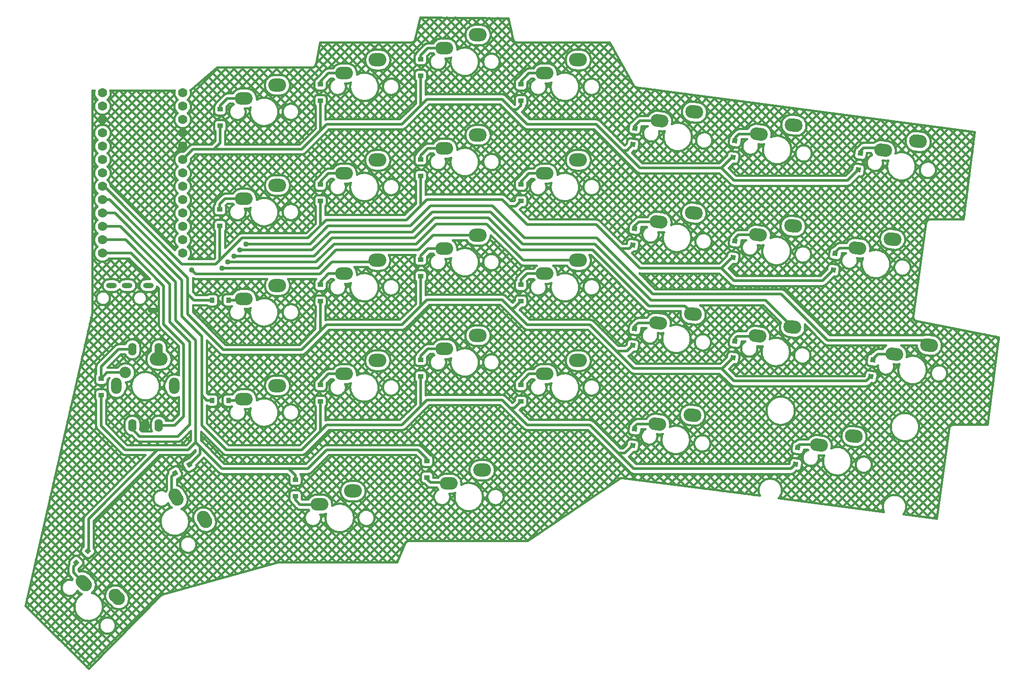
<source format=gbl>
G04 Layer: BottomLayer*
G04 EasyEDA v6.5.23, 2023-04-24 17:16:31*
G04 8c4d49fcd7fc4e44909a734d2420ee08,351801b383604bb389f78a6fc88bd684,10*
G04 Gerber Generator version 0.2*
G04 Scale: 100 percent, Rotated: No, Reflected: No *
G04 Dimensions in inches *
G04 leading zeros omitted , absolute positions ,3 integer and 6 decimal *
%FSLAX36Y36*%
%MOIN*%

%AMMACRO1*21,1,$1,$2,0,0,$3*%
%AMMACRO2*1,1,$1,$2,$3*1,1,$1,$4,$5*20,1,$1,$2,$3,$4,$5,0*%
%ADD10C,0.0200*%
%ADD11C,0.0150*%
%ADD12MACRO1,0.0374X0.0354X172.4999*%
%ADD13MACRO1,0.0374X0.0354X0.0000*%
%ADD14MACRO1,0.0374X0.0354X90.0000*%
%ADD15MACRO1,0.0374X0.0354X-60.0020*%
%ADD16MACRO1,0.0374X0.0354X-60.0007*%
%ADD17MACRO1,0.0374X0.0354X-45.0032*%
%ADD18MACRO1,0.0374X0.0354X-45.0011*%
%ADD19MACRO2,0.0984X-0.0176X0.0023X0.0176X-0.0023*%
%ADD20MACRO2,0.0945X-0.0195X0.0026X0.0195X-0.0026*%
%ADD21O,0.133858X0.094488*%
%ADD22O,0.133858X0.098425*%
%ADD23MACRO2,0.0945X-0.0098X0.017X0.0098X-0.017*%
%ADD24MACRO2,0.0984X-0.0089X0.0153X0.0089X-0.0153*%
%ADD25MACRO2,0.0945X-0.0139X0.0139X0.0139X-0.0139*%
%ADD26MACRO2,0.0984X-0.0125X0.0125X0.0125X-0.0125*%
%ADD27C,0.0860*%
%ADD28O,0.07873999999999999X0.039369999999999995*%
%ADD29O,0.06299199999999999X0.094488*%
%ADD30O,0.07873999999999999X0.122047*%
%ADD31C,0.0700*%
%ADD32C,0.0400*%
%ADD33C,0.0104*%

%LPD*%
D10*
X656304Y2268125D02*
G01*
X656304Y2356826D01*
X787905Y2488524D01*
X889907Y2488524D01*
X665605Y3206226D02*
G01*
X879404Y3206226D01*
X1125005Y2960625D01*
X1125005Y2675625D01*
X1275005Y2525625D01*
X1275005Y1985625D01*
X1207103Y1917725D01*
X1086703Y1917725D01*
X665605Y3306226D02*
G01*
X839404Y3306226D01*
X1170005Y2975625D01*
X1170005Y2690625D01*
X1320005Y2540625D01*
X1320005Y1925625D01*
X1230005Y1835625D01*
X945005Y1835625D01*
X889907Y1890725D01*
X889907Y1917725D01*
X886005Y1917725D02*
G01*
X886005Y1894623D01*
X1078104Y1734326D02*
G01*
X562505Y1218726D01*
X562505Y984326D01*
X557406Y979225D01*
X656255Y2144108D02*
G01*
X656255Y1914375D01*
X836304Y1734326D01*
X1078104Y1734326D01*
X1725005Y2115625D02*
G01*
X1715005Y2105625D01*
X1610005Y2105625D01*
X1725005Y2865625D02*
G01*
X1715005Y2855625D01*
X1610005Y2855625D01*
X1546904Y4159724D02*
G01*
X1546904Y4031024D01*
X1500102Y3984326D01*
X527103Y739225D02*
G01*
X450005Y816426D01*
X450005Y860625D01*
X469706Y880324D01*
X469706Y891525D01*
X1218505Y1380124D02*
G01*
X1185005Y1413625D01*
X1185005Y1535625D01*
X1209306Y1559924D01*
X1209306Y1561226D01*
X2289706Y1327024D02*
G01*
X2288306Y1325625D01*
X2145005Y1325625D01*
X2109404Y1361226D01*
X2109404Y1388125D01*
X3255902Y1483524D02*
G01*
X3248804Y1490625D01*
X3120005Y1490625D01*
X3093804Y1516826D01*
X3093804Y1528726D01*
X2109404Y1512123D02*
G01*
X2109404Y1546024D01*
X2061606Y1593726D01*
X2296904Y2097224D02*
G01*
X2296904Y1874924D01*
X3046904Y2284724D02*
G01*
X3047103Y2062624D01*
X3796904Y2097224D02*
G01*
X3748603Y2049025D01*
X3716606Y2049025D01*
X4632704Y1767624D02*
G01*
X4575005Y1710023D01*
X4524404Y1710023D01*
X4632704Y3267624D02*
G01*
X4606005Y3240925D01*
X4540303Y3240925D01*
X3796904Y3597224D02*
G01*
X3758505Y3558825D01*
X3706806Y3558825D01*
X3046904Y3784724D02*
G01*
X3046806Y3562323D01*
X2296904Y2847224D02*
G01*
X2296504Y2624524D01*
X3046904Y3034724D02*
G01*
X3047103Y2812624D01*
X3796904Y2847224D02*
G01*
X3744507Y2794924D01*
X3720703Y2794924D01*
X4632704Y2517624D02*
G01*
X4590005Y2475023D01*
X4509404Y2475023D01*
X5382704Y2423926D02*
G01*
X5302505Y2343726D01*
X5296904Y2343726D01*
X5851405Y1627024D02*
G01*
X5818203Y1593726D01*
X4640604Y1593726D01*
X4312505Y1921826D01*
X3843804Y1921826D01*
X3656304Y2109326D01*
X3093804Y2109326D01*
X2906304Y1921826D01*
X2343804Y1921826D01*
X2156304Y1734326D01*
X1593804Y1734326D01*
X6026606Y1770324D02*
G01*
X6021304Y1775625D01*
X5880005Y1775625D01*
X5867602Y1763225D01*
X5867602Y1749924D01*
X4818306Y1929423D02*
G01*
X4668804Y1929423D01*
X4648804Y1909524D01*
X4648804Y1890625D01*
X3975005Y2303125D02*
G01*
X3857505Y2303125D01*
X3796904Y2242523D01*
X3796904Y2221226D01*
X3225005Y2490625D02*
G01*
X3100005Y2490625D01*
X3046904Y2437523D01*
X3046904Y2408726D01*
X2475005Y2303125D02*
G01*
X2357505Y2303125D01*
X2296904Y2242523D01*
X2296904Y2221226D01*
X2475005Y3053125D02*
G01*
X2357505Y3053125D01*
X2296904Y2992523D01*
X2296904Y2971226D01*
X3225005Y3240625D02*
G01*
X3100005Y3240625D01*
X3046904Y3187523D01*
X3046904Y3158726D01*
X3975005Y3053125D02*
G01*
X3842505Y3053125D01*
X3796904Y3007523D01*
X3796904Y2971226D01*
X4823203Y2685225D02*
G01*
X4674603Y2685225D01*
X4648804Y2659524D01*
X4648804Y2640625D01*
X5566806Y2587323D02*
G01*
X5565102Y2585625D01*
X5415005Y2585625D01*
X5400005Y2570625D01*
X5400005Y2548024D01*
X5398804Y2546826D01*
X6589204Y2452725D02*
G01*
X6467103Y2452725D01*
X6430102Y2415725D01*
X6430102Y2406226D01*
X5382704Y3173926D02*
G01*
X5377103Y3173926D01*
X5296904Y3093726D01*
X2475005Y3803125D02*
G01*
X2357505Y3803125D01*
X2296904Y3742523D01*
X2296904Y3721226D01*
X3225005Y3990625D02*
G01*
X3100005Y3990625D01*
X3046904Y3937523D01*
X3046904Y3908726D01*
X3975005Y3803125D02*
G01*
X3857505Y3803125D01*
X3796904Y3742523D01*
X3796904Y3721226D01*
X4828104Y3441024D02*
G01*
X4680405Y3441024D01*
X4648804Y3409524D01*
X4648804Y3390625D01*
X5571704Y3343125D02*
G01*
X5422505Y3343125D01*
X5400005Y3320625D01*
X5400005Y3298024D01*
X5398804Y3296826D01*
X6315303Y3245225D02*
G01*
X6180005Y3245625D01*
X6148804Y3214524D01*
X6148804Y3203125D01*
X1725005Y4365625D02*
G01*
X1600005Y4365625D01*
X1546904Y4312523D01*
X1546904Y4283726D01*
X2475005Y4553125D02*
G01*
X2357505Y4553125D01*
X2296904Y4492523D01*
X2296904Y4471226D01*
X2296904Y4347224D02*
G01*
X2296904Y4124924D01*
X2278905Y4106923D01*
X3046904Y4534724D02*
G01*
X3046904Y4312424D01*
X3039507Y4305023D01*
X3796885Y4347229D02*
G01*
X3796885Y4312505D01*
X3765005Y4280625D01*
X3744795Y4280625D01*
X3225005Y4740625D02*
G01*
X3100005Y4740625D01*
X3046904Y4687523D01*
X3046904Y4658726D01*
X3975005Y4553125D02*
G01*
X3857505Y4553125D01*
X3796904Y4492523D01*
X3796904Y4471226D01*
X4833104Y4196826D02*
G01*
X4686206Y4196826D01*
X4649106Y4159724D01*
X4649106Y4142523D01*
X4632905Y4019623D02*
G01*
X4589204Y3975925D01*
X4555303Y3975925D01*
X5382704Y3923926D02*
G01*
X5377103Y3923926D01*
X5296904Y3843726D01*
X5576704Y4098926D02*
G01*
X5428306Y4098926D01*
X5400005Y4070625D01*
X5400005Y4048024D01*
X5398804Y4046826D01*
X6506206Y3976626D02*
G01*
X6487103Y3995625D01*
X6360005Y3995625D01*
X6336304Y3972024D01*
X6336304Y3953125D01*
X562505Y984326D02*
G01*
X557406Y979225D01*
X689385Y3306244D02*
G01*
X665625Y3306244D01*
X1365005Y1790625D02*
G01*
X1561904Y1593726D01*
X2203104Y1593726D01*
X2343804Y1734326D01*
X3026304Y1734326D01*
X3093804Y1666826D01*
X3093804Y1652725D01*
X1316703Y1623225D02*
G01*
X1398706Y1705225D01*
X1398706Y1756923D01*
X1486005Y2105625D02*
G01*
X1448402Y2105625D01*
X1410005Y2144025D01*
X1601304Y2484326D02*
G01*
X2156304Y2484326D01*
X2343804Y2671826D01*
X2906304Y2671826D01*
X3093804Y2859326D01*
X3656304Y2859326D01*
X3843804Y2671826D01*
X4312505Y2671826D01*
X4640604Y2343726D01*
X5296904Y2343726D01*
X5390604Y2250023D01*
X6380703Y2250023D01*
X6413905Y2283225D01*
X1486005Y2855425D02*
G01*
X1350204Y2855425D01*
X1305005Y2900625D01*
X1725005Y3615625D02*
G01*
X1585005Y3615625D01*
X1545005Y3575625D01*
X1545005Y3535625D01*
X1078104Y1734326D02*
G01*
X1308706Y1734326D01*
X1365005Y1790625D01*
X1365005Y2555625D01*
X1215005Y2705625D01*
X1215005Y2990625D01*
X799404Y3406226D01*
X665605Y3406226D01*
X665605Y3506226D02*
G01*
X759403Y3506226D01*
X1260005Y3005625D01*
X1260005Y2735625D01*
X1410005Y2585625D01*
X1410005Y1918125D01*
X1593804Y1734326D01*
X665605Y3606226D02*
G01*
X719403Y3606226D01*
X1305005Y3020625D01*
X1305005Y2750625D01*
X1571304Y2484326D01*
X1601304Y2484326D01*
X2725005Y3153125D02*
G01*
X2712505Y3140625D01*
X2385005Y3140625D01*
X2295005Y3050625D01*
X1605005Y3050625D01*
X1365005Y3050625D01*
X1335005Y3080625D01*
X3475005Y3340625D02*
G01*
X3140005Y3340625D01*
X3030005Y3230625D01*
X2415005Y3230625D01*
X2280005Y3095625D01*
X1560005Y3095625D01*
X1545005Y3411626D02*
G01*
X1545405Y3156024D01*
X665605Y3706226D02*
G01*
X679403Y3706226D01*
X1260005Y3125625D01*
X1515005Y3125625D01*
X1710005Y3320625D01*
X2205005Y3320625D01*
X2340005Y3455625D01*
X2940102Y3455625D01*
X3093804Y3609326D01*
X3656304Y3609326D01*
X3843804Y3421826D01*
X4359404Y3421826D01*
X4687505Y3093726D01*
X5296904Y3093726D01*
X5390604Y3000023D01*
X6052505Y3000023D01*
X6132704Y3080124D01*
X2296904Y3597224D02*
G01*
X2297103Y3412624D01*
X6850102Y2519225D02*
G01*
X6813706Y2555625D01*
X6090005Y2555625D01*
X5745005Y2900625D01*
X4785005Y2900625D01*
X4365005Y3320625D01*
X3825005Y3320625D01*
X3585005Y3560625D01*
X3120005Y3560625D01*
X2970005Y3410625D01*
X2355005Y3410625D01*
X2220005Y3275625D01*
X1740005Y3275625D01*
X5827704Y2653825D02*
G01*
X5625902Y2855625D01*
X4770005Y2855625D01*
X4350005Y3275625D01*
X3810005Y3275625D01*
X3570005Y3515625D01*
X3135005Y3515625D01*
X2985005Y3365625D01*
X2370005Y3365625D01*
X2235005Y3230625D01*
X1695005Y3230625D01*
X656304Y2268125D02*
G01*
X701104Y2312925D01*
X838306Y2312925D01*
X6320204Y3830124D02*
G01*
X6240005Y3750023D01*
X5390604Y3750023D01*
X5296904Y3843726D01*
X4687505Y3843726D01*
X4359404Y4171826D01*
X3843804Y4171826D01*
X3656304Y4359326D01*
X3093804Y4359326D01*
X2906304Y4171826D01*
X2343804Y4171826D01*
X2156304Y3984326D01*
X1343716Y3984326D01*
X1265635Y3906244D01*
X4225005Y3153125D02*
G01*
X3812505Y3153125D01*
X3540005Y3425625D01*
X3165005Y3425625D01*
X3015005Y3275625D01*
X2400005Y3275625D01*
X2265005Y3140625D01*
X1605005Y3140625D01*
X5084106Y2751725D02*
G01*
X5025204Y2810625D01*
X4755005Y2810625D01*
X4335005Y3230625D01*
X3795005Y3230625D01*
X3555005Y3470625D01*
X3150005Y3470625D01*
X3000005Y3320625D01*
X2385005Y3320625D01*
X2250005Y3185625D01*
X1650005Y3185625D01*
D11*
X1105217Y647651D02*
G01*
X562374Y97570D01*
X562374Y97570D02*
G01*
X90522Y569422D01*
X90522Y569422D02*
G01*
X589590Y2759453D01*
X589590Y2759453D02*
G01*
X590113Y2762577D01*
X590113Y2762577D02*
G01*
X590284Y2765630D01*
X590284Y2765630D02*
G01*
X590284Y4425329D01*
X590284Y4425329D02*
G01*
X605875Y4425329D01*
X605875Y4425329D02*
G01*
X604404Y4420222D01*
X604404Y4420222D02*
G01*
X603224Y4413279D01*
X603224Y4413279D02*
G01*
X602829Y4406248D01*
X602829Y4406248D02*
G01*
X603224Y4399217D01*
X603224Y4399217D02*
G01*
X604404Y4392274D01*
X604404Y4392274D02*
G01*
X606354Y4385506D01*
X606354Y4385506D02*
G01*
X609049Y4379000D01*
X609049Y4379000D02*
G01*
X612455Y4372836D01*
X612455Y4372836D02*
G01*
X616531Y4367093D01*
X616531Y4367093D02*
G01*
X621223Y4361842D01*
X621223Y4361842D02*
G01*
X626474Y4357149D01*
X626474Y4357149D02*
G01*
X627743Y4356249D01*
X627743Y4356249D02*
G01*
X626473Y4355347D01*
X626473Y4355347D02*
G01*
X621222Y4350655D01*
X621222Y4350655D02*
G01*
X616529Y4345404D01*
X616529Y4345404D02*
G01*
X612454Y4339660D01*
X612454Y4339660D02*
G01*
X609048Y4333496D01*
X609048Y4333496D02*
G01*
X606353Y4326990D01*
X606353Y4326990D02*
G01*
X604403Y4320223D01*
X604403Y4320223D02*
G01*
X603223Y4313280D01*
X603223Y4313280D02*
G01*
X602829Y4306248D01*
X602829Y4306248D02*
G01*
X603223Y4299217D01*
X603223Y4299217D02*
G01*
X604403Y4292274D01*
X604403Y4292274D02*
G01*
X606353Y4285507D01*
X606353Y4285507D02*
G01*
X609048Y4279001D01*
X609048Y4279001D02*
G01*
X612454Y4272837D01*
X612454Y4272837D02*
G01*
X616529Y4267093D01*
X616529Y4267093D02*
G01*
X621222Y4261842D01*
X621222Y4261842D02*
G01*
X626473Y4257150D01*
X626473Y4257150D02*
G01*
X632217Y4253074D01*
X632217Y4253074D02*
G01*
X638381Y4249668D01*
X638381Y4249668D02*
G01*
X644887Y4246973D01*
X644887Y4246973D02*
G01*
X651654Y4245023D01*
X651654Y4245023D02*
G01*
X658597Y4243843D01*
X658597Y4243843D02*
G01*
X665628Y4243449D01*
X665628Y4243449D02*
G01*
X672660Y4243843D01*
X672660Y4243843D02*
G01*
X679603Y4245023D01*
X679603Y4245023D02*
G01*
X686370Y4246973D01*
X686370Y4246973D02*
G01*
X692876Y4249668D01*
X692876Y4249668D02*
G01*
X699040Y4253074D01*
X699040Y4253074D02*
G01*
X704784Y4257150D01*
X704784Y4257150D02*
G01*
X710035Y4261842D01*
X710035Y4261842D02*
G01*
X714728Y4267093D01*
X714728Y4267093D02*
G01*
X718803Y4272837D01*
X718803Y4272837D02*
G01*
X722209Y4279001D01*
X722209Y4279001D02*
G01*
X724904Y4285507D01*
X724904Y4285507D02*
G01*
X726854Y4292274D01*
X726854Y4292274D02*
G01*
X728034Y4299217D01*
X728034Y4299217D02*
G01*
X728429Y4306248D01*
X728429Y4306248D02*
G01*
X728034Y4313280D01*
X728034Y4313280D02*
G01*
X726854Y4320223D01*
X726854Y4320223D02*
G01*
X724904Y4326990D01*
X724904Y4326990D02*
G01*
X722209Y4333496D01*
X722209Y4333496D02*
G01*
X718803Y4339660D01*
X718803Y4339660D02*
G01*
X714728Y4345404D01*
X714728Y4345404D02*
G01*
X710035Y4350655D01*
X710035Y4350655D02*
G01*
X704784Y4355347D01*
X704784Y4355347D02*
G01*
X703515Y4356248D01*
X703515Y4356248D02*
G01*
X704785Y4357149D01*
X704785Y4357149D02*
G01*
X710036Y4361842D01*
X710036Y4361842D02*
G01*
X714729Y4367093D01*
X714729Y4367093D02*
G01*
X718804Y4372836D01*
X718804Y4372836D02*
G01*
X722210Y4379000D01*
X722210Y4379000D02*
G01*
X724905Y4385506D01*
X724905Y4385506D02*
G01*
X726855Y4392274D01*
X726855Y4392274D02*
G01*
X728035Y4399217D01*
X728035Y4399217D02*
G01*
X728429Y4406248D01*
X728429Y4406248D02*
G01*
X728035Y4413279D01*
X728035Y4413279D02*
G01*
X726855Y4420222D01*
X726855Y4420222D02*
G01*
X725384Y4425329D01*
X725384Y4425329D02*
G01*
X1205875Y4425329D01*
X1205875Y4425329D02*
G01*
X1204404Y4420222D01*
X1204404Y4420222D02*
G01*
X1203224Y4413279D01*
X1203224Y4413279D02*
G01*
X1202830Y4406248D01*
X1202830Y4406248D02*
G01*
X1203224Y4399217D01*
X1203224Y4399217D02*
G01*
X1204404Y4392274D01*
X1204404Y4392274D02*
G01*
X1206354Y4385506D01*
X1206354Y4385506D02*
G01*
X1209049Y4379000D01*
X1209049Y4379000D02*
G01*
X1212455Y4372836D01*
X1212455Y4372836D02*
G01*
X1216531Y4367093D01*
X1216531Y4367093D02*
G01*
X1221223Y4361842D01*
X1221223Y4361842D02*
G01*
X1226474Y4357149D01*
X1226474Y4357149D02*
G01*
X1227743Y4356249D01*
X1227743Y4356249D02*
G01*
X1226473Y4355347D01*
X1226473Y4355347D02*
G01*
X1221222Y4350655D01*
X1221222Y4350655D02*
G01*
X1216530Y4345404D01*
X1216530Y4345404D02*
G01*
X1212454Y4339660D01*
X1212454Y4339660D02*
G01*
X1209048Y4333496D01*
X1209048Y4333496D02*
G01*
X1206353Y4326990D01*
X1206353Y4326990D02*
G01*
X1204403Y4320223D01*
X1204403Y4320223D02*
G01*
X1203223Y4313280D01*
X1203223Y4313280D02*
G01*
X1202829Y4306248D01*
X1202829Y4306248D02*
G01*
X1203223Y4299217D01*
X1203223Y4299217D02*
G01*
X1204403Y4292274D01*
X1204403Y4292274D02*
G01*
X1206353Y4285507D01*
X1206353Y4285507D02*
G01*
X1209048Y4279001D01*
X1209048Y4279001D02*
G01*
X1212454Y4272837D01*
X1212454Y4272837D02*
G01*
X1216530Y4267093D01*
X1216530Y4267093D02*
G01*
X1221222Y4261842D01*
X1221222Y4261842D02*
G01*
X1226473Y4257150D01*
X1226473Y4257150D02*
G01*
X1227744Y4256248D01*
X1227744Y4256248D02*
G01*
X1226474Y4255347D01*
X1226474Y4255347D02*
G01*
X1221223Y4250655D01*
X1221223Y4250655D02*
G01*
X1216531Y4245404D01*
X1216531Y4245404D02*
G01*
X1212455Y4239660D01*
X1212455Y4239660D02*
G01*
X1209049Y4233496D01*
X1209049Y4233496D02*
G01*
X1206354Y4226990D01*
X1206354Y4226990D02*
G01*
X1204404Y4220223D01*
X1204404Y4220223D02*
G01*
X1203224Y4213280D01*
X1203224Y4213280D02*
G01*
X1202830Y4206248D01*
X1202830Y4206248D02*
G01*
X1203224Y4199217D01*
X1203224Y4199217D02*
G01*
X1204404Y4192274D01*
X1204404Y4192274D02*
G01*
X1206354Y4185507D01*
X1206354Y4185507D02*
G01*
X1209049Y4179001D01*
X1209049Y4179001D02*
G01*
X1212455Y4172837D01*
X1212455Y4172837D02*
G01*
X1216531Y4167093D01*
X1216531Y4167093D02*
G01*
X1221223Y4161842D01*
X1221223Y4161842D02*
G01*
X1226474Y4157150D01*
X1226474Y4157150D02*
G01*
X1232218Y4153074D01*
X1232218Y4153074D02*
G01*
X1238382Y4149668D01*
X1238382Y4149668D02*
G01*
X1244888Y4146973D01*
X1244888Y4146973D02*
G01*
X1251655Y4145023D01*
X1251655Y4145023D02*
G01*
X1258598Y4143843D01*
X1258598Y4143843D02*
G01*
X1265630Y4143449D01*
X1265630Y4143449D02*
G01*
X1272661Y4143843D01*
X1272661Y4143843D02*
G01*
X1279604Y4145023D01*
X1279604Y4145023D02*
G01*
X1286371Y4146973D01*
X1286371Y4146973D02*
G01*
X1292877Y4149668D01*
X1292877Y4149668D02*
G01*
X1299041Y4153074D01*
X1299041Y4153074D02*
G01*
X1304785Y4157150D01*
X1304785Y4157150D02*
G01*
X1310036Y4161842D01*
X1310036Y4161842D02*
G01*
X1314728Y4167093D01*
X1314728Y4167093D02*
G01*
X1318804Y4172837D01*
X1318804Y4172837D02*
G01*
X1322210Y4179001D01*
X1322210Y4179001D02*
G01*
X1324905Y4185507D01*
X1324905Y4185507D02*
G01*
X1326855Y4192274D01*
X1326855Y4192274D02*
G01*
X1328035Y4199217D01*
X1328035Y4199217D02*
G01*
X1328429Y4206248D01*
X1328429Y4206248D02*
G01*
X1328035Y4213280D01*
X1328035Y4213280D02*
G01*
X1326855Y4220223D01*
X1326855Y4220223D02*
G01*
X1324905Y4226990D01*
X1324905Y4226990D02*
G01*
X1322210Y4233496D01*
X1322210Y4233496D02*
G01*
X1318804Y4239660D01*
X1318804Y4239660D02*
G01*
X1314728Y4245404D01*
X1314728Y4245404D02*
G01*
X1310036Y4250655D01*
X1310036Y4250655D02*
G01*
X1304785Y4255347D01*
X1304785Y4255347D02*
G01*
X1303514Y4256249D01*
X1303514Y4256249D02*
G01*
X1304784Y4257150D01*
X1304784Y4257150D02*
G01*
X1310035Y4261842D01*
X1310035Y4261842D02*
G01*
X1314727Y4267093D01*
X1314727Y4267093D02*
G01*
X1318803Y4272837D01*
X1318803Y4272837D02*
G01*
X1322209Y4279001D01*
X1322209Y4279001D02*
G01*
X1324904Y4285507D01*
X1324904Y4285507D02*
G01*
X1326854Y4292274D01*
X1326854Y4292274D02*
G01*
X1328034Y4299217D01*
X1328034Y4299217D02*
G01*
X1328428Y4306248D01*
X1328428Y4306248D02*
G01*
X1328034Y4313280D01*
X1328034Y4313280D02*
G01*
X1326854Y4320223D01*
X1326854Y4320223D02*
G01*
X1324904Y4326990D01*
X1324904Y4326990D02*
G01*
X1322209Y4333496D01*
X1322209Y4333496D02*
G01*
X1318803Y4339660D01*
X1318803Y4339660D02*
G01*
X1314727Y4345404D01*
X1314727Y4345404D02*
G01*
X1310035Y4350655D01*
X1310035Y4350655D02*
G01*
X1304784Y4355347D01*
X1304784Y4355347D02*
G01*
X1303515Y4356248D01*
X1303515Y4356248D02*
G01*
X1304785Y4357149D01*
X1304785Y4357149D02*
G01*
X1310036Y4361842D01*
X1310036Y4361842D02*
G01*
X1314728Y4367093D01*
X1314728Y4367093D02*
G01*
X1318804Y4372836D01*
X1318804Y4372836D02*
G01*
X1322210Y4379000D01*
X1322210Y4379000D02*
G01*
X1324905Y4385506D01*
X1324905Y4385506D02*
G01*
X1326855Y4392274D01*
X1326855Y4392274D02*
G01*
X1328035Y4399217D01*
X1328035Y4399217D02*
G01*
X1328429Y4406248D01*
X1328429Y4406248D02*
G01*
X1328035Y4413279D01*
X1328035Y4413279D02*
G01*
X1326855Y4420222D01*
X1326855Y4420222D02*
G01*
X1324905Y4426990D01*
X1324905Y4426990D02*
G01*
X1324427Y4428144D01*
X1324427Y4428144D02*
G01*
X1326848Y4429336D01*
X1326848Y4429336D02*
G01*
X1330510Y4431966D01*
X1330510Y4431966D02*
G01*
X1525239Y4597824D01*
X1525239Y4597824D02*
G01*
X2235005Y4597824D01*
X2235005Y4597824D02*
G01*
X2239498Y4598197D01*
X2239498Y4598197D02*
G01*
X2243869Y4599304D01*
X2243869Y4599304D02*
G01*
X2247998Y4601115D01*
X2247998Y4601115D02*
G01*
X2251773Y4603581D01*
X2251773Y4603581D02*
G01*
X2253332Y4604859D01*
X2253332Y4604859D02*
G01*
X2256042Y4607551D01*
X2256042Y4607551D02*
G01*
X2258720Y4611178D01*
X2258720Y4611178D02*
G01*
X2260765Y4615196D01*
X2260765Y4615196D02*
G01*
X2262121Y4619497D01*
X2262121Y4619497D02*
G01*
X2262265Y4620173D01*
X2262265Y4620173D02*
G01*
X2295295Y4785324D01*
X2295295Y4785324D02*
G01*
X2977505Y4785324D01*
X2977505Y4785324D02*
G01*
X2982166Y4785725D01*
X2982166Y4785725D02*
G01*
X2986530Y4786860D01*
X2986530Y4786860D02*
G01*
X2990647Y4788696D01*
X2990647Y4788696D02*
G01*
X2994407Y4791186D01*
X2994407Y4791186D02*
G01*
X2998305Y4794770D01*
X2998305Y4794770D02*
G01*
X3001030Y4798362D01*
X3001030Y4798362D02*
G01*
X3003126Y4802354D01*
X3003126Y4802354D02*
G01*
X3004537Y4806637D01*
X3004537Y4806637D02*
G01*
X3044366Y4972590D01*
X3044366Y4972590D02*
G01*
X3704849Y4965564D01*
X3704849Y4965564D02*
G01*
X3737789Y4807455D01*
X3737789Y4807455D02*
G01*
X3739070Y4803132D01*
X3739070Y4803132D02*
G01*
X3741045Y4799078D01*
X3741045Y4799078D02*
G01*
X3743660Y4795405D01*
X3743660Y4795405D02*
G01*
X3746844Y4792213D01*
X3746844Y4792213D02*
G01*
X3748236Y4791081D01*
X3748236Y4791081D02*
G01*
X3752011Y4788615D01*
X3752011Y4788615D02*
G01*
X3756140Y4786804D01*
X3756140Y4786804D02*
G01*
X3760511Y4785697D01*
X3760511Y4785697D02*
G01*
X3765005Y4785324D01*
X3765005Y4785324D02*
G01*
X4461147Y4785324D01*
X4461147Y4785324D02*
G01*
X4640703Y4462124D01*
X4640703Y4462124D02*
G01*
X4642713Y4459020D01*
X4642713Y4459020D02*
G01*
X4645704Y4455646D01*
X4645704Y4455646D02*
G01*
X4649889Y4452363D01*
X4649889Y4452363D02*
G01*
X4653506Y4450338D01*
X4653506Y4450338D02*
G01*
X4656961Y4449020D01*
X4656961Y4449020D02*
G01*
X4661367Y4448063D01*
X4661367Y4448063D02*
G01*
X7191423Y4114185D01*
X7191423Y4114185D02*
G01*
X7108028Y3460925D01*
X7108028Y3460925D02*
G01*
X6855005Y3460925D01*
X6855005Y3460925D02*
G01*
X6853496Y3460883D01*
X6853496Y3460883D02*
G01*
X6850511Y3460552D01*
X6850511Y3460552D02*
G01*
X6849030Y3460263D01*
X6849030Y3460263D02*
G01*
X6846140Y3459445D01*
X6846140Y3459445D02*
G01*
X6844727Y3458916D01*
X6844727Y3458916D02*
G01*
X6842011Y3457634D01*
X6842011Y3457634D02*
G01*
X6840704Y3456879D01*
X6840704Y3456879D02*
G01*
X6838236Y3455168D01*
X6838236Y3455168D02*
G01*
X6835466Y3452754D01*
X6835466Y3452754D02*
G01*
X6833433Y3450544D01*
X6833433Y3450544D02*
G01*
X6832506Y3449353D01*
X6832506Y3449353D02*
G01*
X6830864Y3446839D01*
X6830864Y3446839D02*
G01*
X6830146Y3445511D01*
X6830146Y3445511D02*
G01*
X6828941Y3442761D01*
X6828941Y3442761D02*
G01*
X6828451Y3441333D01*
X6828451Y3441333D02*
G01*
X6827715Y3438422D01*
X6827715Y3438422D02*
G01*
X6827467Y3436933D01*
X6827467Y3436933D02*
G01*
X6729967Y2731933D01*
X6729967Y2731933D02*
G01*
X6729734Y2729347D01*
X6729734Y2729347D02*
G01*
X6729720Y2727431D01*
X6729720Y2727431D02*
G01*
X6729916Y2724842D01*
X6729916Y2724842D02*
G01*
X6730218Y2722950D01*
X6730218Y2722950D02*
G01*
X6730837Y2720428D01*
X6730837Y2720428D02*
G01*
X6731446Y2718611D01*
X6731446Y2718611D02*
G01*
X6732472Y2716226D01*
X6732472Y2716226D02*
G01*
X6733372Y2714534D01*
X6733372Y2714534D02*
G01*
X6735174Y2711792D01*
X6735174Y2711792D02*
G01*
X6736780Y2709751D01*
X6736780Y2709751D02*
G01*
X6738085Y2708348D01*
X6738085Y2708348D02*
G01*
X6740005Y2706600D01*
X6740005Y2706600D02*
G01*
X6741523Y2705431D01*
X6741523Y2705431D02*
G01*
X6743704Y2704022D01*
X6743704Y2704022D02*
G01*
X6745394Y2703119D01*
X6745394Y2703119D02*
G01*
X6747777Y2702089D01*
X6747777Y2702089D02*
G01*
X6749593Y2701476D01*
X6749593Y2701476D02*
G01*
X6752114Y2700852D01*
X6752114Y2700852D02*
G01*
X7371640Y2578388D01*
X7371640Y2578388D02*
G01*
X7288028Y1923425D01*
X7288028Y1923425D02*
G01*
X7027505Y1923425D01*
X7027505Y1923425D02*
G01*
X7025996Y1923383D01*
X7025996Y1923383D02*
G01*
X7023011Y1923052D01*
X7023011Y1923052D02*
G01*
X7021530Y1922763D01*
X7021530Y1922763D02*
G01*
X7018640Y1921945D01*
X7018640Y1921945D02*
G01*
X7017227Y1921416D01*
X7017227Y1921416D02*
G01*
X7014511Y1920134D01*
X7014511Y1920134D02*
G01*
X7013204Y1919379D01*
X7013204Y1919379D02*
G01*
X7010736Y1917668D01*
X7010736Y1917668D02*
G01*
X7007966Y1915254D01*
X7007966Y1915254D02*
G01*
X7005933Y1913044D01*
X7005933Y1913044D02*
G01*
X7005006Y1911853D01*
X7005006Y1911853D02*
G01*
X7003364Y1909339D01*
X7003364Y1909339D02*
G01*
X7002646Y1908011D01*
X7002646Y1908011D02*
G01*
X7001441Y1905261D01*
X7001441Y1905261D02*
G01*
X7000951Y1903833D01*
X7000951Y1903833D02*
G01*
X7000215Y1900922D01*
X7000215Y1900922D02*
G01*
X6999967Y1899433D01*
X6999967Y1899433D02*
G01*
X6906242Y1221729D01*
X6906242Y1221729D02*
G01*
X6656468Y1254035D01*
X6656468Y1254035D02*
G01*
X6659280Y1257280D01*
X6659280Y1257280D02*
G01*
X6664127Y1264086D01*
X6664127Y1264086D02*
G01*
X6668304Y1271322D01*
X6668304Y1271322D02*
G01*
X6671775Y1278922D01*
X6671775Y1278922D02*
G01*
X6674508Y1286818D01*
X6674508Y1286818D02*
G01*
X6676478Y1294938D01*
X6676478Y1294938D02*
G01*
X6677667Y1303209D01*
X6677667Y1303209D02*
G01*
X6678064Y1311554D01*
X6678064Y1311554D02*
G01*
X6677667Y1319900D01*
X6677667Y1319900D02*
G01*
X6676478Y1328171D01*
X6676478Y1328171D02*
G01*
X6674508Y1336291D01*
X6674508Y1336291D02*
G01*
X6671775Y1344187D01*
X6671775Y1344187D02*
G01*
X6668304Y1351787D01*
X6668304Y1351787D02*
G01*
X6664127Y1359023D01*
X6664127Y1359023D02*
G01*
X6659280Y1365829D01*
X6659280Y1365829D02*
G01*
X6653808Y1372143D01*
X6653808Y1372143D02*
G01*
X6647761Y1377909D01*
X6647761Y1377909D02*
G01*
X6641193Y1383074D01*
X6641193Y1383074D02*
G01*
X6634165Y1387591D01*
X6634165Y1387591D02*
G01*
X6626738Y1391420D01*
X6626738Y1391420D02*
G01*
X6618981Y1394526D01*
X6618981Y1394526D02*
G01*
X6610964Y1396880D01*
X6610964Y1396880D02*
G01*
X6602760Y1398461D01*
X6602760Y1398461D02*
G01*
X6594442Y1399255D01*
X6594442Y1399255D02*
G01*
X6586087Y1399255D01*
X6586087Y1399255D02*
G01*
X6577769Y1398461D01*
X6577769Y1398461D02*
G01*
X6569565Y1396880D01*
X6569565Y1396880D02*
G01*
X6561548Y1394526D01*
X6561548Y1394526D02*
G01*
X6553791Y1391420D01*
X6553791Y1391420D02*
G01*
X6546364Y1387591D01*
X6546364Y1387591D02*
G01*
X6539336Y1383074D01*
X6539336Y1383074D02*
G01*
X6532768Y1377909D01*
X6532768Y1377909D02*
G01*
X6526721Y1372143D01*
X6526721Y1372143D02*
G01*
X6521249Y1365829D01*
X6521249Y1365829D02*
G01*
X6516402Y1359023D01*
X6516402Y1359023D02*
G01*
X6512225Y1351787D01*
X6512225Y1351787D02*
G01*
X6508754Y1344187D01*
X6508754Y1344187D02*
G01*
X6506021Y1336291D01*
X6506021Y1336291D02*
G01*
X6504051Y1328171D01*
X6504051Y1328171D02*
G01*
X6502862Y1319900D01*
X6502862Y1319900D02*
G01*
X6502465Y1311554D01*
X6502465Y1311554D02*
G01*
X6502862Y1303209D01*
X6502862Y1303209D02*
G01*
X6504051Y1294938D01*
X6504051Y1294938D02*
G01*
X6506021Y1286818D01*
X6506021Y1286818D02*
G01*
X6508754Y1278922D01*
X6508754Y1278922D02*
G01*
X6511561Y1272777D01*
X6511561Y1272777D02*
G01*
X5725212Y1374481D01*
X5725212Y1374481D02*
G01*
X5729700Y1379660D01*
X5729700Y1379660D02*
G01*
X5734547Y1386466D01*
X5734547Y1386466D02*
G01*
X5738724Y1393702D01*
X5738724Y1393702D02*
G01*
X5742195Y1401302D01*
X5742195Y1401302D02*
G01*
X5744928Y1409198D01*
X5744928Y1409198D02*
G01*
X5746898Y1417318D01*
X5746898Y1417318D02*
G01*
X5748087Y1425589D01*
X5748087Y1425589D02*
G01*
X5748485Y1433935D01*
X5748485Y1433935D02*
G01*
X5748087Y1442280D01*
X5748087Y1442280D02*
G01*
X5746898Y1450551D01*
X5746898Y1450551D02*
G01*
X5744928Y1458671D01*
X5744928Y1458671D02*
G01*
X5742195Y1466567D01*
X5742195Y1466567D02*
G01*
X5738724Y1474167D01*
X5738724Y1474167D02*
G01*
X5734547Y1481403D01*
X5734547Y1481403D02*
G01*
X5729700Y1488209D01*
X5729700Y1488209D02*
G01*
X5724228Y1494523D01*
X5724228Y1494523D02*
G01*
X5718181Y1500289D01*
X5718181Y1500289D02*
G01*
X5711614Y1505454D01*
X5711614Y1505454D02*
G01*
X5704584Y1509971D01*
X5704584Y1509971D02*
G01*
X5697158Y1513800D01*
X5697158Y1513800D02*
G01*
X5689401Y1516906D01*
X5689401Y1516906D02*
G01*
X5681384Y1519260D01*
X5681384Y1519260D02*
G01*
X5673180Y1520841D01*
X5673180Y1520841D02*
G01*
X5664862Y1521635D01*
X5664862Y1521635D02*
G01*
X5656507Y1521635D01*
X5656507Y1521635D02*
G01*
X5648189Y1520841D01*
X5648189Y1520841D02*
G01*
X5639985Y1519260D01*
X5639985Y1519260D02*
G01*
X5631968Y1516906D01*
X5631968Y1516906D02*
G01*
X5624211Y1513800D01*
X5624211Y1513800D02*
G01*
X5616785Y1509971D01*
X5616785Y1509971D02*
G01*
X5609755Y1505454D01*
X5609755Y1505454D02*
G01*
X5603188Y1500289D01*
X5603188Y1500289D02*
G01*
X5597141Y1494523D01*
X5597141Y1494523D02*
G01*
X5591669Y1488209D01*
X5591669Y1488209D02*
G01*
X5586822Y1481403D01*
X5586822Y1481403D02*
G01*
X5582645Y1474167D01*
X5582645Y1474167D02*
G01*
X5579174Y1466567D01*
X5579174Y1466567D02*
G01*
X5576441Y1458671D01*
X5576441Y1458671D02*
G01*
X5574471Y1450551D01*
X5574471Y1450551D02*
G01*
X5573282Y1442280D01*
X5573282Y1442280D02*
G01*
X5572884Y1433935D01*
X5572884Y1433935D02*
G01*
X5573282Y1425589D01*
X5573282Y1425589D02*
G01*
X5574471Y1417318D01*
X5574471Y1417318D02*
G01*
X5576441Y1409198D01*
X5576441Y1409198D02*
G01*
X5579174Y1401302D01*
X5579174Y1401302D02*
G01*
X5582645Y1393702D01*
X5582645Y1393702D02*
G01*
X5583133Y1392857D01*
X5583133Y1392857D02*
G01*
X4556070Y1525695D01*
X4556070Y1525695D02*
G01*
X4551566Y1525902D01*
X4551566Y1525902D02*
G01*
X4547090Y1525365D01*
X4547090Y1525365D02*
G01*
X4545081Y1524888D01*
X4545081Y1524888D02*
G01*
X4541625Y1523697D01*
X4541625Y1523697D02*
G01*
X4537628Y1521609D01*
X4537628Y1521609D02*
G01*
X4536913Y1521141D01*
X4536913Y1521141D02*
G01*
X3846475Y1053425D01*
X3846475Y1053425D02*
G01*
X2955005Y1053425D01*
X2955005Y1053425D02*
G01*
X2952635Y1053321D01*
X2952635Y1053321D02*
G01*
X2950511Y1053052D01*
X2950511Y1053052D02*
G01*
X2948191Y1052561D01*
X2948191Y1052561D02*
G01*
X2946140Y1051945D01*
X2946140Y1051945D02*
G01*
X2943932Y1051078D01*
X2943932Y1051078D02*
G01*
X2939976Y1048916D01*
X2939976Y1048916D02*
G01*
X2937595Y1047222D01*
X2937595Y1047222D02*
G01*
X2935970Y1045828D01*
X2935970Y1045828D02*
G01*
X2934304Y1044140D01*
X2934304Y1044140D02*
G01*
X2932930Y1042498D01*
X2932930Y1042498D02*
G01*
X2931565Y1040559D01*
X2931565Y1040559D02*
G01*
X2930480Y1038713D01*
X2930480Y1038713D02*
G01*
X2929452Y1036576D01*
X2929452Y1036576D02*
G01*
X2869173Y895925D01*
X2869173Y895925D02*
G01*
X1987505Y895925D01*
X1987505Y895925D02*
G01*
X1983011Y895552D01*
X1983011Y895552D02*
G01*
X1980052Y894907D01*
X1980052Y894907D02*
G01*
X1117552Y654907D01*
X1117552Y654907D02*
G01*
X1115091Y654095D01*
X1115091Y654095D02*
G01*
X1112496Y652922D01*
X1112496Y652922D02*
G01*
X1110807Y652007D01*
X1110807Y652007D02*
G01*
X1108638Y650588D01*
X1108638Y650588D02*
G01*
X1107123Y649408D01*
X1107123Y649408D02*
G01*
X1105217Y647651D01*
X509121Y963588D02*
G01*
X511954Y960271D01*
X511954Y960271D02*
G01*
X538401Y933824D01*
X538401Y933824D02*
G01*
X541718Y930991D01*
X541718Y930991D02*
G01*
X545438Y928712D01*
X545438Y928712D02*
G01*
X549468Y927042D01*
X549468Y927042D02*
G01*
X553710Y926024D01*
X553710Y926024D02*
G01*
X558059Y925681D01*
X558059Y925681D02*
G01*
X562408Y926024D01*
X562408Y926024D02*
G01*
X566649Y927042D01*
X566649Y927042D02*
G01*
X570680Y928712D01*
X570680Y928712D02*
G01*
X574399Y930991D01*
X574399Y930991D02*
G01*
X577716Y933824D01*
X577716Y933824D02*
G01*
X602771Y958879D01*
X602771Y958879D02*
G01*
X605604Y962196D01*
X605604Y962196D02*
G01*
X607883Y965915D01*
X607883Y965915D02*
G01*
X609553Y969946D01*
X609553Y969946D02*
G01*
X610571Y974187D01*
X610571Y974187D02*
G01*
X610914Y978536D01*
X610914Y978536D02*
G01*
X610571Y982885D01*
X610571Y982885D02*
G01*
X609553Y987127D01*
X609553Y987127D02*
G01*
X607883Y991157D01*
X607883Y991157D02*
G01*
X605604Y994877D01*
X605604Y994877D02*
G01*
X602771Y998194D01*
X602771Y998194D02*
G01*
X600304Y1000661D01*
X600304Y1000661D02*
G01*
X600304Y1203068D01*
X600304Y1203068D02*
G01*
X1093762Y1696525D01*
X1093762Y1696525D02*
G01*
X1308706Y1696525D01*
X1308706Y1696525D02*
G01*
X1311402Y1696622D01*
X1311402Y1696622D02*
G01*
X1314085Y1696910D01*
X1314085Y1696910D02*
G01*
X1316741Y1697389D01*
X1316741Y1697389D02*
G01*
X1319355Y1698057D01*
X1319355Y1698057D02*
G01*
X1321915Y1698909D01*
X1321915Y1698909D02*
G01*
X1324408Y1699941D01*
X1324408Y1699941D02*
G01*
X1326821Y1701149D01*
X1326821Y1701149D02*
G01*
X1329142Y1702526D01*
X1329142Y1702526D02*
G01*
X1331358Y1704065D01*
X1331358Y1704065D02*
G01*
X1333459Y1705758D01*
X1333459Y1705758D02*
G01*
X1335434Y1707597D01*
X1335434Y1707597D02*
G01*
X1360906Y1733068D01*
X1360906Y1733068D02*
G01*
X1360906Y1720882D01*
X1360906Y1720882D02*
G01*
X1314927Y1674904D01*
X1314927Y1674904D02*
G01*
X1312771Y1674266D01*
X1312771Y1674266D02*
G01*
X1308834Y1672388D01*
X1308834Y1672388D02*
G01*
X1278148Y1654671D01*
X1278148Y1654671D02*
G01*
X1274553Y1652200D01*
X1274553Y1652200D02*
G01*
X1271389Y1649198D01*
X1271389Y1649198D02*
G01*
X1268733Y1645737D01*
X1268733Y1645737D02*
G01*
X1266652Y1641903D01*
X1266652Y1641903D02*
G01*
X1265195Y1637791D01*
X1265195Y1637791D02*
G01*
X1264400Y1633502D01*
X1264400Y1633502D02*
G01*
X1264286Y1629141D01*
X1264286Y1629141D02*
G01*
X1264856Y1624816D01*
X1264856Y1624816D02*
G01*
X1266094Y1620633D01*
X1266094Y1620633D02*
G01*
X1267973Y1616696D01*
X1267973Y1616696D02*
G01*
X1286674Y1584305D01*
X1286674Y1584305D02*
G01*
X1289144Y1580710D01*
X1289144Y1580710D02*
G01*
X1292147Y1577545D01*
X1292147Y1577545D02*
G01*
X1295608Y1574890D01*
X1295608Y1574890D02*
G01*
X1299442Y1572808D01*
X1299442Y1572808D02*
G01*
X1303554Y1571352D01*
X1303554Y1571352D02*
G01*
X1307843Y1570557D01*
X1307843Y1570557D02*
G01*
X1312204Y1570443D01*
X1312204Y1570443D02*
G01*
X1316529Y1571012D01*
X1316529Y1571012D02*
G01*
X1320712Y1572251D01*
X1320712Y1572251D02*
G01*
X1324649Y1574129D01*
X1324649Y1574129D02*
G01*
X1355335Y1591846D01*
X1355335Y1591846D02*
G01*
X1358930Y1594317D01*
X1358930Y1594317D02*
G01*
X1362094Y1597319D01*
X1362094Y1597319D02*
G01*
X1364750Y1600780D01*
X1364750Y1600780D02*
G01*
X1366832Y1604614D01*
X1366832Y1604614D02*
G01*
X1368288Y1608726D01*
X1368288Y1608726D02*
G01*
X1369083Y1613015D01*
X1369083Y1613015D02*
G01*
X1369197Y1617376D01*
X1369197Y1617376D02*
G01*
X1368629Y1621692D01*
X1368629Y1621692D02*
G01*
X1424555Y1677617D01*
X1424555Y1677617D02*
G01*
X1535175Y1566997D01*
X1535175Y1566997D02*
G01*
X1537150Y1565158D01*
X1537150Y1565158D02*
G01*
X1539251Y1563465D01*
X1539251Y1563465D02*
G01*
X1541467Y1561926D01*
X1541467Y1561926D02*
G01*
X1543788Y1560549D01*
X1543788Y1560549D02*
G01*
X1546201Y1559341D01*
X1546201Y1559341D02*
G01*
X1548694Y1558309D01*
X1548694Y1558309D02*
G01*
X1551254Y1557457D01*
X1551254Y1557457D02*
G01*
X1553869Y1556789D01*
X1553869Y1556789D02*
G01*
X1556524Y1556310D01*
X1556524Y1556310D02*
G01*
X1559207Y1556022D01*
X1559207Y1556022D02*
G01*
X1561904Y1555925D01*
X1561904Y1555925D02*
G01*
X2045971Y1555925D01*
X2045971Y1555925D02*
G01*
X2064093Y1537840D01*
X2064093Y1537840D02*
G01*
X2063221Y1534208D01*
X2063221Y1534208D02*
G01*
X2062879Y1529859D01*
X2062879Y1529859D02*
G01*
X2062879Y1494426D01*
X2062879Y1494426D02*
G01*
X2063221Y1490077D01*
X2063221Y1490077D02*
G01*
X2064239Y1485835D01*
X2064239Y1485835D02*
G01*
X2065909Y1481805D01*
X2065909Y1481805D02*
G01*
X2068188Y1478086D01*
X2068188Y1478086D02*
G01*
X2071021Y1474768D01*
X2071021Y1474768D02*
G01*
X2074338Y1471935D01*
X2074338Y1471935D02*
G01*
X2078058Y1469656D01*
X2078058Y1469656D02*
G01*
X2082088Y1467987D01*
X2082088Y1467987D02*
G01*
X2086330Y1466968D01*
X2086330Y1466968D02*
G01*
X2090679Y1466626D01*
X2090679Y1466626D02*
G01*
X2128081Y1466626D01*
X2128081Y1466626D02*
G01*
X2132429Y1466968D01*
X2132429Y1466968D02*
G01*
X2136671Y1467987D01*
X2136671Y1467987D02*
G01*
X2140701Y1469656D01*
X2140701Y1469656D02*
G01*
X2144421Y1471935D01*
X2144421Y1471935D02*
G01*
X2147738Y1474768D01*
X2147738Y1474768D02*
G01*
X2150571Y1478086D01*
X2150571Y1478086D02*
G01*
X2152851Y1481805D01*
X2152851Y1481805D02*
G01*
X2154520Y1485835D01*
X2154520Y1485835D02*
G01*
X2155538Y1490077D01*
X2155538Y1490077D02*
G01*
X2155880Y1494426D01*
X2155880Y1494426D02*
G01*
X2155880Y1529859D01*
X2155880Y1529859D02*
G01*
X2155538Y1534208D01*
X2155538Y1534208D02*
G01*
X2154520Y1538450D01*
X2154520Y1538450D02*
G01*
X2152851Y1542480D01*
X2152851Y1542480D02*
G01*
X2150571Y1546199D01*
X2150571Y1546199D02*
G01*
X2147738Y1549517D01*
X2147738Y1549517D02*
G01*
X2146903Y1550230D01*
X2146903Y1550230D02*
G01*
X2146819Y1551404D01*
X2146819Y1551404D02*
G01*
X2146332Y1554097D01*
X2146332Y1554097D02*
G01*
X2145835Y1555925D01*
X2145835Y1555925D02*
G01*
X2203104Y1555925D01*
X2203104Y1555925D02*
G01*
X2205788Y1556021D01*
X2205788Y1556021D02*
G01*
X2208484Y1556310D01*
X2208484Y1556310D02*
G01*
X2211126Y1556786D01*
X2211126Y1556786D02*
G01*
X2213754Y1557457D01*
X2213754Y1557457D02*
G01*
X2216302Y1558304D01*
X2216302Y1558304D02*
G01*
X2218807Y1559341D01*
X2218807Y1559341D02*
G01*
X2221208Y1560543D01*
X2221208Y1560543D02*
G01*
X2223541Y1561926D01*
X2223541Y1561926D02*
G01*
X2225747Y1563457D01*
X2225747Y1563457D02*
G01*
X2227858Y1565158D01*
X2227858Y1565158D02*
G01*
X2229824Y1566988D01*
X2229824Y1566988D02*
G01*
X2359453Y1696525D01*
X2359453Y1696525D02*
G01*
X3010646Y1696525D01*
X3010646Y1696525D02*
G01*
X3047254Y1659918D01*
X3047254Y1659918D02*
G01*
X3047254Y1635051D01*
X3047254Y1635051D02*
G01*
X3047596Y1630702D01*
X3047596Y1630702D02*
G01*
X3048614Y1626460D01*
X3048614Y1626460D02*
G01*
X3050284Y1622430D01*
X3050284Y1622430D02*
G01*
X3052563Y1618711D01*
X3052563Y1618711D02*
G01*
X3055396Y1615393D01*
X3055396Y1615393D02*
G01*
X3058713Y1612560D01*
X3058713Y1612560D02*
G01*
X3062433Y1610281D01*
X3062433Y1610281D02*
G01*
X3066463Y1608612D01*
X3066463Y1608612D02*
G01*
X3070705Y1607593D01*
X3070705Y1607593D02*
G01*
X3075054Y1607251D01*
X3075054Y1607251D02*
G01*
X3112456Y1607251D01*
X3112456Y1607251D02*
G01*
X3116804Y1607593D01*
X3116804Y1607593D02*
G01*
X3121046Y1608612D01*
X3121046Y1608612D02*
G01*
X3125076Y1610281D01*
X3125076Y1610281D02*
G01*
X3128796Y1612560D01*
X3128796Y1612560D02*
G01*
X3132113Y1615393D01*
X3132113Y1615393D02*
G01*
X3134946Y1618711D01*
X3134946Y1618711D02*
G01*
X3137226Y1622430D01*
X3137226Y1622430D02*
G01*
X3138895Y1626460D01*
X3138895Y1626460D02*
G01*
X3139913Y1630702D01*
X3139913Y1630702D02*
G01*
X3140255Y1635051D01*
X3140255Y1635051D02*
G01*
X3140255Y1670484D01*
X3140255Y1670484D02*
G01*
X3139913Y1674833D01*
X3139913Y1674833D02*
G01*
X3138895Y1679075D01*
X3138895Y1679075D02*
G01*
X3137226Y1683105D01*
X3137226Y1683105D02*
G01*
X3134946Y1686824D01*
X3134946Y1686824D02*
G01*
X3132113Y1690142D01*
X3132113Y1690142D02*
G01*
X3128796Y1692975D01*
X3128796Y1692975D02*
G01*
X3125076Y1695254D01*
X3125076Y1695254D02*
G01*
X3121046Y1696923D01*
X3121046Y1696923D02*
G01*
X3116804Y1697942D01*
X3116804Y1697942D02*
G01*
X3116088Y1697998D01*
X3116088Y1697998D02*
G01*
X3053032Y1761054D01*
X3053032Y1761054D02*
G01*
X3051057Y1762893D01*
X3051057Y1762893D02*
G01*
X3048956Y1764586D01*
X3048956Y1764586D02*
G01*
X3046740Y1766125D01*
X3046740Y1766125D02*
G01*
X3044419Y1767502D01*
X3044419Y1767502D02*
G01*
X3042006Y1768710D01*
X3042006Y1768710D02*
G01*
X3039513Y1769742D01*
X3039513Y1769742D02*
G01*
X3036953Y1770594D01*
X3036953Y1770594D02*
G01*
X3034339Y1771262D01*
X3034339Y1771262D02*
G01*
X3031683Y1771741D01*
X3031683Y1771741D02*
G01*
X3029000Y1772029D01*
X3029000Y1772029D02*
G01*
X3026304Y1772125D01*
X3026304Y1772125D02*
G01*
X2343804Y1772125D01*
X2343804Y1772125D02*
G01*
X2341120Y1772030D01*
X2341120Y1772030D02*
G01*
X2338424Y1771741D01*
X2338424Y1771741D02*
G01*
X2335781Y1771264D01*
X2335781Y1771264D02*
G01*
X2333154Y1770594D01*
X2333154Y1770594D02*
G01*
X2330606Y1769747D01*
X2330606Y1769747D02*
G01*
X2328101Y1768710D01*
X2328101Y1768710D02*
G01*
X2325700Y1767508D01*
X2325700Y1767508D02*
G01*
X2323367Y1766125D01*
X2323367Y1766125D02*
G01*
X2321162Y1764594D01*
X2321162Y1764594D02*
G01*
X2319050Y1762893D01*
X2319050Y1762893D02*
G01*
X2317084Y1761064D01*
X2317084Y1761064D02*
G01*
X2187455Y1631525D01*
X2187455Y1631525D02*
G01*
X1577561Y1631525D01*
X1577561Y1631525D02*
G01*
X1402804Y1806282D01*
X1402804Y1806282D02*
G01*
X1402804Y1871867D01*
X1402804Y1871867D02*
G01*
X1567075Y1707597D01*
X1567075Y1707597D02*
G01*
X1569050Y1705758D01*
X1569050Y1705758D02*
G01*
X1571151Y1704065D01*
X1571151Y1704065D02*
G01*
X1573367Y1702526D01*
X1573367Y1702526D02*
G01*
X1575688Y1701149D01*
X1575688Y1701149D02*
G01*
X1578101Y1699941D01*
X1578101Y1699941D02*
G01*
X1580594Y1698909D01*
X1580594Y1698909D02*
G01*
X1583154Y1698057D01*
X1583154Y1698057D02*
G01*
X1585769Y1697389D01*
X1585769Y1697389D02*
G01*
X1588424Y1696910D01*
X1588424Y1696910D02*
G01*
X1591107Y1696622D01*
X1591107Y1696622D02*
G01*
X1593804Y1696525D01*
X1593804Y1696525D02*
G01*
X2156304Y1696525D01*
X2156304Y1696525D02*
G01*
X2159000Y1696622D01*
X2159000Y1696622D02*
G01*
X2161683Y1696910D01*
X2161683Y1696910D02*
G01*
X2164339Y1697389D01*
X2164339Y1697389D02*
G01*
X2166953Y1698057D01*
X2166953Y1698057D02*
G01*
X2169513Y1698909D01*
X2169513Y1698909D02*
G01*
X2172006Y1699941D01*
X2172006Y1699941D02*
G01*
X2174419Y1701149D01*
X2174419Y1701149D02*
G01*
X2176740Y1702526D01*
X2176740Y1702526D02*
G01*
X2178956Y1704065D01*
X2178956Y1704065D02*
G01*
X2181057Y1705758D01*
X2181057Y1705758D02*
G01*
X2183032Y1707597D01*
X2183032Y1707597D02*
G01*
X2359461Y1884025D01*
X2359461Y1884025D02*
G01*
X2906304Y1884025D01*
X2906304Y1884025D02*
G01*
X2909000Y1884122D01*
X2909000Y1884122D02*
G01*
X2911683Y1884410D01*
X2911683Y1884410D02*
G01*
X2914339Y1884889D01*
X2914339Y1884889D02*
G01*
X2916953Y1885557D01*
X2916953Y1885557D02*
G01*
X2919513Y1886409D01*
X2919513Y1886409D02*
G01*
X2922006Y1887441D01*
X2922006Y1887441D02*
G01*
X2924419Y1888649D01*
X2924419Y1888649D02*
G01*
X2926740Y1890026D01*
X2926740Y1890026D02*
G01*
X2928956Y1891565D01*
X2928956Y1891565D02*
G01*
X2931057Y1893258D01*
X2931057Y1893258D02*
G01*
X2933032Y1895097D01*
X2933032Y1895097D02*
G01*
X3109461Y2071525D01*
X3109461Y2071525D02*
G01*
X3640646Y2071525D01*
X3640646Y2071525D02*
G01*
X3817075Y1895097D01*
X3817075Y1895097D02*
G01*
X3819050Y1893258D01*
X3819050Y1893258D02*
G01*
X3821151Y1891565D01*
X3821151Y1891565D02*
G01*
X3823367Y1890026D01*
X3823367Y1890026D02*
G01*
X3825688Y1888649D01*
X3825688Y1888649D02*
G01*
X3828101Y1887441D01*
X3828101Y1887441D02*
G01*
X3830594Y1886409D01*
X3830594Y1886409D02*
G01*
X3833154Y1885557D01*
X3833154Y1885557D02*
G01*
X3835769Y1884889D01*
X3835769Y1884889D02*
G01*
X3838424Y1884410D01*
X3838424Y1884410D02*
G01*
X3841107Y1884122D01*
X3841107Y1884122D02*
G01*
X3843804Y1884025D01*
X3843804Y1884025D02*
G01*
X4296847Y1884025D01*
X4296847Y1884025D02*
G01*
X4613876Y1566997D01*
X4613876Y1566997D02*
G01*
X4615851Y1565158D01*
X4615851Y1565158D02*
G01*
X4617952Y1563465D01*
X4617952Y1563465D02*
G01*
X4620168Y1561926D01*
X4620168Y1561926D02*
G01*
X4622489Y1560549D01*
X4622489Y1560549D02*
G01*
X4624902Y1559341D01*
X4624902Y1559341D02*
G01*
X4627395Y1558309D01*
X4627395Y1558309D02*
G01*
X4629955Y1557457D01*
X4629955Y1557457D02*
G01*
X4632569Y1556789D01*
X4632569Y1556789D02*
G01*
X4635225Y1556310D01*
X4635225Y1556310D02*
G01*
X4637908Y1556022D01*
X4637908Y1556022D02*
G01*
X4640604Y1555925D01*
X4640604Y1555925D02*
G01*
X5818203Y1555925D01*
X5818203Y1555925D02*
G01*
X5820953Y1556026D01*
X5820953Y1556026D02*
G01*
X5823582Y1556310D01*
X5823582Y1556310D02*
G01*
X5826290Y1556801D01*
X5826290Y1556801D02*
G01*
X5828852Y1557457D01*
X5828852Y1557457D02*
G01*
X5831463Y1558328D01*
X5831463Y1558328D02*
G01*
X5833905Y1559341D01*
X5833905Y1559341D02*
G01*
X5836365Y1560575D01*
X5836365Y1560575D02*
G01*
X5838639Y1561926D01*
X5838639Y1561926D02*
G01*
X5840898Y1563497D01*
X5840898Y1563497D02*
G01*
X5842956Y1565158D01*
X5842956Y1565158D02*
G01*
X5844969Y1567035D01*
X5844969Y1567035D02*
G01*
X5858110Y1580213D01*
X5858110Y1580213D02*
G01*
X5864015Y1579435D01*
X5864015Y1579435D02*
G01*
X5868372Y1579207D01*
X5868372Y1579207D02*
G01*
X5872710Y1579663D01*
X5872710Y1579663D02*
G01*
X5876924Y1580792D01*
X5876924Y1580792D02*
G01*
X5880909Y1582566D01*
X5880909Y1582566D02*
G01*
X5884568Y1584942D01*
X5884568Y1584942D02*
G01*
X5887809Y1587861D01*
X5887809Y1587861D02*
G01*
X5890555Y1591251D01*
X5890555Y1591251D02*
G01*
X5892736Y1595029D01*
X5892736Y1595029D02*
G01*
X5894299Y1599102D01*
X5894299Y1599102D02*
G01*
X5895206Y1603369D01*
X5895206Y1603369D02*
G01*
X5899831Y1638499D01*
X5899831Y1638499D02*
G01*
X5900060Y1642855D01*
X5900060Y1642855D02*
G01*
X5899603Y1647194D01*
X5899603Y1647194D02*
G01*
X5898474Y1651407D01*
X5898474Y1651407D02*
G01*
X5896700Y1655392D01*
X5896700Y1655392D02*
G01*
X5894324Y1659051D01*
X5894324Y1659051D02*
G01*
X5891405Y1662293D01*
X5891405Y1662293D02*
G01*
X5888015Y1665038D01*
X5888015Y1665038D02*
G01*
X5884237Y1667219D01*
X5884237Y1667219D02*
G01*
X5880165Y1668783D01*
X5880165Y1668783D02*
G01*
X5875898Y1669690D01*
X5875898Y1669690D02*
G01*
X5838816Y1674572D01*
X5838816Y1674572D02*
G01*
X5834459Y1674800D01*
X5834459Y1674800D02*
G01*
X5830121Y1674344D01*
X5830121Y1674344D02*
G01*
X5825907Y1673215D01*
X5825907Y1673215D02*
G01*
X5821922Y1671440D01*
X5821922Y1671440D02*
G01*
X5818263Y1669065D01*
X5818263Y1669065D02*
G01*
X5815021Y1666146D01*
X5815021Y1666146D02*
G01*
X5812276Y1662755D01*
X5812276Y1662755D02*
G01*
X5810095Y1658978D01*
X5810095Y1658978D02*
G01*
X5808532Y1654905D01*
X5808532Y1654905D02*
G01*
X5807625Y1650638D01*
X5807625Y1650638D02*
G01*
X5805503Y1634524D01*
X5805503Y1634524D02*
G01*
X5802514Y1631525D01*
X5802514Y1631525D02*
G01*
X4656262Y1631525D01*
X4656262Y1631525D02*
G01*
X4603114Y1684673D01*
X4603114Y1684673D02*
G01*
X4639343Y1720840D01*
X4639343Y1720840D02*
G01*
X4645265Y1720060D01*
X4645265Y1720060D02*
G01*
X4649622Y1719832D01*
X4649622Y1719832D02*
G01*
X4653960Y1720288D01*
X4653960Y1720288D02*
G01*
X4658174Y1721417D01*
X4658174Y1721417D02*
G01*
X4662159Y1723191D01*
X4662159Y1723191D02*
G01*
X4665818Y1725567D01*
X4665818Y1725567D02*
G01*
X4669059Y1728486D01*
X4669059Y1728486D02*
G01*
X4671805Y1731876D01*
X4671805Y1731876D02*
G01*
X4673986Y1735654D01*
X4673986Y1735654D02*
G01*
X4675549Y1739727D01*
X4675549Y1739727D02*
G01*
X4676456Y1743994D01*
X4676456Y1743994D02*
G01*
X4681081Y1779124D01*
X4681081Y1779124D02*
G01*
X4681310Y1783480D01*
X4681310Y1783480D02*
G01*
X4680853Y1787819D01*
X4680853Y1787819D02*
G01*
X4679724Y1792032D01*
X4679724Y1792032D02*
G01*
X4677950Y1796017D01*
X4677950Y1796017D02*
G01*
X4675574Y1799676D01*
X4675574Y1799676D02*
G01*
X4672655Y1802918D01*
X4672655Y1802918D02*
G01*
X4669265Y1805663D01*
X4669265Y1805663D02*
G01*
X4665487Y1807844D01*
X4665487Y1807844D02*
G01*
X4661415Y1809408D01*
X4661415Y1809408D02*
G01*
X4657148Y1810315D01*
X4657148Y1810315D02*
G01*
X4620066Y1815197D01*
X4620066Y1815197D02*
G01*
X4615709Y1815425D01*
X4615709Y1815425D02*
G01*
X4611371Y1814969D01*
X4611371Y1814969D02*
G01*
X4607157Y1813840D01*
X4607157Y1813840D02*
G01*
X4603172Y1812065D01*
X4603172Y1812065D02*
G01*
X4599513Y1809690D01*
X4599513Y1809690D02*
G01*
X4596271Y1806771D01*
X4596271Y1806771D02*
G01*
X4593526Y1803380D01*
X4593526Y1803380D02*
G01*
X4591345Y1799603D01*
X4591345Y1799603D02*
G01*
X4589782Y1795530D01*
X4589782Y1795530D02*
G01*
X4588875Y1791263D01*
X4588875Y1791263D02*
G01*
X4586756Y1775166D01*
X4586756Y1775166D02*
G01*
X4559366Y1747824D01*
X4559366Y1747824D02*
G01*
X4539964Y1747824D01*
X4539964Y1747824D02*
G01*
X4339233Y1948554D01*
X4339233Y1948554D02*
G01*
X4337258Y1950393D01*
X4337258Y1950393D02*
G01*
X4335157Y1952086D01*
X4335157Y1952086D02*
G01*
X4332941Y1953625D01*
X4332941Y1953625D02*
G01*
X4330620Y1955002D01*
X4330620Y1955002D02*
G01*
X4328207Y1956210D01*
X4328207Y1956210D02*
G01*
X4325714Y1957242D01*
X4325714Y1957242D02*
G01*
X4323154Y1958094D01*
X4323154Y1958094D02*
G01*
X4320540Y1958762D01*
X4320540Y1958762D02*
G01*
X4317884Y1959241D01*
X4317884Y1959241D02*
G01*
X4315201Y1959529D01*
X4315201Y1959529D02*
G01*
X4312505Y1959625D01*
X4312505Y1959625D02*
G01*
X3859461Y1959625D01*
X3859461Y1959625D02*
G01*
X3786072Y2033014D01*
X3786072Y2033014D02*
G01*
X3804813Y2051715D01*
X3804813Y2051715D02*
G01*
X3815581Y2051715D01*
X3815581Y2051715D02*
G01*
X3819929Y2052057D01*
X3819929Y2052057D02*
G01*
X3824171Y2053076D01*
X3824171Y2053076D02*
G01*
X3828201Y2054745D01*
X3828201Y2054745D02*
G01*
X3831921Y2057024D01*
X3831921Y2057024D02*
G01*
X3835238Y2059857D01*
X3835238Y2059857D02*
G01*
X3838071Y2063175D01*
X3838071Y2063175D02*
G01*
X3840351Y2066894D01*
X3840351Y2066894D02*
G01*
X3842020Y2070924D01*
X3842020Y2070924D02*
G01*
X3843038Y2075166D01*
X3843038Y2075166D02*
G01*
X3843380Y2079515D01*
X3843380Y2079515D02*
G01*
X3843380Y2114948D01*
X3843380Y2114948D02*
G01*
X3843038Y2119297D01*
X3843038Y2119297D02*
G01*
X3842020Y2123539D01*
X3842020Y2123539D02*
G01*
X3840351Y2127569D01*
X3840351Y2127569D02*
G01*
X3838071Y2131288D01*
X3838071Y2131288D02*
G01*
X3835238Y2134606D01*
X3835238Y2134606D02*
G01*
X3831921Y2137439D01*
X3831921Y2137439D02*
G01*
X3828201Y2139718D01*
X3828201Y2139718D02*
G01*
X3824171Y2141387D01*
X3824171Y2141387D02*
G01*
X3819929Y2142406D01*
X3819929Y2142406D02*
G01*
X3815581Y2142748D01*
X3815581Y2142748D02*
G01*
X3778179Y2142748D01*
X3778179Y2142748D02*
G01*
X3773830Y2142406D01*
X3773830Y2142406D02*
G01*
X3769588Y2141387D01*
X3769588Y2141387D02*
G01*
X3765558Y2139718D01*
X3765558Y2139718D02*
G01*
X3761838Y2137439D01*
X3761838Y2137439D02*
G01*
X3758521Y2134606D01*
X3758521Y2134606D02*
G01*
X3755688Y2131288D01*
X3755688Y2131288D02*
G01*
X3753409Y2127569D01*
X3753409Y2127569D02*
G01*
X3751739Y2123539D01*
X3751739Y2123539D02*
G01*
X3750721Y2119297D01*
X3750721Y2119297D02*
G01*
X3750379Y2114948D01*
X3750379Y2114948D02*
G01*
X3750379Y2104198D01*
X3750379Y2104198D02*
G01*
X3732970Y2086826D01*
X3732970Y2086826D02*
G01*
X3732261Y2086826D01*
X3732261Y2086826D02*
G01*
X3683032Y2136054D01*
X3683032Y2136054D02*
G01*
X3681057Y2137893D01*
X3681057Y2137893D02*
G01*
X3678956Y2139586D01*
X3678956Y2139586D02*
G01*
X3676740Y2141125D01*
X3676740Y2141125D02*
G01*
X3674419Y2142502D01*
X3674419Y2142502D02*
G01*
X3672006Y2143710D01*
X3672006Y2143710D02*
G01*
X3669513Y2144742D01*
X3669513Y2144742D02*
G01*
X3666953Y2145594D01*
X3666953Y2145594D02*
G01*
X3664339Y2146262D01*
X3664339Y2146262D02*
G01*
X3661683Y2146741D01*
X3661683Y2146741D02*
G01*
X3659000Y2147029D01*
X3659000Y2147029D02*
G01*
X3656304Y2147125D01*
X3656304Y2147125D02*
G01*
X3093804Y2147125D01*
X3093804Y2147125D02*
G01*
X3091107Y2147029D01*
X3091107Y2147029D02*
G01*
X3088424Y2146741D01*
X3088424Y2146741D02*
G01*
X3084828Y2145986D01*
X3084828Y2145986D02*
G01*
X3084737Y2246930D01*
X3084737Y2246930D02*
G01*
X3085238Y2247357D01*
X3085238Y2247357D02*
G01*
X3088071Y2250675D01*
X3088071Y2250675D02*
G01*
X3090351Y2254394D01*
X3090351Y2254394D02*
G01*
X3092020Y2258424D01*
X3092020Y2258424D02*
G01*
X3093038Y2262666D01*
X3093038Y2262666D02*
G01*
X3093380Y2267015D01*
X3093380Y2267015D02*
G01*
X3093380Y2302448D01*
X3093380Y2302448D02*
G01*
X3093038Y2306797D01*
X3093038Y2306797D02*
G01*
X3092020Y2311039D01*
X3092020Y2311039D02*
G01*
X3090351Y2315069D01*
X3090351Y2315069D02*
G01*
X3088071Y2318788D01*
X3088071Y2318788D02*
G01*
X3085238Y2322106D01*
X3085238Y2322106D02*
G01*
X3081921Y2324939D01*
X3081921Y2324939D02*
G01*
X3078201Y2327218D01*
X3078201Y2327218D02*
G01*
X3074171Y2328887D01*
X3074171Y2328887D02*
G01*
X3069929Y2329906D01*
X3069929Y2329906D02*
G01*
X3065581Y2330248D01*
X3065581Y2330248D02*
G01*
X3028179Y2330248D01*
X3028179Y2330248D02*
G01*
X3023830Y2329906D01*
X3023830Y2329906D02*
G01*
X3019588Y2328887D01*
X3019588Y2328887D02*
G01*
X3015558Y2327218D01*
X3015558Y2327218D02*
G01*
X3011838Y2324939D01*
X3011838Y2324939D02*
G01*
X3008521Y2322106D01*
X3008521Y2322106D02*
G01*
X3005688Y2318788D01*
X3005688Y2318788D02*
G01*
X3003409Y2315069D01*
X3003409Y2315069D02*
G01*
X3001739Y2311039D01*
X3001739Y2311039D02*
G01*
X3000721Y2306797D01*
X3000721Y2306797D02*
G01*
X3000379Y2302448D01*
X3000379Y2302448D02*
G01*
X3000379Y2267015D01*
X3000379Y2267015D02*
G01*
X3000721Y2262666D01*
X3000721Y2262666D02*
G01*
X3001739Y2258424D01*
X3001739Y2258424D02*
G01*
X3003409Y2254394D01*
X3003409Y2254394D02*
G01*
X3005688Y2250675D01*
X3005688Y2250675D02*
G01*
X3008521Y2247357D01*
X3008521Y2247357D02*
G01*
X3009138Y2246831D01*
X3009138Y2246831D02*
G01*
X3009289Y2078269D01*
X3009289Y2078269D02*
G01*
X2890646Y1959625D01*
X2890646Y1959625D02*
G01*
X2343804Y1959625D01*
X2343804Y1959625D02*
G01*
X2341107Y1959529D01*
X2341107Y1959529D02*
G01*
X2338424Y1959241D01*
X2338424Y1959241D02*
G01*
X2335769Y1958762D01*
X2335769Y1958762D02*
G01*
X2334704Y1958449D01*
X2334704Y1958449D02*
G01*
X2334704Y2059401D01*
X2334704Y2059401D02*
G01*
X2335238Y2059857D01*
X2335238Y2059857D02*
G01*
X2338071Y2063175D01*
X2338071Y2063175D02*
G01*
X2340351Y2066894D01*
X2340351Y2066894D02*
G01*
X2342020Y2070924D01*
X2342020Y2070924D02*
G01*
X2343038Y2075166D01*
X2343038Y2075166D02*
G01*
X2343380Y2079515D01*
X2343380Y2079515D02*
G01*
X2343380Y2114948D01*
X2343380Y2114948D02*
G01*
X2343038Y2119297D01*
X2343038Y2119297D02*
G01*
X2342020Y2123539D01*
X2342020Y2123539D02*
G01*
X2340351Y2127569D01*
X2340351Y2127569D02*
G01*
X2338071Y2131288D01*
X2338071Y2131288D02*
G01*
X2335238Y2134606D01*
X2335238Y2134606D02*
G01*
X2331921Y2137439D01*
X2331921Y2137439D02*
G01*
X2328201Y2139718D01*
X2328201Y2139718D02*
G01*
X2324171Y2141387D01*
X2324171Y2141387D02*
G01*
X2319929Y2142406D01*
X2319929Y2142406D02*
G01*
X2315581Y2142748D01*
X2315581Y2142748D02*
G01*
X2278179Y2142748D01*
X2278179Y2142748D02*
G01*
X2273830Y2142406D01*
X2273830Y2142406D02*
G01*
X2269588Y2141387D01*
X2269588Y2141387D02*
G01*
X2265558Y2139718D01*
X2265558Y2139718D02*
G01*
X2261838Y2137439D01*
X2261838Y2137439D02*
G01*
X2258521Y2134606D01*
X2258521Y2134606D02*
G01*
X2255688Y2131288D01*
X2255688Y2131288D02*
G01*
X2253409Y2127569D01*
X2253409Y2127569D02*
G01*
X2251739Y2123539D01*
X2251739Y2123539D02*
G01*
X2250721Y2119297D01*
X2250721Y2119297D02*
G01*
X2250379Y2114948D01*
X2250379Y2114948D02*
G01*
X2250379Y2079515D01*
X2250379Y2079515D02*
G01*
X2250721Y2075166D01*
X2250721Y2075166D02*
G01*
X2251739Y2070924D01*
X2251739Y2070924D02*
G01*
X2253409Y2066894D01*
X2253409Y2066894D02*
G01*
X2255688Y2063175D01*
X2255688Y2063175D02*
G01*
X2258521Y2059857D01*
X2258521Y2059857D02*
G01*
X2259103Y2059360D01*
X2259103Y2059360D02*
G01*
X2259103Y1890583D01*
X2259103Y1890583D02*
G01*
X2140646Y1772125D01*
X2140646Y1772125D02*
G01*
X1609461Y1772125D01*
X1609461Y1772125D02*
G01*
X1447804Y1933782D01*
X1447804Y1933782D02*
G01*
X1447804Y2067867D01*
X1447804Y2067867D02*
G01*
X1448612Y2067266D01*
X1448612Y2067266D02*
G01*
X1451930Y2064433D01*
X1451930Y2064433D02*
G01*
X1455649Y2062154D01*
X1455649Y2062154D02*
G01*
X1459679Y2060484D01*
X1459679Y2060484D02*
G01*
X1463921Y2059466D01*
X1463921Y2059466D02*
G01*
X1468270Y2059124D01*
X1468270Y2059124D02*
G01*
X1503703Y2059124D01*
X1503703Y2059124D02*
G01*
X1508052Y2059466D01*
X1508052Y2059466D02*
G01*
X1512294Y2060484D01*
X1512294Y2060484D02*
G01*
X1516324Y2062154D01*
X1516324Y2062154D02*
G01*
X1520043Y2064433D01*
X1520043Y2064433D02*
G01*
X1523361Y2067266D01*
X1523361Y2067266D02*
G01*
X1526194Y2070583D01*
X1526194Y2070583D02*
G01*
X1528473Y2074303D01*
X1528473Y2074303D02*
G01*
X1530142Y2078333D01*
X1530142Y2078333D02*
G01*
X1531161Y2082575D01*
X1531161Y2082575D02*
G01*
X1531503Y2086923D01*
X1531503Y2086923D02*
G01*
X1531503Y2124326D01*
X1531503Y2124326D02*
G01*
X1531161Y2128674D01*
X1531161Y2128674D02*
G01*
X1530142Y2132916D01*
X1530142Y2132916D02*
G01*
X1528473Y2136946D01*
X1528473Y2136946D02*
G01*
X1526194Y2140666D01*
X1526194Y2140666D02*
G01*
X1523361Y2143983D01*
X1523361Y2143983D02*
G01*
X1520043Y2146816D01*
X1520043Y2146816D02*
G01*
X1516324Y2149095D01*
X1516324Y2149095D02*
G01*
X1512294Y2150765D01*
X1512294Y2150765D02*
G01*
X1508052Y2151783D01*
X1508052Y2151783D02*
G01*
X1503703Y2152125D01*
X1503703Y2152125D02*
G01*
X1468270Y2152125D01*
X1468270Y2152125D02*
G01*
X1463921Y2151783D01*
X1463921Y2151783D02*
G01*
X1459679Y2150765D01*
X1459679Y2150765D02*
G01*
X1457587Y2149898D01*
X1457587Y2149898D02*
G01*
X1447804Y2159682D01*
X1447804Y2159682D02*
G01*
X1447804Y2554367D01*
X1447804Y2554367D02*
G01*
X1544575Y2457597D01*
X1544575Y2457597D02*
G01*
X1546550Y2455758D01*
X1546550Y2455758D02*
G01*
X1548651Y2454065D01*
X1548651Y2454065D02*
G01*
X1550867Y2452526D01*
X1550867Y2452526D02*
G01*
X1553188Y2451149D01*
X1553188Y2451149D02*
G01*
X1555601Y2449941D01*
X1555601Y2449941D02*
G01*
X1558094Y2448909D01*
X1558094Y2448909D02*
G01*
X1560654Y2448057D01*
X1560654Y2448057D02*
G01*
X1563269Y2447389D01*
X1563269Y2447389D02*
G01*
X1565924Y2446910D01*
X1565924Y2446910D02*
G01*
X1568607Y2446622D01*
X1568607Y2446622D02*
G01*
X1571304Y2446525D01*
X1571304Y2446525D02*
G01*
X2156304Y2446525D01*
X2156304Y2446525D02*
G01*
X2159000Y2446622D01*
X2159000Y2446622D02*
G01*
X2161683Y2446910D01*
X2161683Y2446910D02*
G01*
X2164339Y2447389D01*
X2164339Y2447389D02*
G01*
X2166953Y2448057D01*
X2166953Y2448057D02*
G01*
X2169513Y2448909D01*
X2169513Y2448909D02*
G01*
X2172006Y2449941D01*
X2172006Y2449941D02*
G01*
X2174419Y2451149D01*
X2174419Y2451149D02*
G01*
X2176740Y2452526D01*
X2176740Y2452526D02*
G01*
X2178956Y2454065D01*
X2178956Y2454065D02*
G01*
X2181057Y2455758D01*
X2181057Y2455758D02*
G01*
X2183032Y2457597D01*
X2183032Y2457597D02*
G01*
X2359461Y2634025D01*
X2359461Y2634025D02*
G01*
X2906304Y2634025D01*
X2906304Y2634025D02*
G01*
X2909000Y2634122D01*
X2909000Y2634122D02*
G01*
X2911683Y2634410D01*
X2911683Y2634410D02*
G01*
X2914339Y2634889D01*
X2914339Y2634889D02*
G01*
X2916953Y2635557D01*
X2916953Y2635557D02*
G01*
X2919513Y2636409D01*
X2919513Y2636409D02*
G01*
X2922006Y2637441D01*
X2922006Y2637441D02*
G01*
X2924419Y2638649D01*
X2924419Y2638649D02*
G01*
X2926740Y2640026D01*
X2926740Y2640026D02*
G01*
X2928956Y2641565D01*
X2928956Y2641565D02*
G01*
X2931057Y2643258D01*
X2931057Y2643258D02*
G01*
X2933032Y2645097D01*
X2933032Y2645097D02*
G01*
X3109461Y2821525D01*
X3109461Y2821525D02*
G01*
X3640646Y2821525D01*
X3640646Y2821525D02*
G01*
X3817075Y2645097D01*
X3817075Y2645097D02*
G01*
X3819050Y2643258D01*
X3819050Y2643258D02*
G01*
X3821151Y2641565D01*
X3821151Y2641565D02*
G01*
X3823367Y2640026D01*
X3823367Y2640026D02*
G01*
X3825688Y2638649D01*
X3825688Y2638649D02*
G01*
X3828101Y2637441D01*
X3828101Y2637441D02*
G01*
X3830594Y2636409D01*
X3830594Y2636409D02*
G01*
X3833154Y2635557D01*
X3833154Y2635557D02*
G01*
X3835769Y2634889D01*
X3835769Y2634889D02*
G01*
X3838424Y2634410D01*
X3838424Y2634410D02*
G01*
X3841107Y2634122D01*
X3841107Y2634122D02*
G01*
X3843804Y2634025D01*
X3843804Y2634025D02*
G01*
X4296847Y2634025D01*
X4296847Y2634025D02*
G01*
X4613876Y2316997D01*
X4613876Y2316997D02*
G01*
X4615851Y2315158D01*
X4615851Y2315158D02*
G01*
X4617952Y2313465D01*
X4617952Y2313465D02*
G01*
X4620168Y2311926D01*
X4620168Y2311926D02*
G01*
X4622489Y2310549D01*
X4622489Y2310549D02*
G01*
X4624902Y2309341D01*
X4624902Y2309341D02*
G01*
X4627395Y2308309D01*
X4627395Y2308309D02*
G01*
X4629955Y2307457D01*
X4629955Y2307457D02*
G01*
X4632569Y2306789D01*
X4632569Y2306789D02*
G01*
X4635225Y2306310D01*
X4635225Y2306310D02*
G01*
X4637908Y2306022D01*
X4637908Y2306022D02*
G01*
X4640604Y2305925D01*
X4640604Y2305925D02*
G01*
X5281246Y2305925D01*
X5281246Y2305925D02*
G01*
X5363876Y2223295D01*
X5363876Y2223295D02*
G01*
X5365851Y2221456D01*
X5365851Y2221456D02*
G01*
X5367952Y2219763D01*
X5367952Y2219763D02*
G01*
X5370168Y2218224D01*
X5370168Y2218224D02*
G01*
X5372489Y2216847D01*
X5372489Y2216847D02*
G01*
X5374902Y2215639D01*
X5374902Y2215639D02*
G01*
X5377395Y2214607D01*
X5377395Y2214607D02*
G01*
X5379955Y2213755D01*
X5379955Y2213755D02*
G01*
X5382569Y2213087D01*
X5382569Y2213087D02*
G01*
X5385225Y2212608D01*
X5385225Y2212608D02*
G01*
X5387908Y2212320D01*
X5387908Y2212320D02*
G01*
X5390604Y2212224D01*
X5390604Y2212224D02*
G01*
X6380703Y2212224D01*
X6380703Y2212224D02*
G01*
X6383398Y2212320D01*
X6383398Y2212320D02*
G01*
X6386082Y2212608D01*
X6386082Y2212608D02*
G01*
X6388736Y2213087D01*
X6388736Y2213087D02*
G01*
X6391352Y2213755D01*
X6391352Y2213755D02*
G01*
X6393911Y2214606D01*
X6393911Y2214606D02*
G01*
X6396405Y2215639D01*
X6396405Y2215639D02*
G01*
X6398817Y2216847D01*
X6398817Y2216847D02*
G01*
X6401139Y2218224D01*
X6401139Y2218224D02*
G01*
X6403354Y2219762D01*
X6403354Y2219762D02*
G01*
X6405456Y2221456D01*
X6405456Y2221456D02*
G01*
X6407430Y2223294D01*
X6407430Y2223294D02*
G01*
X6420601Y2236464D01*
X6420601Y2236464D02*
G01*
X6426515Y2235685D01*
X6426515Y2235685D02*
G01*
X6430872Y2235457D01*
X6430872Y2235457D02*
G01*
X6435210Y2235913D01*
X6435210Y2235913D02*
G01*
X6439424Y2237042D01*
X6439424Y2237042D02*
G01*
X6443409Y2238816D01*
X6443409Y2238816D02*
G01*
X6447068Y2241192D01*
X6447068Y2241192D02*
G01*
X6450309Y2244111D01*
X6450309Y2244111D02*
G01*
X6453055Y2247501D01*
X6453055Y2247501D02*
G01*
X6455236Y2251279D01*
X6455236Y2251279D02*
G01*
X6456799Y2255352D01*
X6456799Y2255352D02*
G01*
X6457706Y2259619D01*
X6457706Y2259619D02*
G01*
X6462331Y2294749D01*
X6462331Y2294749D02*
G01*
X6462560Y2299105D01*
X6462560Y2299105D02*
G01*
X6462103Y2303444D01*
X6462103Y2303444D02*
G01*
X6460974Y2307657D01*
X6460974Y2307657D02*
G01*
X6459200Y2311642D01*
X6459200Y2311642D02*
G01*
X6456824Y2315301D01*
X6456824Y2315301D02*
G01*
X6453905Y2318543D01*
X6453905Y2318543D02*
G01*
X6450515Y2321288D01*
X6450515Y2321288D02*
G01*
X6446737Y2323469D01*
X6446737Y2323469D02*
G01*
X6442665Y2325033D01*
X6442665Y2325033D02*
G01*
X6438398Y2325940D01*
X6438398Y2325940D02*
G01*
X6401316Y2330822D01*
X6401316Y2330822D02*
G01*
X6396959Y2331050D01*
X6396959Y2331050D02*
G01*
X6392621Y2330594D01*
X6392621Y2330594D02*
G01*
X6388407Y2329465D01*
X6388407Y2329465D02*
G01*
X6384422Y2327691D01*
X6384422Y2327691D02*
G01*
X6380763Y2325315D01*
X6380763Y2325315D02*
G01*
X6377521Y2322396D01*
X6377521Y2322396D02*
G01*
X6374776Y2319005D01*
X6374776Y2319005D02*
G01*
X6372595Y2315228D01*
X6372595Y2315228D02*
G01*
X6371032Y2311155D01*
X6371032Y2311155D02*
G01*
X6370125Y2306888D01*
X6370125Y2306888D02*
G01*
X6368004Y2290782D01*
X6368004Y2290782D02*
G01*
X6365046Y2287824D01*
X6365046Y2287824D02*
G01*
X5406262Y2287824D01*
X5406262Y2287824D02*
G01*
X5353161Y2340925D01*
X5353161Y2340925D02*
G01*
X5389328Y2377092D01*
X5389328Y2377092D02*
G01*
X5395265Y2376310D01*
X5395265Y2376310D02*
G01*
X5399622Y2376082D01*
X5399622Y2376082D02*
G01*
X5403960Y2376538D01*
X5403960Y2376538D02*
G01*
X5408174Y2377667D01*
X5408174Y2377667D02*
G01*
X5412159Y2379441D01*
X5412159Y2379441D02*
G01*
X5415818Y2381817D01*
X5415818Y2381817D02*
G01*
X5419059Y2384736D01*
X5419059Y2384736D02*
G01*
X5421805Y2388126D01*
X5421805Y2388126D02*
G01*
X5423986Y2391904D01*
X5423986Y2391904D02*
G01*
X5425549Y2395977D01*
X5425549Y2395977D02*
G01*
X5426456Y2400244D01*
X5426456Y2400244D02*
G01*
X5431081Y2435374D01*
X5431081Y2435374D02*
G01*
X5431310Y2439730D01*
X5431310Y2439730D02*
G01*
X5430853Y2444069D01*
X5430853Y2444069D02*
G01*
X5429724Y2448282D01*
X5429724Y2448282D02*
G01*
X5427950Y2452267D01*
X5427950Y2452267D02*
G01*
X5425574Y2455926D01*
X5425574Y2455926D02*
G01*
X5422655Y2459168D01*
X5422655Y2459168D02*
G01*
X5419265Y2461913D01*
X5419265Y2461913D02*
G01*
X5415487Y2464094D01*
X5415487Y2464094D02*
G01*
X5411415Y2465658D01*
X5411415Y2465658D02*
G01*
X5407148Y2466565D01*
X5407148Y2466565D02*
G01*
X5370066Y2471447D01*
X5370066Y2471447D02*
G01*
X5365709Y2471675D01*
X5365709Y2471675D02*
G01*
X5361371Y2471219D01*
X5361371Y2471219D02*
G01*
X5357157Y2470090D01*
X5357157Y2470090D02*
G01*
X5353172Y2468316D01*
X5353172Y2468316D02*
G01*
X5349513Y2465940D01*
X5349513Y2465940D02*
G01*
X5346271Y2463021D01*
X5346271Y2463021D02*
G01*
X5343526Y2459630D01*
X5343526Y2459630D02*
G01*
X5341345Y2455853D01*
X5341345Y2455853D02*
G01*
X5339782Y2451780D01*
X5339782Y2451780D02*
G01*
X5338875Y2447513D01*
X5338875Y2447513D02*
G01*
X5336758Y2431437D01*
X5336758Y2431437D02*
G01*
X5286847Y2381525D01*
X5286847Y2381525D02*
G01*
X4656262Y2381525D01*
X4656262Y2381525D02*
G01*
X4599322Y2438465D01*
X4599322Y2438465D02*
G01*
X4600654Y2438755D01*
X4600654Y2438755D02*
G01*
X4603173Y2439591D01*
X4603173Y2439591D02*
G01*
X4605707Y2440639D01*
X4605707Y2440639D02*
G01*
X4608082Y2441826D01*
X4608082Y2441826D02*
G01*
X4610441Y2443224D01*
X4610441Y2443224D02*
G01*
X4612622Y2444737D01*
X4612622Y2444737D02*
G01*
X4614758Y2446456D01*
X4614758Y2446456D02*
G01*
X4616702Y2448264D01*
X4616702Y2448264D02*
G01*
X4639332Y2470841D01*
X4639332Y2470841D02*
G01*
X4645265Y2470060D01*
X4645265Y2470060D02*
G01*
X4649622Y2469832D01*
X4649622Y2469832D02*
G01*
X4653960Y2470288D01*
X4653960Y2470288D02*
G01*
X4658174Y2471417D01*
X4658174Y2471417D02*
G01*
X4662159Y2473191D01*
X4662159Y2473191D02*
G01*
X4665818Y2475567D01*
X4665818Y2475567D02*
G01*
X4669059Y2478486D01*
X4669059Y2478486D02*
G01*
X4671805Y2481876D01*
X4671805Y2481876D02*
G01*
X4673986Y2485654D01*
X4673986Y2485654D02*
G01*
X4675549Y2489727D01*
X4675549Y2489727D02*
G01*
X4676456Y2493994D01*
X4676456Y2493994D02*
G01*
X4681081Y2529124D01*
X4681081Y2529124D02*
G01*
X4681310Y2533480D01*
X4681310Y2533480D02*
G01*
X4680853Y2537819D01*
X4680853Y2537819D02*
G01*
X4679724Y2542032D01*
X4679724Y2542032D02*
G01*
X4677950Y2546017D01*
X4677950Y2546017D02*
G01*
X4675574Y2549676D01*
X4675574Y2549676D02*
G01*
X4672655Y2552918D01*
X4672655Y2552918D02*
G01*
X4669265Y2555663D01*
X4669265Y2555663D02*
G01*
X4665487Y2557844D01*
X4665487Y2557844D02*
G01*
X4661415Y2559408D01*
X4661415Y2559408D02*
G01*
X4657148Y2560315D01*
X4657148Y2560315D02*
G01*
X4620066Y2565197D01*
X4620066Y2565197D02*
G01*
X4615709Y2565425D01*
X4615709Y2565425D02*
G01*
X4611371Y2564969D01*
X4611371Y2564969D02*
G01*
X4607157Y2563840D01*
X4607157Y2563840D02*
G01*
X4603172Y2562066D01*
X4603172Y2562066D02*
G01*
X4599513Y2559690D01*
X4599513Y2559690D02*
G01*
X4596271Y2556771D01*
X4596271Y2556771D02*
G01*
X4593526Y2553380D01*
X4593526Y2553380D02*
G01*
X4591345Y2549603D01*
X4591345Y2549603D02*
G01*
X4589782Y2545530D01*
X4589782Y2545530D02*
G01*
X4588875Y2541263D01*
X4588875Y2541263D02*
G01*
X4586757Y2525179D01*
X4586757Y2525179D02*
G01*
X4574373Y2512824D01*
X4574373Y2512824D02*
G01*
X4524964Y2512824D01*
X4524964Y2512824D02*
G01*
X4339233Y2698554D01*
X4339233Y2698554D02*
G01*
X4337258Y2700393D01*
X4337258Y2700393D02*
G01*
X4335157Y2702086D01*
X4335157Y2702086D02*
G01*
X4332941Y2703625D01*
X4332941Y2703625D02*
G01*
X4330620Y2705002D01*
X4330620Y2705002D02*
G01*
X4328207Y2706210D01*
X4328207Y2706210D02*
G01*
X4325714Y2707242D01*
X4325714Y2707242D02*
G01*
X4323154Y2708094D01*
X4323154Y2708094D02*
G01*
X4320540Y2708762D01*
X4320540Y2708762D02*
G01*
X4317884Y2709241D01*
X4317884Y2709241D02*
G01*
X4315201Y2709529D01*
X4315201Y2709529D02*
G01*
X4312505Y2709625D01*
X4312505Y2709625D02*
G01*
X3859461Y2709625D01*
X3859461Y2709625D02*
G01*
X3786077Y2783009D01*
X3786077Y2783009D02*
G01*
X3804817Y2801715D01*
X3804817Y2801715D02*
G01*
X3815581Y2801715D01*
X3815581Y2801715D02*
G01*
X3819929Y2802057D01*
X3819929Y2802057D02*
G01*
X3824171Y2803076D01*
X3824171Y2803076D02*
G01*
X3828201Y2804745D01*
X3828201Y2804745D02*
G01*
X3831921Y2807024D01*
X3831921Y2807024D02*
G01*
X3835238Y2809857D01*
X3835238Y2809857D02*
G01*
X3838071Y2813175D01*
X3838071Y2813175D02*
G01*
X3840351Y2816894D01*
X3840351Y2816894D02*
G01*
X3842020Y2820924D01*
X3842020Y2820924D02*
G01*
X3843038Y2825166D01*
X3843038Y2825166D02*
G01*
X3843380Y2829515D01*
X3843380Y2829515D02*
G01*
X3843380Y2864948D01*
X3843380Y2864948D02*
G01*
X3843038Y2869297D01*
X3843038Y2869297D02*
G01*
X3842020Y2873539D01*
X3842020Y2873539D02*
G01*
X3840351Y2877569D01*
X3840351Y2877569D02*
G01*
X3838071Y2881288D01*
X3838071Y2881288D02*
G01*
X3835238Y2884606D01*
X3835238Y2884606D02*
G01*
X3831921Y2887439D01*
X3831921Y2887439D02*
G01*
X3828201Y2889718D01*
X3828201Y2889718D02*
G01*
X3824171Y2891387D01*
X3824171Y2891387D02*
G01*
X3819929Y2892406D01*
X3819929Y2892406D02*
G01*
X3815581Y2892748D01*
X3815581Y2892748D02*
G01*
X3778179Y2892748D01*
X3778179Y2892748D02*
G01*
X3773830Y2892406D01*
X3773830Y2892406D02*
G01*
X3769588Y2891387D01*
X3769588Y2891387D02*
G01*
X3765558Y2889718D01*
X3765558Y2889718D02*
G01*
X3761838Y2887439D01*
X3761838Y2887439D02*
G01*
X3758521Y2884606D01*
X3758521Y2884606D02*
G01*
X3755688Y2881288D01*
X3755688Y2881288D02*
G01*
X3753409Y2877569D01*
X3753409Y2877569D02*
G01*
X3751739Y2873539D01*
X3751739Y2873539D02*
G01*
X3750721Y2869297D01*
X3750721Y2869297D02*
G01*
X3750379Y2864948D01*
X3750379Y2864948D02*
G01*
X3750379Y2854192D01*
X3750379Y2854192D02*
G01*
X3732620Y2836466D01*
X3732620Y2836466D02*
G01*
X3683032Y2886054D01*
X3683032Y2886054D02*
G01*
X3681057Y2887893D01*
X3681057Y2887893D02*
G01*
X3678956Y2889586D01*
X3678956Y2889586D02*
G01*
X3676740Y2891125D01*
X3676740Y2891125D02*
G01*
X3674419Y2892502D01*
X3674419Y2892502D02*
G01*
X3672006Y2893710D01*
X3672006Y2893710D02*
G01*
X3669513Y2894742D01*
X3669513Y2894742D02*
G01*
X3666953Y2895594D01*
X3666953Y2895594D02*
G01*
X3664339Y2896262D01*
X3664339Y2896262D02*
G01*
X3661683Y2896741D01*
X3661683Y2896741D02*
G01*
X3659000Y2897029D01*
X3659000Y2897029D02*
G01*
X3656304Y2897125D01*
X3656304Y2897125D02*
G01*
X3093804Y2897125D01*
X3093804Y2897125D02*
G01*
X3091107Y2897029D01*
X3091107Y2897029D02*
G01*
X3088424Y2896741D01*
X3088424Y2896741D02*
G01*
X3084828Y2895986D01*
X3084828Y2895986D02*
G01*
X3084737Y2996930D01*
X3084737Y2996930D02*
G01*
X3085238Y2997357D01*
X3085238Y2997357D02*
G01*
X3088071Y3000675D01*
X3088071Y3000675D02*
G01*
X3090351Y3004394D01*
X3090351Y3004394D02*
G01*
X3092020Y3008424D01*
X3092020Y3008424D02*
G01*
X3093038Y3012666D01*
X3093038Y3012666D02*
G01*
X3093380Y3017015D01*
X3093380Y3017015D02*
G01*
X3093380Y3052448D01*
X3093380Y3052448D02*
G01*
X3093038Y3056797D01*
X3093038Y3056797D02*
G01*
X3092020Y3061039D01*
X3092020Y3061039D02*
G01*
X3090351Y3065069D01*
X3090351Y3065069D02*
G01*
X3088071Y3068788D01*
X3088071Y3068788D02*
G01*
X3085238Y3072106D01*
X3085238Y3072106D02*
G01*
X3081921Y3074939D01*
X3081921Y3074939D02*
G01*
X3078201Y3077218D01*
X3078201Y3077218D02*
G01*
X3074171Y3078887D01*
X3074171Y3078887D02*
G01*
X3069929Y3079906D01*
X3069929Y3079906D02*
G01*
X3065581Y3080248D01*
X3065581Y3080248D02*
G01*
X3028179Y3080248D01*
X3028179Y3080248D02*
G01*
X3023830Y3079906D01*
X3023830Y3079906D02*
G01*
X3019588Y3078887D01*
X3019588Y3078887D02*
G01*
X3015558Y3077218D01*
X3015558Y3077218D02*
G01*
X3011838Y3074939D01*
X3011838Y3074939D02*
G01*
X3008521Y3072106D01*
X3008521Y3072106D02*
G01*
X3005688Y3068788D01*
X3005688Y3068788D02*
G01*
X3003409Y3065069D01*
X3003409Y3065069D02*
G01*
X3001739Y3061039D01*
X3001739Y3061039D02*
G01*
X3000721Y3056797D01*
X3000721Y3056797D02*
G01*
X3000379Y3052448D01*
X3000379Y3052448D02*
G01*
X3000379Y3017015D01*
X3000379Y3017015D02*
G01*
X3000721Y3012666D01*
X3000721Y3012666D02*
G01*
X3001739Y3008424D01*
X3001739Y3008424D02*
G01*
X3003409Y3004394D01*
X3003409Y3004394D02*
G01*
X3005688Y3000675D01*
X3005688Y3000675D02*
G01*
X3008521Y2997357D01*
X3008521Y2997357D02*
G01*
X3009138Y2996831D01*
X3009138Y2996831D02*
G01*
X3009289Y2828269D01*
X3009289Y2828269D02*
G01*
X2890646Y2709625D01*
X2890646Y2709625D02*
G01*
X2343804Y2709625D01*
X2343804Y2709625D02*
G01*
X2341107Y2709529D01*
X2341107Y2709529D02*
G01*
X2338424Y2709241D01*
X2338424Y2709241D02*
G01*
X2335769Y2708762D01*
X2335769Y2708762D02*
G01*
X2334454Y2708377D01*
X2334454Y2708377D02*
G01*
X2334636Y2809343D01*
X2334636Y2809343D02*
G01*
X2335238Y2809857D01*
X2335238Y2809857D02*
G01*
X2338071Y2813175D01*
X2338071Y2813175D02*
G01*
X2340351Y2816894D01*
X2340351Y2816894D02*
G01*
X2342020Y2820924D01*
X2342020Y2820924D02*
G01*
X2343038Y2825166D01*
X2343038Y2825166D02*
G01*
X2343380Y2829515D01*
X2343380Y2829515D02*
G01*
X2343380Y2864948D01*
X2343380Y2864948D02*
G01*
X2343038Y2869297D01*
X2343038Y2869297D02*
G01*
X2342020Y2873539D01*
X2342020Y2873539D02*
G01*
X2340351Y2877569D01*
X2340351Y2877569D02*
G01*
X2338071Y2881288D01*
X2338071Y2881288D02*
G01*
X2335238Y2884606D01*
X2335238Y2884606D02*
G01*
X2331921Y2887439D01*
X2331921Y2887439D02*
G01*
X2328201Y2889718D01*
X2328201Y2889718D02*
G01*
X2324171Y2891387D01*
X2324171Y2891387D02*
G01*
X2319929Y2892406D01*
X2319929Y2892406D02*
G01*
X2315581Y2892748D01*
X2315581Y2892748D02*
G01*
X2278179Y2892748D01*
X2278179Y2892748D02*
G01*
X2273830Y2892406D01*
X2273830Y2892406D02*
G01*
X2269588Y2891387D01*
X2269588Y2891387D02*
G01*
X2265558Y2889718D01*
X2265558Y2889718D02*
G01*
X2261838Y2887439D01*
X2261838Y2887439D02*
G01*
X2258521Y2884606D01*
X2258521Y2884606D02*
G01*
X2255688Y2881288D01*
X2255688Y2881288D02*
G01*
X2253409Y2877569D01*
X2253409Y2877569D02*
G01*
X2251739Y2873539D01*
X2251739Y2873539D02*
G01*
X2250721Y2869297D01*
X2250721Y2869297D02*
G01*
X2250379Y2864948D01*
X2250379Y2864948D02*
G01*
X2250379Y2829515D01*
X2250379Y2829515D02*
G01*
X2250721Y2825166D01*
X2250721Y2825166D02*
G01*
X2251739Y2820924D01*
X2251739Y2820924D02*
G01*
X2253409Y2816894D01*
X2253409Y2816894D02*
G01*
X2255688Y2813175D01*
X2255688Y2813175D02*
G01*
X2258521Y2809857D01*
X2258521Y2809857D02*
G01*
X2259035Y2809418D01*
X2259035Y2809418D02*
G01*
X2258732Y2640211D01*
X2258732Y2640211D02*
G01*
X2140646Y2522125D01*
X2140646Y2522125D02*
G01*
X1586961Y2522125D01*
X1586961Y2522125D02*
G01*
X1342804Y2766282D01*
X1342804Y2766282D02*
G01*
X1342804Y2818397D01*
X1342804Y2818397D02*
G01*
X1344825Y2818009D01*
X1344825Y2818009D02*
G01*
X1347508Y2817721D01*
X1347508Y2817721D02*
G01*
X1350204Y2817624D01*
X1350204Y2817624D02*
G01*
X1448306Y2817624D01*
X1448306Y2817624D02*
G01*
X1448612Y2817266D01*
X1448612Y2817266D02*
G01*
X1451930Y2814433D01*
X1451930Y2814433D02*
G01*
X1455649Y2812154D01*
X1455649Y2812154D02*
G01*
X1459679Y2810484D01*
X1459679Y2810484D02*
G01*
X1463921Y2809466D01*
X1463921Y2809466D02*
G01*
X1468270Y2809124D01*
X1468270Y2809124D02*
G01*
X1503703Y2809124D01*
X1503703Y2809124D02*
G01*
X1508052Y2809466D01*
X1508052Y2809466D02*
G01*
X1512294Y2810484D01*
X1512294Y2810484D02*
G01*
X1516324Y2812154D01*
X1516324Y2812154D02*
G01*
X1520043Y2814433D01*
X1520043Y2814433D02*
G01*
X1523361Y2817266D01*
X1523361Y2817266D02*
G01*
X1526194Y2820583D01*
X1526194Y2820583D02*
G01*
X1528473Y2824303D01*
X1528473Y2824303D02*
G01*
X1530142Y2828333D01*
X1530142Y2828333D02*
G01*
X1531161Y2832575D01*
X1531161Y2832575D02*
G01*
X1531503Y2836923D01*
X1531503Y2836923D02*
G01*
X1531503Y2874326D01*
X1531503Y2874326D02*
G01*
X1531161Y2878674D01*
X1531161Y2878674D02*
G01*
X1530142Y2882916D01*
X1530142Y2882916D02*
G01*
X1528473Y2886946D01*
X1528473Y2886946D02*
G01*
X1526194Y2890666D01*
X1526194Y2890666D02*
G01*
X1523361Y2893983D01*
X1523361Y2893983D02*
G01*
X1520043Y2896816D01*
X1520043Y2896816D02*
G01*
X1516324Y2899095D01*
X1516324Y2899095D02*
G01*
X1512294Y2900765D01*
X1512294Y2900765D02*
G01*
X1508052Y2901783D01*
X1508052Y2901783D02*
G01*
X1503703Y2902125D01*
X1503703Y2902125D02*
G01*
X1468270Y2902125D01*
X1468270Y2902125D02*
G01*
X1463921Y2901783D01*
X1463921Y2901783D02*
G01*
X1459679Y2900765D01*
X1459679Y2900765D02*
G01*
X1455649Y2899095D01*
X1455649Y2899095D02*
G01*
X1451930Y2896816D01*
X1451930Y2896816D02*
G01*
X1448612Y2893983D01*
X1448612Y2893983D02*
G01*
X1447965Y2893225D01*
X1447965Y2893225D02*
G01*
X1365862Y2893225D01*
X1365862Y2893225D02*
G01*
X1342804Y2916282D01*
X1342804Y2916282D02*
G01*
X1342804Y3020050D01*
X1342804Y3020050D02*
G01*
X1344568Y3018825D01*
X1344568Y3018825D02*
G01*
X1346889Y3017448D01*
X1346889Y3017448D02*
G01*
X1349302Y3016240D01*
X1349302Y3016240D02*
G01*
X1351795Y3015208D01*
X1351795Y3015208D02*
G01*
X1354355Y3014356D01*
X1354355Y3014356D02*
G01*
X1356970Y3013688D01*
X1356970Y3013688D02*
G01*
X1359625Y3013209D01*
X1359625Y3013209D02*
G01*
X1362308Y3012921D01*
X1362308Y3012921D02*
G01*
X1365005Y3012824D01*
X1365005Y3012824D02*
G01*
X1896443Y3012824D01*
X1896443Y3012824D02*
G01*
X1891934Y3006360D01*
X1891934Y3006360D02*
G01*
X1888148Y2999539D01*
X1888148Y2999539D02*
G01*
X1885071Y2992370D01*
X1885071Y2992370D02*
G01*
X1882736Y2984927D01*
X1882736Y2984927D02*
G01*
X1881166Y2977285D01*
X1881166Y2977285D02*
G01*
X1880376Y2969524D01*
X1880376Y2969524D02*
G01*
X1880376Y2961723D01*
X1880376Y2961723D02*
G01*
X1881166Y2953962D01*
X1881166Y2953962D02*
G01*
X1882736Y2946320D01*
X1882736Y2946320D02*
G01*
X1885071Y2938877D01*
X1885071Y2938877D02*
G01*
X1888148Y2931708D01*
X1888148Y2931708D02*
G01*
X1891934Y2924887D01*
X1891934Y2924887D02*
G01*
X1896390Y2918484D01*
X1896390Y2918484D02*
G01*
X1901472Y2912564D01*
X1901472Y2912564D02*
G01*
X1907126Y2907190D01*
X1907126Y2907190D02*
G01*
X1913295Y2902415D01*
X1913295Y2902415D02*
G01*
X1919916Y2898288D01*
X1919916Y2898288D02*
G01*
X1926920Y2894852D01*
X1926920Y2894852D02*
G01*
X1934235Y2892143D01*
X1934235Y2892143D02*
G01*
X1941787Y2890187D01*
X1941787Y2890187D02*
G01*
X1949499Y2889006D01*
X1949499Y2889006D02*
G01*
X1957290Y2888611D01*
X1957290Y2888611D02*
G01*
X1992723Y2888611D01*
X1992723Y2888611D02*
G01*
X2000514Y2889006D01*
X2000514Y2889006D02*
G01*
X2008226Y2890187D01*
X2008226Y2890187D02*
G01*
X2015778Y2892143D01*
X2015778Y2892143D02*
G01*
X2023093Y2894852D01*
X2023093Y2894852D02*
G01*
X2030097Y2898288D01*
X2030097Y2898288D02*
G01*
X2036718Y2902415D01*
X2036718Y2902415D02*
G01*
X2042887Y2907190D01*
X2042887Y2907190D02*
G01*
X2048541Y2912564D01*
X2048541Y2912564D02*
G01*
X2053623Y2918484D01*
X2053623Y2918484D02*
G01*
X2058079Y2924887D01*
X2058079Y2924887D02*
G01*
X2061865Y2931708D01*
X2061865Y2931708D02*
G01*
X2064942Y2938877D01*
X2064942Y2938877D02*
G01*
X2067277Y2946320D01*
X2067277Y2946320D02*
G01*
X2068847Y2953962D01*
X2068847Y2953962D02*
G01*
X2069637Y2961723D01*
X2069637Y2961723D02*
G01*
X2069637Y2969524D01*
X2069637Y2969524D02*
G01*
X2068847Y2977285D01*
X2068847Y2977285D02*
G01*
X2067277Y2984927D01*
X2067277Y2984927D02*
G01*
X2064942Y2992370D01*
X2064942Y2992370D02*
G01*
X2061865Y2999539D01*
X2061865Y2999539D02*
G01*
X2058079Y3006360D01*
X2058079Y3006360D02*
G01*
X2053570Y3012824D01*
X2053570Y3012824D02*
G01*
X2264108Y3012824D01*
X2264108Y3012824D02*
G01*
X2261838Y3011455D01*
X2261838Y3011455D02*
G01*
X2258521Y3008622D01*
X2258521Y3008622D02*
G01*
X2255688Y3005304D01*
X2255688Y3005304D02*
G01*
X2253409Y3001585D01*
X2253409Y3001585D02*
G01*
X2251739Y2997555D01*
X2251739Y2997555D02*
G01*
X2250721Y2993313D01*
X2250721Y2993313D02*
G01*
X2250379Y2988964D01*
X2250379Y2988964D02*
G01*
X2250379Y2953531D01*
X2250379Y2953531D02*
G01*
X2250721Y2949182D01*
X2250721Y2949182D02*
G01*
X2251739Y2944940D01*
X2251739Y2944940D02*
G01*
X2253409Y2940910D01*
X2253409Y2940910D02*
G01*
X2255688Y2937191D01*
X2255688Y2937191D02*
G01*
X2258521Y2933873D01*
X2258521Y2933873D02*
G01*
X2261838Y2931040D01*
X2261838Y2931040D02*
G01*
X2265558Y2928761D01*
X2265558Y2928761D02*
G01*
X2269588Y2927092D01*
X2269588Y2927092D02*
G01*
X2273830Y2926073D01*
X2273830Y2926073D02*
G01*
X2278179Y2925731D01*
X2278179Y2925731D02*
G01*
X2315581Y2925731D01*
X2315581Y2925731D02*
G01*
X2319929Y2926073D01*
X2319929Y2926073D02*
G01*
X2324171Y2927092D01*
X2324171Y2927092D02*
G01*
X2328201Y2928761D01*
X2328201Y2928761D02*
G01*
X2331921Y2931040D01*
X2331921Y2931040D02*
G01*
X2335238Y2933873D01*
X2335238Y2933873D02*
G01*
X2338071Y2937191D01*
X2338071Y2937191D02*
G01*
X2340351Y2940910D01*
X2340351Y2940910D02*
G01*
X2342020Y2944940D01*
X2342020Y2944940D02*
G01*
X2343038Y2949182D01*
X2343038Y2949182D02*
G01*
X2343380Y2953531D01*
X2343380Y2953531D02*
G01*
X2343380Y2985543D01*
X2343380Y2985543D02*
G01*
X2373162Y3015324D01*
X2373162Y3015324D02*
G01*
X2390582Y3015324D01*
X2390582Y3015324D02*
G01*
X2391635Y3013428D01*
X2391635Y3013428D02*
G01*
X2396058Y3007095D01*
X2396058Y3007095D02*
G01*
X2390424Y3003697D01*
X2390424Y3003697D02*
G01*
X2384885Y2999425D01*
X2384885Y2999425D02*
G01*
X2379868Y2994550D01*
X2379868Y2994550D02*
G01*
X2375440Y2989135D01*
X2375440Y2989135D02*
G01*
X2371658Y2983251D01*
X2371658Y2983251D02*
G01*
X2368572Y2976973D01*
X2368572Y2976973D02*
G01*
X2366221Y2970385D01*
X2366221Y2970385D02*
G01*
X2364637Y2963571D01*
X2364637Y2963571D02*
G01*
X2363839Y2956622D01*
X2363839Y2956622D02*
G01*
X2363839Y2949627D01*
X2363839Y2949627D02*
G01*
X2364637Y2942678D01*
X2364637Y2942678D02*
G01*
X2366221Y2935864D01*
X2366221Y2935864D02*
G01*
X2368572Y2929276D01*
X2368572Y2929276D02*
G01*
X2371658Y2922999D01*
X2371658Y2922999D02*
G01*
X2375440Y2917114D01*
X2375440Y2917114D02*
G01*
X2379868Y2911699D01*
X2379868Y2911699D02*
G01*
X2384885Y2906824D01*
X2384885Y2906824D02*
G01*
X2390424Y2902552D01*
X2390424Y2902552D02*
G01*
X2396414Y2898940D01*
X2396414Y2898940D02*
G01*
X2402777Y2896034D01*
X2402777Y2896034D02*
G01*
X2409430Y2893872D01*
X2409430Y2893872D02*
G01*
X2416286Y2892483D01*
X2416286Y2892483D02*
G01*
X2423255Y2891885D01*
X2423255Y2891885D02*
G01*
X2430247Y2892084D01*
X2430247Y2892084D02*
G01*
X2437171Y2893080D01*
X2437171Y2893080D02*
G01*
X2443936Y2894858D01*
X2443936Y2894858D02*
G01*
X2450455Y2897396D01*
X2450455Y2897396D02*
G01*
X2456642Y2900660D01*
X2456642Y2900660D02*
G01*
X2462416Y2904609D01*
X2462416Y2904609D02*
G01*
X2467702Y2909189D01*
X2467702Y2909189D02*
G01*
X2472432Y2914343D01*
X2472432Y2914343D02*
G01*
X2476544Y2920002D01*
X2476544Y2920002D02*
G01*
X2479984Y2926093D01*
X2479984Y2926093D02*
G01*
X2482707Y2932536D01*
X2482707Y2932536D02*
G01*
X2484677Y2939248D01*
X2484677Y2939248D02*
G01*
X2485870Y2946141D01*
X2485870Y2946141D02*
G01*
X2486270Y2953125D01*
X2486270Y2953125D02*
G01*
X2485870Y2960108D01*
X2485870Y2960108D02*
G01*
X2484677Y2967001D01*
X2484677Y2967001D02*
G01*
X2482707Y2973713D01*
X2482707Y2973713D02*
G01*
X2480861Y2978080D01*
X2480861Y2978080D02*
G01*
X2494691Y2978080D01*
X2494691Y2978080D02*
G01*
X2502283Y2978465D01*
X2502283Y2978465D02*
G01*
X2509797Y2979616D01*
X2509797Y2979616D02*
G01*
X2517156Y2981521D01*
X2517156Y2981521D02*
G01*
X2522994Y2983683D01*
X2522994Y2983683D02*
G01*
X2520932Y2975873D01*
X2520932Y2975873D02*
G01*
X2519361Y2966841D01*
X2519361Y2966841D02*
G01*
X2518573Y2957708D01*
X2518573Y2957708D02*
G01*
X2518573Y2948541D01*
X2518573Y2948541D02*
G01*
X2519361Y2939408D01*
X2519361Y2939408D02*
G01*
X2520932Y2930376D01*
X2520932Y2930376D02*
G01*
X2523272Y2921513D01*
X2523272Y2921513D02*
G01*
X2526367Y2912883D01*
X2526367Y2912883D02*
G01*
X2530191Y2904552D01*
X2530191Y2904552D02*
G01*
X2534718Y2896581D01*
X2534718Y2896581D02*
G01*
X2539912Y2889027D01*
X2539912Y2889027D02*
G01*
X2545738Y2881949D01*
X2545738Y2881949D02*
G01*
X2552150Y2875397D01*
X2552150Y2875397D02*
G01*
X2559101Y2869421D01*
X2559101Y2869421D02*
G01*
X2566541Y2864065D01*
X2566541Y2864065D02*
G01*
X2574413Y2859368D01*
X2574413Y2859368D02*
G01*
X2582660Y2855365D01*
X2582660Y2855365D02*
G01*
X2591221Y2852086D01*
X2591221Y2852086D02*
G01*
X2600032Y2849555D01*
X2600032Y2849555D02*
G01*
X2609028Y2847791D01*
X2609028Y2847791D02*
G01*
X2618142Y2846806D01*
X2618142Y2846806D02*
G01*
X2627307Y2846609D01*
X2627307Y2846609D02*
G01*
X2636455Y2847201D01*
X2636455Y2847201D02*
G01*
X2645518Y2848576D01*
X2645518Y2848576D02*
G01*
X2654430Y2850726D01*
X2654430Y2850726D02*
G01*
X2663124Y2853634D01*
X2663124Y2853634D02*
G01*
X2671535Y2857278D01*
X2671535Y2857278D02*
G01*
X2679603Y2861632D01*
X2679603Y2861632D02*
G01*
X2687266Y2866663D01*
X2687266Y2866663D02*
G01*
X2694468Y2872335D01*
X2694468Y2872335D02*
G01*
X2701156Y2878604D01*
X2701156Y2878604D02*
G01*
X2707280Y2885426D01*
X2707280Y2885426D02*
G01*
X2712795Y2892748D01*
X2712795Y2892748D02*
G01*
X2717661Y2900518D01*
X2717661Y2900518D02*
G01*
X2721840Y2908677D01*
X2721840Y2908677D02*
G01*
X2725302Y2917165D01*
X2725302Y2917165D02*
G01*
X2728023Y2925919D01*
X2728023Y2925919D02*
G01*
X2729980Y2934875D01*
X2729980Y2934875D02*
G01*
X2731160Y2943966D01*
X2731160Y2943966D02*
G01*
X2731554Y2953125D01*
X2731554Y2953125D02*
G01*
X2731160Y2962283D01*
X2731160Y2962283D02*
G01*
X2729980Y2971374D01*
X2729980Y2971374D02*
G01*
X2728023Y2980330D01*
X2728023Y2980330D02*
G01*
X2725302Y2989084D01*
X2725302Y2989084D02*
G01*
X2721840Y2997572D01*
X2721840Y2997572D02*
G01*
X2717661Y3005731D01*
X2717661Y3005731D02*
G01*
X2712795Y3013501D01*
X2712795Y3013501D02*
G01*
X2707280Y3020823D01*
X2707280Y3020823D02*
G01*
X2701156Y3027645D01*
X2701156Y3027645D02*
G01*
X2694468Y3033914D01*
X2694468Y3033914D02*
G01*
X2687266Y3039586D01*
X2687266Y3039586D02*
G01*
X2679603Y3044617D01*
X2679603Y3044617D02*
G01*
X2671535Y3048971D01*
X2671535Y3048971D02*
G01*
X2663124Y3052615D01*
X2663124Y3052615D02*
G01*
X2654430Y3055523D01*
X2654430Y3055523D02*
G01*
X2645518Y3057673D01*
X2645518Y3057673D02*
G01*
X2636455Y3059049D01*
X2636455Y3059049D02*
G01*
X2627307Y3059640D01*
X2627307Y3059640D02*
G01*
X2618142Y3059443D01*
X2618142Y3059443D02*
G01*
X2609028Y3058458D01*
X2609028Y3058458D02*
G01*
X2600032Y3056694D01*
X2600032Y3056694D02*
G01*
X2591221Y3054163D01*
X2591221Y3054163D02*
G01*
X2582660Y3050884D01*
X2582660Y3050884D02*
G01*
X2574413Y3046881D01*
X2574413Y3046881D02*
G01*
X2569065Y3043690D01*
X2569065Y3043690D02*
G01*
X2569638Y3049323D01*
X2569638Y3049323D02*
G01*
X2569638Y3056924D01*
X2569638Y3056924D02*
G01*
X2568869Y3064487D01*
X2568869Y3064487D02*
G01*
X2567339Y3071934D01*
X2567339Y3071934D02*
G01*
X2565063Y3079187D01*
X2565063Y3079187D02*
G01*
X2562065Y3086172D01*
X2562065Y3086172D02*
G01*
X2558376Y3092819D01*
X2558376Y3092819D02*
G01*
X2554034Y3099058D01*
X2554034Y3099058D02*
G01*
X2550800Y3102824D01*
X2550800Y3102824D02*
G01*
X2649102Y3102824D01*
X2649102Y3102824D02*
G01*
X2651471Y3100064D01*
X2651471Y3100064D02*
G01*
X2657125Y3094690D01*
X2657125Y3094690D02*
G01*
X2663294Y3089915D01*
X2663294Y3089915D02*
G01*
X2669915Y3085788D01*
X2669915Y3085788D02*
G01*
X2676919Y3082352D01*
X2676919Y3082352D02*
G01*
X2684234Y3079643D01*
X2684234Y3079643D02*
G01*
X2691787Y3077687D01*
X2691787Y3077687D02*
G01*
X2699498Y3076506D01*
X2699498Y3076506D02*
G01*
X2707289Y3076111D01*
X2707289Y3076111D02*
G01*
X2742722Y3076111D01*
X2742722Y3076111D02*
G01*
X2750513Y3076506D01*
X2750513Y3076506D02*
G01*
X2758225Y3077687D01*
X2758225Y3077687D02*
G01*
X2765777Y3079643D01*
X2765777Y3079643D02*
G01*
X2773092Y3082352D01*
X2773092Y3082352D02*
G01*
X2780096Y3085788D01*
X2780096Y3085788D02*
G01*
X2786717Y3089915D01*
X2786717Y3089915D02*
G01*
X2792886Y3094690D01*
X2792886Y3094690D02*
G01*
X2798540Y3100064D01*
X2798540Y3100064D02*
G01*
X2803622Y3105984D01*
X2803622Y3105984D02*
G01*
X2808078Y3112387D01*
X2808078Y3112387D02*
G01*
X2811864Y3119208D01*
X2811864Y3119208D02*
G01*
X2814941Y3126377D01*
X2814941Y3126377D02*
G01*
X2817276Y3133820D01*
X2817276Y3133820D02*
G01*
X2818846Y3141462D01*
X2818846Y3141462D02*
G01*
X2819636Y3149223D01*
X2819636Y3149223D02*
G01*
X2819636Y3157024D01*
X2819636Y3157024D02*
G01*
X2818846Y3164785D01*
X2818846Y3164785D02*
G01*
X2817276Y3172427D01*
X2817276Y3172427D02*
G01*
X2814941Y3179870D01*
X2814941Y3179870D02*
G01*
X2811864Y3187039D01*
X2811864Y3187039D02*
G01*
X2808653Y3192824D01*
X2808653Y3192824D02*
G01*
X3005705Y3192824D01*
X3005705Y3192824D02*
G01*
X3003409Y3189085D01*
X3003409Y3189085D02*
G01*
X3001739Y3185055D01*
X3001739Y3185055D02*
G01*
X3000721Y3180813D01*
X3000721Y3180813D02*
G01*
X3000379Y3176464D01*
X3000379Y3176464D02*
G01*
X3000379Y3141031D01*
X3000379Y3141031D02*
G01*
X3000721Y3136682D01*
X3000721Y3136682D02*
G01*
X3001739Y3132440D01*
X3001739Y3132440D02*
G01*
X3003409Y3128410D01*
X3003409Y3128410D02*
G01*
X3005688Y3124691D01*
X3005688Y3124691D02*
G01*
X3008521Y3121373D01*
X3008521Y3121373D02*
G01*
X3011838Y3118540D01*
X3011838Y3118540D02*
G01*
X3015558Y3116261D01*
X3015558Y3116261D02*
G01*
X3019588Y3114592D01*
X3019588Y3114592D02*
G01*
X3023830Y3113573D01*
X3023830Y3113573D02*
G01*
X3028179Y3113231D01*
X3028179Y3113231D02*
G01*
X3065581Y3113231D01*
X3065581Y3113231D02*
G01*
X3069929Y3113573D01*
X3069929Y3113573D02*
G01*
X3074171Y3114592D01*
X3074171Y3114592D02*
G01*
X3078201Y3116261D01*
X3078201Y3116261D02*
G01*
X3081921Y3118540D01*
X3081921Y3118540D02*
G01*
X3085238Y3121373D01*
X3085238Y3121373D02*
G01*
X3088071Y3124691D01*
X3088071Y3124691D02*
G01*
X3090351Y3128410D01*
X3090351Y3128410D02*
G01*
X3092020Y3132440D01*
X3092020Y3132440D02*
G01*
X3093038Y3136682D01*
X3093038Y3136682D02*
G01*
X3093380Y3141031D01*
X3093380Y3141031D02*
G01*
X3093380Y3176464D01*
X3093380Y3176464D02*
G01*
X3093083Y3180246D01*
X3093083Y3180246D02*
G01*
X3115662Y3202824D01*
X3115662Y3202824D02*
G01*
X3140582Y3202824D01*
X3140582Y3202824D02*
G01*
X3141635Y3200928D01*
X3141635Y3200928D02*
G01*
X3146064Y3194588D01*
X3146064Y3194588D02*
G01*
X3140424Y3191187D01*
X3140424Y3191187D02*
G01*
X3134885Y3186916D01*
X3134885Y3186916D02*
G01*
X3129868Y3182040D01*
X3129868Y3182040D02*
G01*
X3125440Y3176625D01*
X3125440Y3176625D02*
G01*
X3121658Y3170740D01*
X3121658Y3170740D02*
G01*
X3118572Y3164463D01*
X3118572Y3164463D02*
G01*
X3116221Y3157875D01*
X3116221Y3157875D02*
G01*
X3114637Y3151062D01*
X3114637Y3151062D02*
G01*
X3113839Y3144112D01*
X3113839Y3144112D02*
G01*
X3113839Y3137117D01*
X3113839Y3137117D02*
G01*
X3114637Y3130167D01*
X3114637Y3130167D02*
G01*
X3116221Y3123354D01*
X3116221Y3123354D02*
G01*
X3118572Y3116766D01*
X3118572Y3116766D02*
G01*
X3121658Y3110488D01*
X3121658Y3110488D02*
G01*
X3125440Y3104604D01*
X3125440Y3104604D02*
G01*
X3129868Y3099189D01*
X3129868Y3099189D02*
G01*
X3134885Y3094313D01*
X3134885Y3094313D02*
G01*
X3140424Y3090042D01*
X3140424Y3090042D02*
G01*
X3146414Y3086430D01*
X3146414Y3086430D02*
G01*
X3152777Y3083524D01*
X3152777Y3083524D02*
G01*
X3159430Y3081362D01*
X3159430Y3081362D02*
G01*
X3166286Y3079973D01*
X3166286Y3079973D02*
G01*
X3173255Y3079375D01*
X3173255Y3079375D02*
G01*
X3180247Y3079574D01*
X3180247Y3079574D02*
G01*
X3187171Y3080570D01*
X3187171Y3080570D02*
G01*
X3193936Y3082348D01*
X3193936Y3082348D02*
G01*
X3200455Y3084886D01*
X3200455Y3084886D02*
G01*
X3206642Y3088150D01*
X3206642Y3088150D02*
G01*
X3212416Y3092099D01*
X3212416Y3092099D02*
G01*
X3217702Y3096679D01*
X3217702Y3096679D02*
G01*
X3222432Y3101833D01*
X3222432Y3101833D02*
G01*
X3226544Y3107492D01*
X3226544Y3107492D02*
G01*
X3229984Y3113583D01*
X3229984Y3113583D02*
G01*
X3232707Y3120026D01*
X3232707Y3120026D02*
G01*
X3234677Y3126738D01*
X3234677Y3126738D02*
G01*
X3235870Y3133631D01*
X3235870Y3133631D02*
G01*
X3236270Y3140614D01*
X3236270Y3140614D02*
G01*
X3235870Y3147598D01*
X3235870Y3147598D02*
G01*
X3234677Y3154491D01*
X3234677Y3154491D02*
G01*
X3232707Y3161203D01*
X3232707Y3161203D02*
G01*
X3230857Y3165580D01*
X3230857Y3165580D02*
G01*
X3244691Y3165580D01*
X3244691Y3165580D02*
G01*
X3252283Y3165965D01*
X3252283Y3165965D02*
G01*
X3259797Y3167116D01*
X3259797Y3167116D02*
G01*
X3267156Y3169021D01*
X3267156Y3169021D02*
G01*
X3272980Y3171178D01*
X3272980Y3171178D02*
G01*
X3270922Y3163383D01*
X3270922Y3163383D02*
G01*
X3269351Y3154351D01*
X3269351Y3154351D02*
G01*
X3268563Y3145218D01*
X3268563Y3145218D02*
G01*
X3268563Y3136051D01*
X3268563Y3136051D02*
G01*
X3269351Y3126918D01*
X3269351Y3126918D02*
G01*
X3270922Y3117886D01*
X3270922Y3117886D02*
G01*
X3273262Y3109023D01*
X3273262Y3109023D02*
G01*
X3276356Y3100394D01*
X3276356Y3100394D02*
G01*
X3280181Y3092062D01*
X3280181Y3092062D02*
G01*
X3284708Y3084090D01*
X3284708Y3084090D02*
G01*
X3289903Y3076538D01*
X3289903Y3076538D02*
G01*
X3295728Y3069459D01*
X3295728Y3069459D02*
G01*
X3302140Y3062907D01*
X3302140Y3062907D02*
G01*
X3309091Y3056931D01*
X3309091Y3056931D02*
G01*
X3316531Y3051575D01*
X3316531Y3051575D02*
G01*
X3324403Y3046878D01*
X3324403Y3046878D02*
G01*
X3332650Y3042875D01*
X3332650Y3042875D02*
G01*
X3341211Y3039596D01*
X3341211Y3039596D02*
G01*
X3350022Y3037065D01*
X3350022Y3037065D02*
G01*
X3359018Y3035301D01*
X3359018Y3035301D02*
G01*
X3368132Y3034316D01*
X3368132Y3034316D02*
G01*
X3377297Y3034119D01*
X3377297Y3034119D02*
G01*
X3386445Y3034711D01*
X3386445Y3034711D02*
G01*
X3395508Y3036086D01*
X3395508Y3036086D02*
G01*
X3404420Y3038236D01*
X3404420Y3038236D02*
G01*
X3413114Y3041143D01*
X3413114Y3041143D02*
G01*
X3421525Y3044788D01*
X3421525Y3044788D02*
G01*
X3429593Y3049142D01*
X3429593Y3049142D02*
G01*
X3437256Y3054173D01*
X3437256Y3054173D02*
G01*
X3444458Y3059845D01*
X3444458Y3059845D02*
G01*
X3451146Y3066114D01*
X3451146Y3066114D02*
G01*
X3457270Y3072935D01*
X3457270Y3072935D02*
G01*
X3462785Y3080258D01*
X3462785Y3080258D02*
G01*
X3467651Y3088028D01*
X3467651Y3088028D02*
G01*
X3471830Y3096187D01*
X3471830Y3096187D02*
G01*
X3475292Y3104675D01*
X3475292Y3104675D02*
G01*
X3478013Y3113429D01*
X3478013Y3113429D02*
G01*
X3479970Y3122385D01*
X3479970Y3122385D02*
G01*
X3481150Y3131476D01*
X3481150Y3131476D02*
G01*
X3481544Y3140635D01*
X3481544Y3140635D02*
G01*
X3481150Y3149793D01*
X3481150Y3149793D02*
G01*
X3479970Y3158884D01*
X3479970Y3158884D02*
G01*
X3478013Y3167840D01*
X3478013Y3167840D02*
G01*
X3475292Y3176594D01*
X3475292Y3176594D02*
G01*
X3471830Y3185082D01*
X3471830Y3185082D02*
G01*
X3467651Y3193241D01*
X3467651Y3193241D02*
G01*
X3462785Y3201011D01*
X3462785Y3201011D02*
G01*
X3457270Y3208334D01*
X3457270Y3208334D02*
G01*
X3451146Y3215155D01*
X3451146Y3215155D02*
G01*
X3444458Y3221424D01*
X3444458Y3221424D02*
G01*
X3437256Y3227096D01*
X3437256Y3227096D02*
G01*
X3429593Y3232127D01*
X3429593Y3232127D02*
G01*
X3421525Y3236481D01*
X3421525Y3236481D02*
G01*
X3413114Y3240126D01*
X3413114Y3240126D02*
G01*
X3404420Y3243033D01*
X3404420Y3243033D02*
G01*
X3395508Y3245183D01*
X3395508Y3245183D02*
G01*
X3386445Y3246559D01*
X3386445Y3246559D02*
G01*
X3377297Y3247150D01*
X3377297Y3247150D02*
G01*
X3368132Y3246953D01*
X3368132Y3246953D02*
G01*
X3359018Y3245968D01*
X3359018Y3245968D02*
G01*
X3350022Y3244204D01*
X3350022Y3244204D02*
G01*
X3341211Y3241673D01*
X3341211Y3241673D02*
G01*
X3332650Y3238394D01*
X3332650Y3238394D02*
G01*
X3324403Y3234391D01*
X3324403Y3234391D02*
G01*
X3319067Y3231207D01*
X3319067Y3231207D02*
G01*
X3319638Y3236823D01*
X3319638Y3236823D02*
G01*
X3319638Y3244424D01*
X3319638Y3244424D02*
G01*
X3318869Y3251987D01*
X3318869Y3251987D02*
G01*
X3317339Y3259434D01*
X3317339Y3259434D02*
G01*
X3315063Y3266687D01*
X3315063Y3266687D02*
G01*
X3312065Y3273672D01*
X3312065Y3273672D02*
G01*
X3308376Y3280319D01*
X3308376Y3280319D02*
G01*
X3304034Y3286558D01*
X3304034Y3286558D02*
G01*
X3299082Y3292326D01*
X3299082Y3292326D02*
G01*
X3293572Y3297564D01*
X3293572Y3297564D02*
G01*
X3287561Y3302217D01*
X3287561Y3302217D02*
G01*
X3286586Y3302824D01*
X3286586Y3302824D02*
G01*
X3390303Y3302824D01*
X3390303Y3302824D02*
G01*
X3391934Y3299887D01*
X3391934Y3299887D02*
G01*
X3396390Y3293484D01*
X3396390Y3293484D02*
G01*
X3401472Y3287564D01*
X3401472Y3287564D02*
G01*
X3407126Y3282190D01*
X3407126Y3282190D02*
G01*
X3413295Y3277415D01*
X3413295Y3277415D02*
G01*
X3419916Y3273288D01*
X3419916Y3273288D02*
G01*
X3426920Y3269852D01*
X3426920Y3269852D02*
G01*
X3434235Y3267143D01*
X3434235Y3267143D02*
G01*
X3441787Y3265187D01*
X3441787Y3265187D02*
G01*
X3449499Y3264006D01*
X3449499Y3264006D02*
G01*
X3457290Y3263611D01*
X3457290Y3263611D02*
G01*
X3492723Y3263611D01*
X3492723Y3263611D02*
G01*
X3500514Y3264006D01*
X3500514Y3264006D02*
G01*
X3508226Y3265187D01*
X3508226Y3265187D02*
G01*
X3515778Y3267143D01*
X3515778Y3267143D02*
G01*
X3523093Y3269852D01*
X3523093Y3269852D02*
G01*
X3530097Y3273288D01*
X3530097Y3273288D02*
G01*
X3536718Y3277415D01*
X3536718Y3277415D02*
G01*
X3542887Y3282190D01*
X3542887Y3282190D02*
G01*
X3548541Y3287564D01*
X3548541Y3287564D02*
G01*
X3553623Y3293484D01*
X3553623Y3293484D02*
G01*
X3558079Y3299887D01*
X3558079Y3299887D02*
G01*
X3561865Y3306708D01*
X3561865Y3306708D02*
G01*
X3564942Y3313877D01*
X3564942Y3313877D02*
G01*
X3567277Y3321320D01*
X3567277Y3321320D02*
G01*
X3568847Y3328962D01*
X3568847Y3328962D02*
G01*
X3569637Y3336723D01*
X3569637Y3336723D02*
G01*
X3569637Y3342535D01*
X3569637Y3342535D02*
G01*
X3785776Y3126396D01*
X3785776Y3126396D02*
G01*
X3787751Y3124557D01*
X3787751Y3124557D02*
G01*
X3789852Y3122864D01*
X3789852Y3122864D02*
G01*
X3792068Y3121325D01*
X3792068Y3121325D02*
G01*
X3794389Y3119948D01*
X3794389Y3119948D02*
G01*
X3796802Y3118740D01*
X3796802Y3118740D02*
G01*
X3799295Y3117708D01*
X3799295Y3117708D02*
G01*
X3801855Y3116856D01*
X3801855Y3116856D02*
G01*
X3804470Y3116188D01*
X3804470Y3116188D02*
G01*
X3807125Y3115709D01*
X3807125Y3115709D02*
G01*
X3809808Y3115421D01*
X3809808Y3115421D02*
G01*
X3812505Y3115324D01*
X3812505Y3115324D02*
G01*
X3913425Y3115324D01*
X3913425Y3115324D02*
G01*
X3912450Y3114717D01*
X3912450Y3114717D02*
G01*
X3906439Y3110064D01*
X3906439Y3110064D02*
G01*
X3900929Y3104826D01*
X3900929Y3104826D02*
G01*
X3895977Y3099058D01*
X3895977Y3099058D02*
G01*
X3891635Y3092819D01*
X3891635Y3092819D02*
G01*
X3890583Y3090925D01*
X3890583Y3090925D02*
G01*
X3842505Y3090925D01*
X3842505Y3090925D02*
G01*
X3839808Y3090828D01*
X3839808Y3090828D02*
G01*
X3837125Y3090540D01*
X3837125Y3090540D02*
G01*
X3834470Y3090061D01*
X3834470Y3090061D02*
G01*
X3831855Y3089393D01*
X3831855Y3089393D02*
G01*
X3829295Y3088541D01*
X3829295Y3088541D02*
G01*
X3826802Y3087509D01*
X3826802Y3087509D02*
G01*
X3824389Y3086301D01*
X3824389Y3086301D02*
G01*
X3822068Y3084924D01*
X3822068Y3084924D02*
G01*
X3819852Y3083385D01*
X3819852Y3083385D02*
G01*
X3817751Y3081692D01*
X3817751Y3081692D02*
G01*
X3815776Y3079853D01*
X3815776Y3079853D02*
G01*
X3770175Y3034252D01*
X3770175Y3034252D02*
G01*
X3768336Y3032277D01*
X3768336Y3032277D02*
G01*
X3766643Y3030176D01*
X3766643Y3030176D02*
G01*
X3765104Y3027960D01*
X3765104Y3027960D02*
G01*
X3763727Y3025639D01*
X3763727Y3025639D02*
G01*
X3762519Y3023226D01*
X3762519Y3023226D02*
G01*
X3761487Y3020733D01*
X3761487Y3020733D02*
G01*
X3760635Y3018173D01*
X3760635Y3018173D02*
G01*
X3759967Y3015558D01*
X3759967Y3015558D02*
G01*
X3759488Y3012903D01*
X3759488Y3012903D02*
G01*
X3759200Y3009201D01*
X3759200Y3009201D02*
G01*
X3758521Y3008622D01*
X3758521Y3008622D02*
G01*
X3755688Y3005304D01*
X3755688Y3005304D02*
G01*
X3753409Y3001585D01*
X3753409Y3001585D02*
G01*
X3751739Y2997555D01*
X3751739Y2997555D02*
G01*
X3750721Y2993313D01*
X3750721Y2993313D02*
G01*
X3750379Y2988964D01*
X3750379Y2988964D02*
G01*
X3750379Y2953531D01*
X3750379Y2953531D02*
G01*
X3750721Y2949182D01*
X3750721Y2949182D02*
G01*
X3751739Y2944940D01*
X3751739Y2944940D02*
G01*
X3753409Y2940910D01*
X3753409Y2940910D02*
G01*
X3755688Y2937191D01*
X3755688Y2937191D02*
G01*
X3758521Y2933873D01*
X3758521Y2933873D02*
G01*
X3761838Y2931040D01*
X3761838Y2931040D02*
G01*
X3765558Y2928761D01*
X3765558Y2928761D02*
G01*
X3769588Y2927092D01*
X3769588Y2927092D02*
G01*
X3773830Y2926073D01*
X3773830Y2926073D02*
G01*
X3778179Y2925731D01*
X3778179Y2925731D02*
G01*
X3815581Y2925731D01*
X3815581Y2925731D02*
G01*
X3819929Y2926073D01*
X3819929Y2926073D02*
G01*
X3824171Y2927092D01*
X3824171Y2927092D02*
G01*
X3828201Y2928761D01*
X3828201Y2928761D02*
G01*
X3831921Y2931040D01*
X3831921Y2931040D02*
G01*
X3835238Y2933873D01*
X3835238Y2933873D02*
G01*
X3838071Y2937191D01*
X3838071Y2937191D02*
G01*
X3840351Y2940910D01*
X3840351Y2940910D02*
G01*
X3842020Y2944940D01*
X3842020Y2944940D02*
G01*
X3843038Y2949182D01*
X3843038Y2949182D02*
G01*
X3843380Y2953531D01*
X3843380Y2953531D02*
G01*
X3843380Y2988964D01*
X3843380Y2988964D02*
G01*
X3843038Y2993313D01*
X3843038Y2993313D02*
G01*
X3842020Y2997555D01*
X3842020Y2997555D02*
G01*
X3841543Y2998706D01*
X3841543Y2998706D02*
G01*
X3858162Y3015324D01*
X3858162Y3015324D02*
G01*
X3890582Y3015324D01*
X3890582Y3015324D02*
G01*
X3891635Y3013428D01*
X3891635Y3013428D02*
G01*
X3896058Y3007095D01*
X3896058Y3007095D02*
G01*
X3890424Y3003697D01*
X3890424Y3003697D02*
G01*
X3884885Y2999425D01*
X3884885Y2999425D02*
G01*
X3879868Y2994550D01*
X3879868Y2994550D02*
G01*
X3875440Y2989135D01*
X3875440Y2989135D02*
G01*
X3871658Y2983251D01*
X3871658Y2983251D02*
G01*
X3868572Y2976973D01*
X3868572Y2976973D02*
G01*
X3866221Y2970385D01*
X3866221Y2970385D02*
G01*
X3864637Y2963571D01*
X3864637Y2963571D02*
G01*
X3863839Y2956622D01*
X3863839Y2956622D02*
G01*
X3863839Y2949627D01*
X3863839Y2949627D02*
G01*
X3864637Y2942678D01*
X3864637Y2942678D02*
G01*
X3866221Y2935864D01*
X3866221Y2935864D02*
G01*
X3868572Y2929276D01*
X3868572Y2929276D02*
G01*
X3871658Y2922999D01*
X3871658Y2922999D02*
G01*
X3875440Y2917114D01*
X3875440Y2917114D02*
G01*
X3879868Y2911699D01*
X3879868Y2911699D02*
G01*
X3884885Y2906824D01*
X3884885Y2906824D02*
G01*
X3890424Y2902552D01*
X3890424Y2902552D02*
G01*
X3896414Y2898940D01*
X3896414Y2898940D02*
G01*
X3902777Y2896034D01*
X3902777Y2896034D02*
G01*
X3909430Y2893872D01*
X3909430Y2893872D02*
G01*
X3916286Y2892483D01*
X3916286Y2892483D02*
G01*
X3923255Y2891885D01*
X3923255Y2891885D02*
G01*
X3930247Y2892084D01*
X3930247Y2892084D02*
G01*
X3937171Y2893080D01*
X3937171Y2893080D02*
G01*
X3943936Y2894858D01*
X3943936Y2894858D02*
G01*
X3950455Y2897396D01*
X3950455Y2897396D02*
G01*
X3956642Y2900660D01*
X3956642Y2900660D02*
G01*
X3962416Y2904609D01*
X3962416Y2904609D02*
G01*
X3967702Y2909189D01*
X3967702Y2909189D02*
G01*
X3972432Y2914343D01*
X3972432Y2914343D02*
G01*
X3976544Y2920002D01*
X3976544Y2920002D02*
G01*
X3979984Y2926093D01*
X3979984Y2926093D02*
G01*
X3982707Y2932536D01*
X3982707Y2932536D02*
G01*
X3984677Y2939248D01*
X3984677Y2939248D02*
G01*
X3985870Y2946141D01*
X3985870Y2946141D02*
G01*
X3986270Y2953125D01*
X3986270Y2953125D02*
G01*
X3985870Y2960108D01*
X3985870Y2960108D02*
G01*
X3984677Y2967001D01*
X3984677Y2967001D02*
G01*
X3982707Y2973713D01*
X3982707Y2973713D02*
G01*
X3980861Y2978080D01*
X3980861Y2978080D02*
G01*
X3994691Y2978080D01*
X3994691Y2978080D02*
G01*
X4002283Y2978465D01*
X4002283Y2978465D02*
G01*
X4009797Y2979616D01*
X4009797Y2979616D02*
G01*
X4017156Y2981521D01*
X4017156Y2981521D02*
G01*
X4022983Y2983679D01*
X4022983Y2983679D02*
G01*
X4020922Y2975873D01*
X4020922Y2975873D02*
G01*
X4019351Y2966841D01*
X4019351Y2966841D02*
G01*
X4018563Y2957708D01*
X4018563Y2957708D02*
G01*
X4018563Y2948541D01*
X4018563Y2948541D02*
G01*
X4019351Y2939408D01*
X4019351Y2939408D02*
G01*
X4020922Y2930376D01*
X4020922Y2930376D02*
G01*
X4023262Y2921513D01*
X4023262Y2921513D02*
G01*
X4026356Y2912883D01*
X4026356Y2912883D02*
G01*
X4030181Y2904552D01*
X4030181Y2904552D02*
G01*
X4034708Y2896581D01*
X4034708Y2896581D02*
G01*
X4039903Y2889027D01*
X4039903Y2889027D02*
G01*
X4045728Y2881949D01*
X4045728Y2881949D02*
G01*
X4052140Y2875397D01*
X4052140Y2875397D02*
G01*
X4059091Y2869421D01*
X4059091Y2869421D02*
G01*
X4066531Y2864065D01*
X4066531Y2864065D02*
G01*
X4074403Y2859368D01*
X4074403Y2859368D02*
G01*
X4082650Y2855365D01*
X4082650Y2855365D02*
G01*
X4091211Y2852086D01*
X4091211Y2852086D02*
G01*
X4100022Y2849555D01*
X4100022Y2849555D02*
G01*
X4109018Y2847791D01*
X4109018Y2847791D02*
G01*
X4118132Y2846806D01*
X4118132Y2846806D02*
G01*
X4127297Y2846609D01*
X4127297Y2846609D02*
G01*
X4136445Y2847201D01*
X4136445Y2847201D02*
G01*
X4145508Y2848576D01*
X4145508Y2848576D02*
G01*
X4154420Y2850726D01*
X4154420Y2850726D02*
G01*
X4163114Y2853634D01*
X4163114Y2853634D02*
G01*
X4171525Y2857278D01*
X4171525Y2857278D02*
G01*
X4179593Y2861632D01*
X4179593Y2861632D02*
G01*
X4187256Y2866663D01*
X4187256Y2866663D02*
G01*
X4194458Y2872335D01*
X4194458Y2872335D02*
G01*
X4201146Y2878604D01*
X4201146Y2878604D02*
G01*
X4207270Y2885426D01*
X4207270Y2885426D02*
G01*
X4212785Y2892748D01*
X4212785Y2892748D02*
G01*
X4217651Y2900518D01*
X4217651Y2900518D02*
G01*
X4221830Y2908677D01*
X4221830Y2908677D02*
G01*
X4225292Y2917165D01*
X4225292Y2917165D02*
G01*
X4228013Y2925919D01*
X4228013Y2925919D02*
G01*
X4229970Y2934875D01*
X4229970Y2934875D02*
G01*
X4231150Y2943966D01*
X4231150Y2943966D02*
G01*
X4231544Y2953125D01*
X4231544Y2953125D02*
G01*
X4231150Y2962283D01*
X4231150Y2962283D02*
G01*
X4229970Y2971374D01*
X4229970Y2971374D02*
G01*
X4228013Y2980330D01*
X4228013Y2980330D02*
G01*
X4225292Y2989084D01*
X4225292Y2989084D02*
G01*
X4221830Y2997572D01*
X4221830Y2997572D02*
G01*
X4217651Y3005731D01*
X4217651Y3005731D02*
G01*
X4212785Y3013501D01*
X4212785Y3013501D02*
G01*
X4207270Y3020823D01*
X4207270Y3020823D02*
G01*
X4201146Y3027645D01*
X4201146Y3027645D02*
G01*
X4194458Y3033914D01*
X4194458Y3033914D02*
G01*
X4187256Y3039586D01*
X4187256Y3039586D02*
G01*
X4179593Y3044617D01*
X4179593Y3044617D02*
G01*
X4171525Y3048971D01*
X4171525Y3048971D02*
G01*
X4163114Y3052615D01*
X4163114Y3052615D02*
G01*
X4154420Y3055523D01*
X4154420Y3055523D02*
G01*
X4145508Y3057673D01*
X4145508Y3057673D02*
G01*
X4136445Y3059049D01*
X4136445Y3059049D02*
G01*
X4127297Y3059640D01*
X4127297Y3059640D02*
G01*
X4118132Y3059443D01*
X4118132Y3059443D02*
G01*
X4109018Y3058458D01*
X4109018Y3058458D02*
G01*
X4100022Y3056694D01*
X4100022Y3056694D02*
G01*
X4091211Y3054163D01*
X4091211Y3054163D02*
G01*
X4082650Y3050884D01*
X4082650Y3050884D02*
G01*
X4074403Y3046881D01*
X4074403Y3046881D02*
G01*
X4069066Y3043697D01*
X4069066Y3043697D02*
G01*
X4069638Y3049323D01*
X4069638Y3049323D02*
G01*
X4069638Y3056924D01*
X4069638Y3056924D02*
G01*
X4068869Y3064487D01*
X4068869Y3064487D02*
G01*
X4067339Y3071934D01*
X4067339Y3071934D02*
G01*
X4065063Y3079187D01*
X4065063Y3079187D02*
G01*
X4062065Y3086172D01*
X4062065Y3086172D02*
G01*
X4058376Y3092819D01*
X4058376Y3092819D02*
G01*
X4054034Y3099058D01*
X4054034Y3099058D02*
G01*
X4049082Y3104826D01*
X4049082Y3104826D02*
G01*
X4043572Y3110064D01*
X4043572Y3110064D02*
G01*
X4037561Y3114717D01*
X4037561Y3114717D02*
G01*
X4036586Y3115324D01*
X4036586Y3115324D02*
G01*
X4140302Y3115324D01*
X4140302Y3115324D02*
G01*
X4141933Y3112387D01*
X4141933Y3112387D02*
G01*
X4146389Y3105984D01*
X4146389Y3105984D02*
G01*
X4151471Y3100064D01*
X4151471Y3100064D02*
G01*
X4157125Y3094690D01*
X4157125Y3094690D02*
G01*
X4163294Y3089915D01*
X4163294Y3089915D02*
G01*
X4169915Y3085788D01*
X4169915Y3085788D02*
G01*
X4176919Y3082352D01*
X4176919Y3082352D02*
G01*
X4184234Y3079643D01*
X4184234Y3079643D02*
G01*
X4191787Y3077687D01*
X4191787Y3077687D02*
G01*
X4199498Y3076506D01*
X4199498Y3076506D02*
G01*
X4207289Y3076111D01*
X4207289Y3076111D02*
G01*
X4242722Y3076111D01*
X4242722Y3076111D02*
G01*
X4250513Y3076506D01*
X4250513Y3076506D02*
G01*
X4258225Y3077687D01*
X4258225Y3077687D02*
G01*
X4265777Y3079643D01*
X4265777Y3079643D02*
G01*
X4273092Y3082352D01*
X4273092Y3082352D02*
G01*
X4280096Y3085788D01*
X4280096Y3085788D02*
G01*
X4286717Y3089915D01*
X4286717Y3089915D02*
G01*
X4292886Y3094690D01*
X4292886Y3094690D02*
G01*
X4298540Y3100064D01*
X4298540Y3100064D02*
G01*
X4303622Y3105984D01*
X4303622Y3105984D02*
G01*
X4308078Y3112387D01*
X4308078Y3112387D02*
G01*
X4311864Y3119208D01*
X4311864Y3119208D02*
G01*
X4314941Y3126377D01*
X4314941Y3126377D02*
G01*
X4317276Y3133820D01*
X4317276Y3133820D02*
G01*
X4318846Y3141462D01*
X4318846Y3141462D02*
G01*
X4319636Y3149223D01*
X4319636Y3149223D02*
G01*
X4319636Y3157024D01*
X4319636Y3157024D02*
G01*
X4318846Y3164785D01*
X4318846Y3164785D02*
G01*
X4317276Y3172427D01*
X4317276Y3172427D02*
G01*
X4314941Y3179870D01*
X4314941Y3179870D02*
G01*
X4311864Y3187039D01*
X4311864Y3187039D02*
G01*
X4308653Y3192824D01*
X4308653Y3192824D02*
G01*
X4319347Y3192824D01*
X4319347Y3192824D02*
G01*
X4728276Y2783896D01*
X4728276Y2783896D02*
G01*
X4730251Y2782057D01*
X4730251Y2782057D02*
G01*
X4732352Y2780364D01*
X4732352Y2780364D02*
G01*
X4734568Y2778825D01*
X4734568Y2778825D02*
G01*
X4736889Y2777448D01*
X4736889Y2777448D02*
G01*
X4739302Y2776240D01*
X4739302Y2776240D02*
G01*
X4741795Y2775208D01*
X4741795Y2775208D02*
G01*
X4744355Y2774356D01*
X4744355Y2774356D02*
G01*
X4746970Y2773688D01*
X4746970Y2773688D02*
G01*
X4749625Y2773209D01*
X4749625Y2773209D02*
G01*
X4752308Y2772921D01*
X4752308Y2772921D02*
G01*
X4755005Y2772824D01*
X4755005Y2772824D02*
G01*
X4991955Y2772824D01*
X4991955Y2772824D02*
G01*
X4990799Y2767939D01*
X4990799Y2767939D02*
G01*
X4989781Y2760204D01*
X4989781Y2760204D02*
G01*
X4989550Y2752406D01*
X4989550Y2752406D02*
G01*
X4990110Y2744625D01*
X4990110Y2744625D02*
G01*
X4991454Y2736940D01*
X4991454Y2736940D02*
G01*
X4993568Y2729431D01*
X4993568Y2729431D02*
G01*
X4996431Y2722174D01*
X4996431Y2722174D02*
G01*
X5000014Y2715244D01*
X5000014Y2715244D02*
G01*
X5004279Y2708713D01*
X5004279Y2708713D02*
G01*
X5009184Y2702646D01*
X5009184Y2702646D02*
G01*
X5014677Y2697106D01*
X5014677Y2697106D02*
G01*
X5020702Y2692151D01*
X5020702Y2692151D02*
G01*
X5027198Y2687830D01*
X5027198Y2687830D02*
G01*
X5034097Y2684189D01*
X5034097Y2684189D02*
G01*
X5041329Y2681265D01*
X5041329Y2681265D02*
G01*
X5048820Y2679087D01*
X5048820Y2679087D02*
G01*
X5056493Y2677678D01*
X5056493Y2677678D02*
G01*
X5091623Y2673053D01*
X5091623Y2673053D02*
G01*
X5099399Y2672428D01*
X5099399Y2672428D02*
G01*
X5107199Y2672593D01*
X5107199Y2672593D02*
G01*
X5114942Y2673546D01*
X5114942Y2673546D02*
G01*
X5122548Y2675277D01*
X5122548Y2675277D02*
G01*
X5129941Y2677769D01*
X5129941Y2677769D02*
G01*
X5137043Y2680996D01*
X5137043Y2680996D02*
G01*
X5143783Y2684925D01*
X5143783Y2684925D02*
G01*
X5150090Y2689516D01*
X5150090Y2689516D02*
G01*
X5155901Y2694722D01*
X5155901Y2694722D02*
G01*
X5161155Y2700488D01*
X5161155Y2700488D02*
G01*
X5165799Y2706756D01*
X5165799Y2706756D02*
G01*
X5169785Y2713463D01*
X5169785Y2713463D02*
G01*
X5173072Y2720538D01*
X5173072Y2720538D02*
G01*
X5175626Y2727909D01*
X5175626Y2727909D02*
G01*
X5177422Y2735500D01*
X5177422Y2735500D02*
G01*
X5178440Y2743235D01*
X5178440Y2743235D02*
G01*
X5178671Y2751033D01*
X5178671Y2751033D02*
G01*
X5178111Y2758814D01*
X5178111Y2758814D02*
G01*
X5176767Y2766499D01*
X5176767Y2766499D02*
G01*
X5174653Y2774008D01*
X5174653Y2774008D02*
G01*
X5171790Y2781265D01*
X5171790Y2781265D02*
G01*
X5168207Y2788195D01*
X5168207Y2788195D02*
G01*
X5163942Y2794726D01*
X5163942Y2794726D02*
G01*
X5159037Y2800793D01*
X5159037Y2800793D02*
G01*
X5153544Y2806333D01*
X5153544Y2806333D02*
G01*
X5147519Y2811288D01*
X5147519Y2811288D02*
G01*
X5141023Y2815609D01*
X5141023Y2815609D02*
G01*
X5136825Y2817824D01*
X5136825Y2817824D02*
G01*
X5610245Y2817824D01*
X5610245Y2817824D02*
G01*
X5740107Y2687965D01*
X5740107Y2687965D02*
G01*
X5738733Y2685007D01*
X5738733Y2685007D02*
G01*
X5736179Y2677635D01*
X5736179Y2677635D02*
G01*
X5734383Y2670043D01*
X5734383Y2670043D02*
G01*
X5733365Y2662309D01*
X5733365Y2662309D02*
G01*
X5733134Y2654511D01*
X5733134Y2654511D02*
G01*
X5733694Y2646730D01*
X5733694Y2646730D02*
G01*
X5735038Y2639045D01*
X5735038Y2639045D02*
G01*
X5737152Y2631536D01*
X5737152Y2631536D02*
G01*
X5740015Y2624279D01*
X5740015Y2624279D02*
G01*
X5743598Y2617349D01*
X5743598Y2617349D02*
G01*
X5747863Y2610818D01*
X5747863Y2610818D02*
G01*
X5752768Y2604751D01*
X5752768Y2604751D02*
G01*
X5758261Y2599211D01*
X5758261Y2599211D02*
G01*
X5764286Y2594256D01*
X5764286Y2594256D02*
G01*
X5770782Y2589935D01*
X5770782Y2589935D02*
G01*
X5777681Y2586294D01*
X5777681Y2586294D02*
G01*
X5784913Y2583370D01*
X5784913Y2583370D02*
G01*
X5792404Y2581192D01*
X5792404Y2581192D02*
G01*
X5800077Y2579783D01*
X5800077Y2579783D02*
G01*
X5835207Y2575158D01*
X5835207Y2575158D02*
G01*
X5842983Y2574533D01*
X5842983Y2574533D02*
G01*
X5850783Y2574698D01*
X5850783Y2574698D02*
G01*
X5858526Y2575651D01*
X5858526Y2575651D02*
G01*
X5866132Y2577382D01*
X5866132Y2577382D02*
G01*
X5873525Y2579874D01*
X5873525Y2579874D02*
G01*
X5880627Y2583101D01*
X5880627Y2583101D02*
G01*
X5887367Y2587030D01*
X5887367Y2587030D02*
G01*
X5893674Y2591621D01*
X5893674Y2591621D02*
G01*
X5899485Y2596826D01*
X5899485Y2596826D02*
G01*
X5904739Y2602593D01*
X5904739Y2602593D02*
G01*
X5909383Y2608861D01*
X5909383Y2608861D02*
G01*
X5913369Y2615568D01*
X5913369Y2615568D02*
G01*
X5916656Y2622642D01*
X5916656Y2622642D02*
G01*
X5919210Y2630014D01*
X5919210Y2630014D02*
G01*
X5921006Y2637606D01*
X5921006Y2637606D02*
G01*
X5922024Y2645340D01*
X5922024Y2645340D02*
G01*
X5922255Y2653138D01*
X5922255Y2653138D02*
G01*
X5921695Y2660919D01*
X5921695Y2660919D02*
G01*
X5920351Y2668604D01*
X5920351Y2668604D02*
G01*
X5919091Y2673081D01*
X5919091Y2673081D02*
G01*
X6063276Y2528896D01*
X6063276Y2528896D02*
G01*
X6065251Y2527057D01*
X6065251Y2527057D02*
G01*
X6067352Y2525364D01*
X6067352Y2525364D02*
G01*
X6069568Y2523825D01*
X6069568Y2523825D02*
G01*
X6071889Y2522448D01*
X6071889Y2522448D02*
G01*
X6074302Y2521240D01*
X6074302Y2521240D02*
G01*
X6076795Y2520208D01*
X6076795Y2520208D02*
G01*
X6079355Y2519356D01*
X6079355Y2519356D02*
G01*
X6081970Y2518688D01*
X6081970Y2518688D02*
G01*
X6084625Y2518209D01*
X6084625Y2518209D02*
G01*
X6087308Y2517921D01*
X6087308Y2517921D02*
G01*
X6090005Y2517824D01*
X6090005Y2517824D02*
G01*
X6528268Y2517824D01*
X6528268Y2517824D02*
G01*
X6522514Y2513636D01*
X6522514Y2513636D02*
G01*
X6516851Y2508564D01*
X6516851Y2508564D02*
G01*
X6511731Y2502944D01*
X6511731Y2502944D02*
G01*
X6507206Y2496836D01*
X6507206Y2496836D02*
G01*
X6503455Y2490524D01*
X6503455Y2490524D02*
G01*
X6467103Y2490524D01*
X6467103Y2490524D02*
G01*
X6464407Y2490428D01*
X6464407Y2490428D02*
G01*
X6461724Y2490140D01*
X6461724Y2490140D02*
G01*
X6459069Y2489661D01*
X6459069Y2489661D02*
G01*
X6456454Y2488993D01*
X6456454Y2488993D02*
G01*
X6453894Y2488141D01*
X6453894Y2488141D02*
G01*
X6451401Y2487109D01*
X6451401Y2487109D02*
G01*
X6448988Y2485901D01*
X6448988Y2485901D02*
G01*
X6446667Y2484524D01*
X6446667Y2484524D02*
G01*
X6444451Y2482985D01*
X6444451Y2482985D02*
G01*
X6442350Y2481292D01*
X6442350Y2481292D02*
G01*
X6440375Y2479454D01*
X6440375Y2479454D02*
G01*
X6414837Y2453916D01*
X6414837Y2453916D02*
G01*
X6413146Y2454005D01*
X6413146Y2454005D02*
G01*
X6408808Y2453549D01*
X6408808Y2453549D02*
G01*
X6404594Y2452420D01*
X6404594Y2452420D02*
G01*
X6400609Y2450646D01*
X6400609Y2450646D02*
G01*
X6396950Y2448270D01*
X6396950Y2448270D02*
G01*
X6393708Y2445351D01*
X6393708Y2445351D02*
G01*
X6390963Y2441961D01*
X6390963Y2441961D02*
G01*
X6388782Y2438183D01*
X6388782Y2438183D02*
G01*
X6387219Y2434110D01*
X6387219Y2434110D02*
G01*
X6386312Y2429843D01*
X6386312Y2429843D02*
G01*
X6381687Y2394713D01*
X6381687Y2394713D02*
G01*
X6381459Y2390357D01*
X6381459Y2390357D02*
G01*
X6381914Y2386018D01*
X6381914Y2386018D02*
G01*
X6383044Y2381805D01*
X6383044Y2381805D02*
G01*
X6384818Y2377820D01*
X6384818Y2377820D02*
G01*
X6387194Y2374161D01*
X6387194Y2374161D02*
G01*
X6390113Y2370919D01*
X6390113Y2370919D02*
G01*
X6393503Y2368174D01*
X6393503Y2368174D02*
G01*
X6397281Y2365993D01*
X6397281Y2365993D02*
G01*
X6401353Y2364429D01*
X6401353Y2364429D02*
G01*
X6405620Y2363522D01*
X6405620Y2363522D02*
G01*
X6442702Y2358640D01*
X6442702Y2358640D02*
G01*
X6447059Y2358412D01*
X6447059Y2358412D02*
G01*
X6451397Y2358868D01*
X6451397Y2358868D02*
G01*
X6455611Y2359997D01*
X6455611Y2359997D02*
G01*
X6459596Y2361772D01*
X6459596Y2361772D02*
G01*
X6463255Y2364147D01*
X6463255Y2364147D02*
G01*
X6465741Y2366386D01*
X6465741Y2366386D02*
G01*
X6465419Y2363582D01*
X6465419Y2363582D02*
G01*
X6465419Y2356587D01*
X6465419Y2356587D02*
G01*
X6466217Y2349638D01*
X6466217Y2349638D02*
G01*
X6467801Y2342824D01*
X6467801Y2342824D02*
G01*
X6470152Y2336236D01*
X6470152Y2336236D02*
G01*
X6473238Y2329958D01*
X6473238Y2329958D02*
G01*
X6477020Y2324074D01*
X6477020Y2324074D02*
G01*
X6481448Y2318659D01*
X6481448Y2318659D02*
G01*
X6486464Y2313784D01*
X6486464Y2313784D02*
G01*
X6492004Y2309512D01*
X6492004Y2309512D02*
G01*
X6497994Y2305900D01*
X6497994Y2305900D02*
G01*
X6504357Y2302994D01*
X6504357Y2302994D02*
G01*
X6511010Y2300832D01*
X6511010Y2300832D02*
G01*
X6517866Y2299443D01*
X6517866Y2299443D02*
G01*
X6524835Y2298845D01*
X6524835Y2298845D02*
G01*
X6531827Y2299044D01*
X6531827Y2299044D02*
G01*
X6538751Y2300040D01*
X6538751Y2300040D02*
G01*
X6545516Y2301818D01*
X6545516Y2301818D02*
G01*
X6552035Y2304356D01*
X6552035Y2304356D02*
G01*
X6558222Y2307620D01*
X6558222Y2307620D02*
G01*
X6563996Y2311569D01*
X6563996Y2311569D02*
G01*
X6569282Y2316149D01*
X6569282Y2316149D02*
G01*
X6574012Y2321303D01*
X6574012Y2321303D02*
G01*
X6578124Y2326962D01*
X6578124Y2326962D02*
G01*
X6581564Y2333053D01*
X6581564Y2333053D02*
G01*
X6584287Y2339496D01*
X6584287Y2339496D02*
G01*
X6586257Y2346208D01*
X6586257Y2346208D02*
G01*
X6587450Y2353101D01*
X6587450Y2353101D02*
G01*
X6587849Y2360084D01*
X6587849Y2360084D02*
G01*
X6587450Y2367068D01*
X6587450Y2367068D02*
G01*
X6586257Y2373961D01*
X6586257Y2373961D02*
G01*
X6585206Y2377542D01*
X6585206Y2377542D02*
G01*
X6598929Y2375735D01*
X6598929Y2375735D02*
G01*
X6606506Y2375126D01*
X6606506Y2375126D02*
G01*
X6614106Y2375286D01*
X6614106Y2375286D02*
G01*
X6621651Y2376215D01*
X6621651Y2376215D02*
G01*
X6627780Y2377610D01*
X6627780Y2377610D02*
G01*
X6626226Y2374225D01*
X6626226Y2374225D02*
G01*
X6623132Y2365596D01*
X6623132Y2365596D02*
G01*
X6620792Y2356733D01*
X6620792Y2356733D02*
G01*
X6619221Y2347701D01*
X6619221Y2347701D02*
G01*
X6618433Y2338568D01*
X6618433Y2338568D02*
G01*
X6618433Y2329401D01*
X6618433Y2329401D02*
G01*
X6619221Y2320268D01*
X6619221Y2320268D02*
G01*
X6620792Y2311236D01*
X6620792Y2311236D02*
G01*
X6623132Y2302373D01*
X6623132Y2302373D02*
G01*
X6626226Y2293744D01*
X6626226Y2293744D02*
G01*
X6630051Y2285412D01*
X6630051Y2285412D02*
G01*
X6634578Y2277440D01*
X6634578Y2277440D02*
G01*
X6639772Y2269888D01*
X6639772Y2269888D02*
G01*
X6645598Y2262809D01*
X6645598Y2262809D02*
G01*
X6652010Y2256257D01*
X6652010Y2256257D02*
G01*
X6658961Y2250281D01*
X6658961Y2250281D02*
G01*
X6666401Y2244925D01*
X6666401Y2244925D02*
G01*
X6674273Y2240228D01*
X6674273Y2240228D02*
G01*
X6682520Y2236225D01*
X6682520Y2236225D02*
G01*
X6691081Y2232946D01*
X6691081Y2232946D02*
G01*
X6699892Y2230415D01*
X6699892Y2230415D02*
G01*
X6708888Y2228651D01*
X6708888Y2228651D02*
G01*
X6718002Y2227666D01*
X6718002Y2227666D02*
G01*
X6727167Y2227469D01*
X6727167Y2227469D02*
G01*
X6736315Y2228060D01*
X6736315Y2228060D02*
G01*
X6745378Y2229436D01*
X6745378Y2229436D02*
G01*
X6754290Y2231586D01*
X6754290Y2231586D02*
G01*
X6762984Y2234493D01*
X6762984Y2234493D02*
G01*
X6771395Y2238138D01*
X6771395Y2238138D02*
G01*
X6779463Y2242492D01*
X6779463Y2242492D02*
G01*
X6787126Y2247523D01*
X6787126Y2247523D02*
G01*
X6794328Y2253195D01*
X6794328Y2253195D02*
G01*
X6801016Y2259464D01*
X6801016Y2259464D02*
G01*
X6807140Y2266286D01*
X6807140Y2266286D02*
G01*
X6812655Y2273608D01*
X6812655Y2273608D02*
G01*
X6817521Y2281378D01*
X6817521Y2281378D02*
G01*
X6821700Y2289537D01*
X6821700Y2289537D02*
G01*
X6825162Y2298025D01*
X6825162Y2298025D02*
G01*
X6827883Y2306779D01*
X6827883Y2306779D02*
G01*
X6829840Y2315735D01*
X6829840Y2315735D02*
G01*
X6831020Y2324826D01*
X6831020Y2324826D02*
G01*
X6831414Y2333984D01*
X6831414Y2333984D02*
G01*
X6831020Y2343143D01*
X6831020Y2343143D02*
G01*
X6829840Y2352234D01*
X6829840Y2352234D02*
G01*
X6827883Y2361190D01*
X6827883Y2361190D02*
G01*
X6825162Y2369944D01*
X6825162Y2369944D02*
G01*
X6821700Y2378432D01*
X6821700Y2378432D02*
G01*
X6817521Y2386591D01*
X6817521Y2386591D02*
G01*
X6812655Y2394361D01*
X6812655Y2394361D02*
G01*
X6807140Y2401684D01*
X6807140Y2401684D02*
G01*
X6801016Y2408505D01*
X6801016Y2408505D02*
G01*
X6794328Y2414774D01*
X6794328Y2414774D02*
G01*
X6787126Y2420446D01*
X6787126Y2420446D02*
G01*
X6779463Y2425477D01*
X6779463Y2425477D02*
G01*
X6771395Y2429831D01*
X6771395Y2429831D02*
G01*
X6762984Y2433476D01*
X6762984Y2433476D02*
G01*
X6754290Y2436383D01*
X6754290Y2436383D02*
G01*
X6745378Y2438533D01*
X6745378Y2438533D02*
G01*
X6736315Y2439908D01*
X6736315Y2439908D02*
G01*
X6727167Y2440500D01*
X6727167Y2440500D02*
G01*
X6718002Y2440303D01*
X6718002Y2440303D02*
G01*
X6708888Y2439318D01*
X6708888Y2439318D02*
G01*
X6699892Y2437554D01*
X6699892Y2437554D02*
G01*
X6691081Y2435023D01*
X6691081Y2435023D02*
G01*
X6682520Y2431744D01*
X6682520Y2431744D02*
G01*
X6681243Y2431124D01*
X6681243Y2431124D02*
G01*
X6682534Y2436586D01*
X6682534Y2436586D02*
G01*
X6683527Y2444123D01*
X6683527Y2444123D02*
G01*
X6683751Y2451721D01*
X6683751Y2451721D02*
G01*
X6683206Y2459304D01*
X6683206Y2459304D02*
G01*
X6681897Y2466792D01*
X6681897Y2466792D02*
G01*
X6679836Y2474109D01*
X6679836Y2474109D02*
G01*
X6677046Y2481180D01*
X6677046Y2481180D02*
G01*
X6673555Y2487933D01*
X6673555Y2487933D02*
G01*
X6669399Y2494298D01*
X6669399Y2494298D02*
G01*
X6664620Y2500210D01*
X6664620Y2500210D02*
G01*
X6659267Y2505608D01*
X6659267Y2505608D02*
G01*
X6653396Y2510437D01*
X6653396Y2510437D02*
G01*
X6647066Y2514647D01*
X6647066Y2514647D02*
G01*
X6641045Y2517824D01*
X6641045Y2517824D02*
G01*
X6755711Y2517824D01*
X6755711Y2517824D02*
G01*
X6756121Y2512125D01*
X6756121Y2512125D02*
G01*
X6757465Y2504440D01*
X6757465Y2504440D02*
G01*
X6759579Y2496931D01*
X6759579Y2496931D02*
G01*
X6762442Y2489674D01*
X6762442Y2489674D02*
G01*
X6766025Y2482744D01*
X6766025Y2482744D02*
G01*
X6770290Y2476213D01*
X6770290Y2476213D02*
G01*
X6775195Y2470146D01*
X6775195Y2470146D02*
G01*
X6780688Y2464606D01*
X6780688Y2464606D02*
G01*
X6786713Y2459651D01*
X6786713Y2459651D02*
G01*
X6793209Y2455330D01*
X6793209Y2455330D02*
G01*
X6800108Y2451689D01*
X6800108Y2451689D02*
G01*
X6807340Y2448765D01*
X6807340Y2448765D02*
G01*
X6814831Y2446587D01*
X6814831Y2446587D02*
G01*
X6822504Y2445178D01*
X6822504Y2445178D02*
G01*
X6857634Y2440553D01*
X6857634Y2440553D02*
G01*
X6865410Y2439928D01*
X6865410Y2439928D02*
G01*
X6873210Y2440093D01*
X6873210Y2440093D02*
G01*
X6880953Y2441046D01*
X6880953Y2441046D02*
G01*
X6888559Y2442777D01*
X6888559Y2442777D02*
G01*
X6895952Y2445269D01*
X6895952Y2445269D02*
G01*
X6903054Y2448496D01*
X6903054Y2448496D02*
G01*
X6909794Y2452425D01*
X6909794Y2452425D02*
G01*
X6916101Y2457016D01*
X6916101Y2457016D02*
G01*
X6921912Y2462222D01*
X6921912Y2462222D02*
G01*
X6927166Y2467988D01*
X6927166Y2467988D02*
G01*
X6931810Y2474256D01*
X6931810Y2474256D02*
G01*
X6935796Y2480963D01*
X6935796Y2480963D02*
G01*
X6939083Y2488038D01*
X6939083Y2488038D02*
G01*
X6941637Y2495409D01*
X6941637Y2495409D02*
G01*
X6943433Y2503000D01*
X6943433Y2503000D02*
G01*
X6944451Y2510735D01*
X6944451Y2510735D02*
G01*
X6944682Y2518533D01*
X6944682Y2518533D02*
G01*
X6944122Y2526314D01*
X6944122Y2526314D02*
G01*
X6942778Y2533999D01*
X6942778Y2533999D02*
G01*
X6940664Y2541508D01*
X6940664Y2541508D02*
G01*
X6937801Y2548765D01*
X6937801Y2548765D02*
G01*
X6934218Y2555695D01*
X6934218Y2555695D02*
G01*
X6929953Y2562226D01*
X6929953Y2562226D02*
G01*
X6925048Y2568293D01*
X6925048Y2568293D02*
G01*
X6919555Y2573833D01*
X6919555Y2573833D02*
G01*
X6913530Y2578788D01*
X6913530Y2578788D02*
G01*
X6907034Y2583109D01*
X6907034Y2583109D02*
G01*
X6900135Y2586750D01*
X6900135Y2586750D02*
G01*
X6892903Y2589674D01*
X6892903Y2589674D02*
G01*
X6885412Y2591852D01*
X6885412Y2591852D02*
G01*
X6877739Y2593261D01*
X6877739Y2593261D02*
G01*
X6842609Y2597886D01*
X6842609Y2597886D02*
G01*
X6834833Y2598511D01*
X6834833Y2598511D02*
G01*
X6827033Y2598346D01*
X6827033Y2598346D02*
G01*
X6819290Y2597393D01*
X6819290Y2597393D02*
G01*
X6811684Y2595662D01*
X6811684Y2595662D02*
G01*
X6805047Y2593425D01*
X6805047Y2593425D02*
G01*
X6105662Y2593425D01*
X6105662Y2593425D02*
G01*
X5771733Y2927353D01*
X5771733Y2927353D02*
G01*
X5769758Y2929192D01*
X5769758Y2929192D02*
G01*
X5767657Y2930885D01*
X5767657Y2930885D02*
G01*
X5765441Y2932424D01*
X5765441Y2932424D02*
G01*
X5763120Y2933801D01*
X5763120Y2933801D02*
G01*
X5760707Y2935009D01*
X5760707Y2935009D02*
G01*
X5758214Y2936041D01*
X5758214Y2936041D02*
G01*
X5755654Y2936893D01*
X5755654Y2936893D02*
G01*
X5753040Y2937561D01*
X5753040Y2937561D02*
G01*
X5750384Y2938040D01*
X5750384Y2938040D02*
G01*
X5747701Y2938328D01*
X5747701Y2938328D02*
G01*
X5745005Y2938425D01*
X5745005Y2938425D02*
G01*
X4800662Y2938425D01*
X4800662Y2938425D02*
G01*
X4682854Y3056232D01*
X4682854Y3056232D02*
G01*
X4684808Y3056022D01*
X4684808Y3056022D02*
G01*
X4687505Y3055925D01*
X4687505Y3055925D02*
G01*
X5281246Y3055925D01*
X5281246Y3055925D02*
G01*
X5363876Y2973295D01*
X5363876Y2973295D02*
G01*
X5365851Y2971456D01*
X5365851Y2971456D02*
G01*
X5367952Y2969763D01*
X5367952Y2969763D02*
G01*
X5370168Y2968224D01*
X5370168Y2968224D02*
G01*
X5372489Y2966847D01*
X5372489Y2966847D02*
G01*
X5374902Y2965639D01*
X5374902Y2965639D02*
G01*
X5377395Y2964607D01*
X5377395Y2964607D02*
G01*
X5379955Y2963755D01*
X5379955Y2963755D02*
G01*
X5382569Y2963087D01*
X5382569Y2963087D02*
G01*
X5385225Y2962608D01*
X5385225Y2962608D02*
G01*
X5387908Y2962320D01*
X5387908Y2962320D02*
G01*
X5390604Y2962224D01*
X5390604Y2962224D02*
G01*
X6052505Y2962224D01*
X6052505Y2962224D02*
G01*
X6055178Y2962318D01*
X6055178Y2962318D02*
G01*
X6057884Y2962608D01*
X6057884Y2962608D02*
G01*
X6060517Y2963082D01*
X6060517Y2963082D02*
G01*
X6063154Y2963755D01*
X6063154Y2963755D02*
G01*
X6065692Y2964599D01*
X6065692Y2964599D02*
G01*
X6068207Y2965639D01*
X6068207Y2965639D02*
G01*
X6070600Y2966836D01*
X6070600Y2966836D02*
G01*
X6072941Y2968224D01*
X6072941Y2968224D02*
G01*
X6075138Y2969749D01*
X6075138Y2969749D02*
G01*
X6077258Y2971456D01*
X6077258Y2971456D02*
G01*
X6079217Y2973278D01*
X6079217Y2973278D02*
G01*
X6139351Y3033339D01*
X6139351Y3033339D02*
G01*
X6145265Y3032560D01*
X6145265Y3032560D02*
G01*
X6149622Y3032332D01*
X6149622Y3032332D02*
G01*
X6153960Y3032788D01*
X6153960Y3032788D02*
G01*
X6158174Y3033917D01*
X6158174Y3033917D02*
G01*
X6162159Y3035691D01*
X6162159Y3035691D02*
G01*
X6165818Y3038067D01*
X6165818Y3038067D02*
G01*
X6169059Y3040986D01*
X6169059Y3040986D02*
G01*
X6171805Y3044376D01*
X6171805Y3044376D02*
G01*
X6173986Y3048154D01*
X6173986Y3048154D02*
G01*
X6175549Y3052227D01*
X6175549Y3052227D02*
G01*
X6176456Y3056494D01*
X6176456Y3056494D02*
G01*
X6181081Y3091624D01*
X6181081Y3091624D02*
G01*
X6181310Y3095980D01*
X6181310Y3095980D02*
G01*
X6180853Y3100319D01*
X6180853Y3100319D02*
G01*
X6179724Y3104532D01*
X6179724Y3104532D02*
G01*
X6177950Y3108517D01*
X6177950Y3108517D02*
G01*
X6175574Y3112176D01*
X6175574Y3112176D02*
G01*
X6172655Y3115418D01*
X6172655Y3115418D02*
G01*
X6169265Y3118163D01*
X6169265Y3118163D02*
G01*
X6165487Y3120344D01*
X6165487Y3120344D02*
G01*
X6161415Y3121908D01*
X6161415Y3121908D02*
G01*
X6157148Y3122815D01*
X6157148Y3122815D02*
G01*
X6120066Y3127697D01*
X6120066Y3127697D02*
G01*
X6115709Y3127925D01*
X6115709Y3127925D02*
G01*
X6111371Y3127469D01*
X6111371Y3127469D02*
G01*
X6107157Y3126340D01*
X6107157Y3126340D02*
G01*
X6103172Y3124566D01*
X6103172Y3124566D02*
G01*
X6099513Y3122190D01*
X6099513Y3122190D02*
G01*
X6096271Y3119271D01*
X6096271Y3119271D02*
G01*
X6093526Y3115880D01*
X6093526Y3115880D02*
G01*
X6091345Y3112103D01*
X6091345Y3112103D02*
G01*
X6089782Y3108030D01*
X6089782Y3108030D02*
G01*
X6088875Y3103763D01*
X6088875Y3103763D02*
G01*
X6086754Y3087655D01*
X6086754Y3087655D02*
G01*
X6036861Y3037824D01*
X6036861Y3037824D02*
G01*
X5406262Y3037824D01*
X5406262Y3037824D02*
G01*
X5350361Y3093725D01*
X5350361Y3093725D02*
G01*
X5384379Y3127744D01*
X5384379Y3127744D02*
G01*
X5395265Y3126310D01*
X5395265Y3126310D02*
G01*
X5399622Y3126082D01*
X5399622Y3126082D02*
G01*
X5403960Y3126538D01*
X5403960Y3126538D02*
G01*
X5408174Y3127667D01*
X5408174Y3127667D02*
G01*
X5412159Y3129441D01*
X5412159Y3129441D02*
G01*
X5415818Y3131817D01*
X5415818Y3131817D02*
G01*
X5419059Y3134736D01*
X5419059Y3134736D02*
G01*
X5421805Y3138126D01*
X5421805Y3138126D02*
G01*
X5423986Y3141904D01*
X5423986Y3141904D02*
G01*
X5425549Y3145977D01*
X5425549Y3145977D02*
G01*
X5426456Y3150244D01*
X5426456Y3150244D02*
G01*
X5431081Y3185374D01*
X5431081Y3185374D02*
G01*
X5431310Y3189730D01*
X5431310Y3189730D02*
G01*
X5430853Y3194069D01*
X5430853Y3194069D02*
G01*
X5429724Y3198282D01*
X5429724Y3198282D02*
G01*
X5427950Y3202267D01*
X5427950Y3202267D02*
G01*
X5425574Y3205926D01*
X5425574Y3205926D02*
G01*
X5422655Y3209168D01*
X5422655Y3209168D02*
G01*
X5419265Y3211913D01*
X5419265Y3211913D02*
G01*
X5415487Y3214094D01*
X5415487Y3214094D02*
G01*
X5411415Y3215658D01*
X5411415Y3215658D02*
G01*
X5407148Y3216565D01*
X5407148Y3216565D02*
G01*
X5370066Y3221447D01*
X5370066Y3221447D02*
G01*
X5365709Y3221675D01*
X5365709Y3221675D02*
G01*
X5361371Y3221219D01*
X5361371Y3221219D02*
G01*
X5357157Y3220090D01*
X5357157Y3220090D02*
G01*
X5353172Y3218316D01*
X5353172Y3218316D02*
G01*
X5349513Y3215940D01*
X5349513Y3215940D02*
G01*
X5346271Y3213021D01*
X5346271Y3213021D02*
G01*
X5343526Y3209630D01*
X5343526Y3209630D02*
G01*
X5341345Y3205853D01*
X5341345Y3205853D02*
G01*
X5339782Y3201780D01*
X5339782Y3201780D02*
G01*
X5338875Y3197513D01*
X5338875Y3197513D02*
G01*
X5337608Y3187887D01*
X5337608Y3187887D02*
G01*
X5281246Y3131525D01*
X5281246Y3131525D02*
G01*
X4703162Y3131525D01*
X4703162Y3131525D02*
G01*
X4625873Y3208814D01*
X4625873Y3208814D02*
G01*
X4628659Y3210664D01*
X4628659Y3210664D02*
G01*
X4630759Y3212357D01*
X4630759Y3212357D02*
G01*
X4632735Y3214196D01*
X4632735Y3214196D02*
G01*
X4639374Y3220836D01*
X4639374Y3220836D02*
G01*
X4645265Y3220060D01*
X4645265Y3220060D02*
G01*
X4649622Y3219832D01*
X4649622Y3219832D02*
G01*
X4653960Y3220288D01*
X4653960Y3220288D02*
G01*
X4658174Y3221417D01*
X4658174Y3221417D02*
G01*
X4662159Y3223191D01*
X4662159Y3223191D02*
G01*
X4665818Y3225567D01*
X4665818Y3225567D02*
G01*
X4669059Y3228486D01*
X4669059Y3228486D02*
G01*
X4671805Y3231876D01*
X4671805Y3231876D02*
G01*
X4673986Y3235654D01*
X4673986Y3235654D02*
G01*
X4675549Y3239727D01*
X4675549Y3239727D02*
G01*
X4676456Y3243994D01*
X4676456Y3243994D02*
G01*
X4681081Y3279124D01*
X4681081Y3279124D02*
G01*
X4681310Y3283480D01*
X4681310Y3283480D02*
G01*
X4680853Y3287819D01*
X4680853Y3287819D02*
G01*
X4679724Y3292032D01*
X4679724Y3292032D02*
G01*
X4677950Y3296017D01*
X4677950Y3296017D02*
G01*
X4675574Y3299676D01*
X4675574Y3299676D02*
G01*
X4672655Y3302918D01*
X4672655Y3302918D02*
G01*
X4669265Y3305663D01*
X4669265Y3305663D02*
G01*
X4665487Y3307844D01*
X4665487Y3307844D02*
G01*
X4661415Y3309408D01*
X4661415Y3309408D02*
G01*
X4657148Y3310315D01*
X4657148Y3310315D02*
G01*
X4620066Y3315197D01*
X4620066Y3315197D02*
G01*
X4615709Y3315425D01*
X4615709Y3315425D02*
G01*
X4611371Y3314969D01*
X4611371Y3314969D02*
G01*
X4607157Y3313840D01*
X4607157Y3313840D02*
G01*
X4603172Y3312066D01*
X4603172Y3312066D02*
G01*
X4599513Y3309690D01*
X4599513Y3309690D02*
G01*
X4596271Y3306771D01*
X4596271Y3306771D02*
G01*
X4593526Y3303380D01*
X4593526Y3303380D02*
G01*
X4591345Y3299603D01*
X4591345Y3299603D02*
G01*
X4589782Y3295530D01*
X4589782Y3295530D02*
G01*
X4588875Y3291263D01*
X4588875Y3291263D02*
G01*
X4587224Y3278724D01*
X4587224Y3278724D02*
G01*
X4555962Y3278724D01*
X4555962Y3278724D02*
G01*
X4386132Y3448554D01*
X4386132Y3448554D02*
G01*
X4384157Y3450393D01*
X4384157Y3450393D02*
G01*
X4382056Y3452086D01*
X4382056Y3452086D02*
G01*
X4379840Y3453625D01*
X4379840Y3453625D02*
G01*
X4377519Y3455002D01*
X4377519Y3455002D02*
G01*
X4375106Y3456210D01*
X4375106Y3456210D02*
G01*
X4372613Y3457242D01*
X4372613Y3457242D02*
G01*
X4370053Y3458094D01*
X4370053Y3458094D02*
G01*
X4367438Y3458762D01*
X4367438Y3458762D02*
G01*
X4364783Y3459241D01*
X4364783Y3459241D02*
G01*
X4362100Y3459529D01*
X4362100Y3459529D02*
G01*
X4359404Y3459625D01*
X4359404Y3459625D02*
G01*
X3859461Y3459625D01*
X3859461Y3459625D02*
G01*
X3786112Y3532975D01*
X3786112Y3532975D02*
G01*
X3804852Y3551715D01*
X3804852Y3551715D02*
G01*
X3815581Y3551715D01*
X3815581Y3551715D02*
G01*
X3819929Y3552057D01*
X3819929Y3552057D02*
G01*
X3824171Y3553076D01*
X3824171Y3553076D02*
G01*
X3828201Y3554745D01*
X3828201Y3554745D02*
G01*
X3831921Y3557024D01*
X3831921Y3557024D02*
G01*
X3835238Y3559857D01*
X3835238Y3559857D02*
G01*
X3838071Y3563175D01*
X3838071Y3563175D02*
G01*
X3840351Y3566894D01*
X3840351Y3566894D02*
G01*
X3842020Y3570924D01*
X3842020Y3570924D02*
G01*
X3843038Y3575166D01*
X3843038Y3575166D02*
G01*
X3843380Y3579515D01*
X3843380Y3579515D02*
G01*
X3843380Y3614948D01*
X3843380Y3614948D02*
G01*
X3843038Y3619297D01*
X3843038Y3619297D02*
G01*
X3842020Y3623539D01*
X3842020Y3623539D02*
G01*
X3840351Y3627569D01*
X3840351Y3627569D02*
G01*
X3838071Y3631288D01*
X3838071Y3631288D02*
G01*
X3835238Y3634606D01*
X3835238Y3634606D02*
G01*
X3831921Y3637439D01*
X3831921Y3637439D02*
G01*
X3828201Y3639718D01*
X3828201Y3639718D02*
G01*
X3824171Y3641387D01*
X3824171Y3641387D02*
G01*
X3819929Y3642406D01*
X3819929Y3642406D02*
G01*
X3815581Y3642748D01*
X3815581Y3642748D02*
G01*
X3778179Y3642748D01*
X3778179Y3642748D02*
G01*
X3773830Y3642406D01*
X3773830Y3642406D02*
G01*
X3769588Y3641387D01*
X3769588Y3641387D02*
G01*
X3765558Y3639718D01*
X3765558Y3639718D02*
G01*
X3761838Y3637439D01*
X3761838Y3637439D02*
G01*
X3758521Y3634606D01*
X3758521Y3634606D02*
G01*
X3755688Y3631288D01*
X3755688Y3631288D02*
G01*
X3753409Y3627569D01*
X3753409Y3627569D02*
G01*
X3751739Y3623539D01*
X3751739Y3623539D02*
G01*
X3750721Y3619297D01*
X3750721Y3619297D02*
G01*
X3750379Y3614948D01*
X3750379Y3614948D02*
G01*
X3750379Y3604156D01*
X3750379Y3604156D02*
G01*
X3742848Y3596626D01*
X3742848Y3596626D02*
G01*
X3722461Y3596626D01*
X3722461Y3596626D02*
G01*
X3683032Y3636054D01*
X3683032Y3636054D02*
G01*
X3681057Y3637893D01*
X3681057Y3637893D02*
G01*
X3678956Y3639586D01*
X3678956Y3639586D02*
G01*
X3676740Y3641125D01*
X3676740Y3641125D02*
G01*
X3674419Y3642502D01*
X3674419Y3642502D02*
G01*
X3672006Y3643710D01*
X3672006Y3643710D02*
G01*
X3669513Y3644742D01*
X3669513Y3644742D02*
G01*
X3666953Y3645594D01*
X3666953Y3645594D02*
G01*
X3664339Y3646262D01*
X3664339Y3646262D02*
G01*
X3661683Y3646741D01*
X3661683Y3646741D02*
G01*
X3659000Y3647029D01*
X3659000Y3647029D02*
G01*
X3656304Y3647125D01*
X3656304Y3647125D02*
G01*
X3093804Y3647125D01*
X3093804Y3647125D02*
G01*
X3091107Y3647029D01*
X3091107Y3647029D02*
G01*
X3088424Y3646741D01*
X3088424Y3646741D02*
G01*
X3085769Y3646262D01*
X3085769Y3646262D02*
G01*
X3084643Y3645931D01*
X3084643Y3645931D02*
G01*
X3084687Y3746887D01*
X3084687Y3746887D02*
G01*
X3085238Y3747357D01*
X3085238Y3747357D02*
G01*
X3088071Y3750675D01*
X3088071Y3750675D02*
G01*
X3090351Y3754394D01*
X3090351Y3754394D02*
G01*
X3092020Y3758424D01*
X3092020Y3758424D02*
G01*
X3093038Y3762666D01*
X3093038Y3762666D02*
G01*
X3093380Y3767015D01*
X3093380Y3767015D02*
G01*
X3093380Y3802448D01*
X3093380Y3802448D02*
G01*
X3093038Y3806797D01*
X3093038Y3806797D02*
G01*
X3092020Y3811039D01*
X3092020Y3811039D02*
G01*
X3090351Y3815069D01*
X3090351Y3815069D02*
G01*
X3088071Y3818788D01*
X3088071Y3818788D02*
G01*
X3085238Y3822106D01*
X3085238Y3822106D02*
G01*
X3081921Y3824939D01*
X3081921Y3824939D02*
G01*
X3078201Y3827218D01*
X3078201Y3827218D02*
G01*
X3074171Y3828887D01*
X3074171Y3828887D02*
G01*
X3069929Y3829906D01*
X3069929Y3829906D02*
G01*
X3065581Y3830248D01*
X3065581Y3830248D02*
G01*
X3028179Y3830248D01*
X3028179Y3830248D02*
G01*
X3023830Y3829906D01*
X3023830Y3829906D02*
G01*
X3019588Y3828887D01*
X3019588Y3828887D02*
G01*
X3015558Y3827218D01*
X3015558Y3827218D02*
G01*
X3011838Y3824939D01*
X3011838Y3824939D02*
G01*
X3008521Y3822106D01*
X3008521Y3822106D02*
G01*
X3005688Y3818788D01*
X3005688Y3818788D02*
G01*
X3003409Y3815069D01*
X3003409Y3815069D02*
G01*
X3001739Y3811039D01*
X3001739Y3811039D02*
G01*
X3000721Y3806797D01*
X3000721Y3806797D02*
G01*
X3000379Y3802448D01*
X3000379Y3802448D02*
G01*
X3000379Y3767015D01*
X3000379Y3767015D02*
G01*
X3000721Y3762666D01*
X3000721Y3762666D02*
G01*
X3001739Y3758424D01*
X3001739Y3758424D02*
G01*
X3003409Y3754394D01*
X3003409Y3754394D02*
G01*
X3005688Y3750675D01*
X3005688Y3750675D02*
G01*
X3008521Y3747357D01*
X3008521Y3747357D02*
G01*
X3009087Y3746874D01*
X3009087Y3746874D02*
G01*
X3009013Y3577993D01*
X3009013Y3577993D02*
G01*
X2924445Y3493425D01*
X2924445Y3493425D02*
G01*
X2340005Y3493425D01*
X2340005Y3493425D02*
G01*
X2337308Y3493328D01*
X2337308Y3493328D02*
G01*
X2334816Y3493053D01*
X2334816Y3493053D02*
G01*
X2334745Y3559436D01*
X2334745Y3559436D02*
G01*
X2335238Y3559857D01*
X2335238Y3559857D02*
G01*
X2338071Y3563175D01*
X2338071Y3563175D02*
G01*
X2340351Y3566894D01*
X2340351Y3566894D02*
G01*
X2342020Y3570924D01*
X2342020Y3570924D02*
G01*
X2343038Y3575166D01*
X2343038Y3575166D02*
G01*
X2343380Y3579515D01*
X2343380Y3579515D02*
G01*
X2343380Y3614948D01*
X2343380Y3614948D02*
G01*
X2343038Y3619297D01*
X2343038Y3619297D02*
G01*
X2342020Y3623539D01*
X2342020Y3623539D02*
G01*
X2340351Y3627569D01*
X2340351Y3627569D02*
G01*
X2338071Y3631288D01*
X2338071Y3631288D02*
G01*
X2335238Y3634606D01*
X2335238Y3634606D02*
G01*
X2331921Y3637439D01*
X2331921Y3637439D02*
G01*
X2328201Y3639718D01*
X2328201Y3639718D02*
G01*
X2324171Y3641387D01*
X2324171Y3641387D02*
G01*
X2319929Y3642406D01*
X2319929Y3642406D02*
G01*
X2315581Y3642748D01*
X2315581Y3642748D02*
G01*
X2278179Y3642748D01*
X2278179Y3642748D02*
G01*
X2273830Y3642406D01*
X2273830Y3642406D02*
G01*
X2269588Y3641387D01*
X2269588Y3641387D02*
G01*
X2265558Y3639718D01*
X2265558Y3639718D02*
G01*
X2261838Y3637439D01*
X2261838Y3637439D02*
G01*
X2258521Y3634606D01*
X2258521Y3634606D02*
G01*
X2255688Y3631288D01*
X2255688Y3631288D02*
G01*
X2253409Y3627569D01*
X2253409Y3627569D02*
G01*
X2251739Y3623539D01*
X2251739Y3623539D02*
G01*
X2250721Y3619297D01*
X2250721Y3619297D02*
G01*
X2250379Y3614948D01*
X2250379Y3614948D02*
G01*
X2250379Y3579515D01*
X2250379Y3579515D02*
G01*
X2250721Y3575166D01*
X2250721Y3575166D02*
G01*
X2251739Y3570924D01*
X2251739Y3570924D02*
G01*
X2253409Y3566894D01*
X2253409Y3566894D02*
G01*
X2255688Y3563175D01*
X2255688Y3563175D02*
G01*
X2258521Y3559857D01*
X2258521Y3559857D02*
G01*
X2259144Y3559325D01*
X2259144Y3559325D02*
G01*
X2259286Y3428364D01*
X2259286Y3428364D02*
G01*
X2189347Y3358425D01*
X2189347Y3358425D02*
G01*
X1710005Y3358425D01*
X1710005Y3358425D02*
G01*
X1707308Y3358328D01*
X1707308Y3358328D02*
G01*
X1704625Y3358040D01*
X1704625Y3358040D02*
G01*
X1701970Y3357561D01*
X1701970Y3357561D02*
G01*
X1699355Y3356893D01*
X1699355Y3356893D02*
G01*
X1696795Y3356041D01*
X1696795Y3356041D02*
G01*
X1694302Y3355009D01*
X1694302Y3355009D02*
G01*
X1691889Y3353801D01*
X1691889Y3353801D02*
G01*
X1689568Y3352424D01*
X1689568Y3352424D02*
G01*
X1687352Y3350885D01*
X1687352Y3350885D02*
G01*
X1685251Y3349192D01*
X1685251Y3349192D02*
G01*
X1683276Y3347353D01*
X1683276Y3347353D02*
G01*
X1583062Y3247139D01*
X1583062Y3247139D02*
G01*
X1582864Y3373806D01*
X1582864Y3373806D02*
G01*
X1583363Y3374232D01*
X1583363Y3374232D02*
G01*
X1586196Y3377550D01*
X1586196Y3377550D02*
G01*
X1588476Y3381269D01*
X1588476Y3381269D02*
G01*
X1590145Y3385299D01*
X1590145Y3385299D02*
G01*
X1591163Y3389541D01*
X1591163Y3389541D02*
G01*
X1591505Y3393890D01*
X1591505Y3393890D02*
G01*
X1591505Y3429323D01*
X1591505Y3429323D02*
G01*
X1591163Y3433672D01*
X1591163Y3433672D02*
G01*
X1590145Y3437914D01*
X1590145Y3437914D02*
G01*
X1588476Y3441944D01*
X1588476Y3441944D02*
G01*
X1586196Y3445663D01*
X1586196Y3445663D02*
G01*
X1583363Y3448981D01*
X1583363Y3448981D02*
G01*
X1580046Y3451814D01*
X1580046Y3451814D02*
G01*
X1576326Y3454093D01*
X1576326Y3454093D02*
G01*
X1572296Y3455762D01*
X1572296Y3455762D02*
G01*
X1568054Y3456781D01*
X1568054Y3456781D02*
G01*
X1563706Y3457123D01*
X1563706Y3457123D02*
G01*
X1526304Y3457123D01*
X1526304Y3457123D02*
G01*
X1521955Y3456781D01*
X1521955Y3456781D02*
G01*
X1517713Y3455762D01*
X1517713Y3455762D02*
G01*
X1513683Y3454093D01*
X1513683Y3454093D02*
G01*
X1509963Y3451814D01*
X1509963Y3451814D02*
G01*
X1506646Y3448981D01*
X1506646Y3448981D02*
G01*
X1503813Y3445663D01*
X1503813Y3445663D02*
G01*
X1501534Y3441944D01*
X1501534Y3441944D02*
G01*
X1499864Y3437914D01*
X1499864Y3437914D02*
G01*
X1498846Y3433672D01*
X1498846Y3433672D02*
G01*
X1498504Y3429323D01*
X1498504Y3429323D02*
G01*
X1498504Y3393890D01*
X1498504Y3393890D02*
G01*
X1498846Y3389541D01*
X1498846Y3389541D02*
G01*
X1499864Y3385299D01*
X1499864Y3385299D02*
G01*
X1501534Y3381269D01*
X1501534Y3381269D02*
G01*
X1503813Y3377550D01*
X1503813Y3377550D02*
G01*
X1506646Y3374232D01*
X1506646Y3374232D02*
G01*
X1507264Y3373705D01*
X1507264Y3373705D02*
G01*
X1507580Y3171657D01*
X1507580Y3171657D02*
G01*
X1499347Y3163425D01*
X1499347Y3163425D02*
G01*
X1311449Y3163425D01*
X1311449Y3163425D02*
G01*
X1314728Y3167093D01*
X1314728Y3167093D02*
G01*
X1318803Y3172837D01*
X1318803Y3172837D02*
G01*
X1322210Y3179001D01*
X1322210Y3179001D02*
G01*
X1324905Y3185507D01*
X1324905Y3185507D02*
G01*
X1326854Y3192274D01*
X1326854Y3192274D02*
G01*
X1328034Y3199217D01*
X1328034Y3199217D02*
G01*
X1328429Y3206248D01*
X1328429Y3206248D02*
G01*
X1328034Y3213280D01*
X1328034Y3213280D02*
G01*
X1326854Y3220223D01*
X1326854Y3220223D02*
G01*
X1324905Y3226990D01*
X1324905Y3226990D02*
G01*
X1322210Y3233496D01*
X1322210Y3233496D02*
G01*
X1318803Y3239660D01*
X1318803Y3239660D02*
G01*
X1314728Y3245404D01*
X1314728Y3245404D02*
G01*
X1310035Y3250655D01*
X1310035Y3250655D02*
G01*
X1304784Y3255347D01*
X1304784Y3255347D02*
G01*
X1303514Y3256249D01*
X1303514Y3256249D02*
G01*
X1304784Y3257150D01*
X1304784Y3257150D02*
G01*
X1310035Y3261842D01*
X1310035Y3261842D02*
G01*
X1314727Y3267093D01*
X1314727Y3267093D02*
G01*
X1318803Y3272837D01*
X1318803Y3272837D02*
G01*
X1322209Y3279001D01*
X1322209Y3279001D02*
G01*
X1324904Y3285507D01*
X1324904Y3285507D02*
G01*
X1326854Y3292274D01*
X1326854Y3292274D02*
G01*
X1328034Y3299217D01*
X1328034Y3299217D02*
G01*
X1328428Y3306248D01*
X1328428Y3306248D02*
G01*
X1328034Y3313280D01*
X1328034Y3313280D02*
G01*
X1326854Y3320223D01*
X1326854Y3320223D02*
G01*
X1324904Y3326990D01*
X1324904Y3326990D02*
G01*
X1322209Y3333496D01*
X1322209Y3333496D02*
G01*
X1318803Y3339660D01*
X1318803Y3339660D02*
G01*
X1314727Y3345404D01*
X1314727Y3345404D02*
G01*
X1310035Y3350655D01*
X1310035Y3350655D02*
G01*
X1304784Y3355347D01*
X1304784Y3355347D02*
G01*
X1303514Y3356248D01*
X1303514Y3356248D02*
G01*
X1304785Y3357150D01*
X1304785Y3357150D02*
G01*
X1310036Y3361842D01*
X1310036Y3361842D02*
G01*
X1314728Y3367093D01*
X1314728Y3367093D02*
G01*
X1318804Y3372837D01*
X1318804Y3372837D02*
G01*
X1322210Y3379001D01*
X1322210Y3379001D02*
G01*
X1324905Y3385507D01*
X1324905Y3385507D02*
G01*
X1326855Y3392274D01*
X1326855Y3392274D02*
G01*
X1328035Y3399217D01*
X1328035Y3399217D02*
G01*
X1328429Y3406248D01*
X1328429Y3406248D02*
G01*
X1328035Y3413280D01*
X1328035Y3413280D02*
G01*
X1326855Y3420223D01*
X1326855Y3420223D02*
G01*
X1324905Y3426990D01*
X1324905Y3426990D02*
G01*
X1322210Y3433496D01*
X1322210Y3433496D02*
G01*
X1318804Y3439660D01*
X1318804Y3439660D02*
G01*
X1314728Y3445404D01*
X1314728Y3445404D02*
G01*
X1310036Y3450655D01*
X1310036Y3450655D02*
G01*
X1304785Y3455347D01*
X1304785Y3455347D02*
G01*
X1303514Y3456249D01*
X1303514Y3456249D02*
G01*
X1304784Y3457150D01*
X1304784Y3457150D02*
G01*
X1310035Y3461842D01*
X1310035Y3461842D02*
G01*
X1314727Y3467093D01*
X1314727Y3467093D02*
G01*
X1318803Y3472837D01*
X1318803Y3472837D02*
G01*
X1322209Y3479001D01*
X1322209Y3479001D02*
G01*
X1324904Y3485507D01*
X1324904Y3485507D02*
G01*
X1326854Y3492274D01*
X1326854Y3492274D02*
G01*
X1328034Y3499217D01*
X1328034Y3499217D02*
G01*
X1328428Y3506248D01*
X1328428Y3506248D02*
G01*
X1328034Y3513280D01*
X1328034Y3513280D02*
G01*
X1326854Y3520223D01*
X1326854Y3520223D02*
G01*
X1324904Y3526990D01*
X1324904Y3526990D02*
G01*
X1322209Y3533496D01*
X1322209Y3533496D02*
G01*
X1318803Y3539660D01*
X1318803Y3539660D02*
G01*
X1314727Y3545404D01*
X1314727Y3545404D02*
G01*
X1310035Y3550655D01*
X1310035Y3550655D02*
G01*
X1304784Y3555347D01*
X1304784Y3555347D02*
G01*
X1303514Y3556248D01*
X1303514Y3556248D02*
G01*
X1304784Y3557150D01*
X1304784Y3557150D02*
G01*
X1310035Y3561842D01*
X1310035Y3561842D02*
G01*
X1314728Y3567093D01*
X1314728Y3567093D02*
G01*
X1318803Y3572837D01*
X1318803Y3572837D02*
G01*
X1322210Y3579001D01*
X1322210Y3579001D02*
G01*
X1324905Y3585507D01*
X1324905Y3585507D02*
G01*
X1326854Y3592274D01*
X1326854Y3592274D02*
G01*
X1328034Y3599217D01*
X1328034Y3599217D02*
G01*
X1328429Y3606248D01*
X1328429Y3606248D02*
G01*
X1328034Y3613280D01*
X1328034Y3613280D02*
G01*
X1326854Y3620223D01*
X1326854Y3620223D02*
G01*
X1324905Y3626990D01*
X1324905Y3626990D02*
G01*
X1322210Y3633496D01*
X1322210Y3633496D02*
G01*
X1318803Y3639660D01*
X1318803Y3639660D02*
G01*
X1314728Y3645404D01*
X1314728Y3645404D02*
G01*
X1310035Y3650655D01*
X1310035Y3650655D02*
G01*
X1304784Y3655347D01*
X1304784Y3655347D02*
G01*
X1303515Y3656248D01*
X1303515Y3656248D02*
G01*
X1304785Y3657150D01*
X1304785Y3657150D02*
G01*
X1310036Y3661842D01*
X1310036Y3661842D02*
G01*
X1314728Y3667093D01*
X1314728Y3667093D02*
G01*
X1318804Y3672837D01*
X1318804Y3672837D02*
G01*
X1322210Y3679001D01*
X1322210Y3679001D02*
G01*
X1324905Y3685507D01*
X1324905Y3685507D02*
G01*
X1326855Y3692274D01*
X1326855Y3692274D02*
G01*
X1328035Y3699217D01*
X1328035Y3699217D02*
G01*
X1328429Y3706248D01*
X1328429Y3706248D02*
G01*
X1328035Y3713280D01*
X1328035Y3713280D02*
G01*
X1326855Y3720223D01*
X1326855Y3720223D02*
G01*
X1324905Y3726990D01*
X1324905Y3726990D02*
G01*
X1322210Y3733496D01*
X1322210Y3733496D02*
G01*
X1318804Y3739660D01*
X1318804Y3739660D02*
G01*
X1314728Y3745404D01*
X1314728Y3745404D02*
G01*
X1310036Y3750655D01*
X1310036Y3750655D02*
G01*
X1304785Y3755347D01*
X1304785Y3755347D02*
G01*
X1303514Y3756249D01*
X1303514Y3756249D02*
G01*
X1304784Y3757150D01*
X1304784Y3757150D02*
G01*
X1310035Y3761842D01*
X1310035Y3761842D02*
G01*
X1314727Y3767093D01*
X1314727Y3767093D02*
G01*
X1318803Y3772837D01*
X1318803Y3772837D02*
G01*
X1322209Y3779001D01*
X1322209Y3779001D02*
G01*
X1324904Y3785507D01*
X1324904Y3785507D02*
G01*
X1326854Y3792274D01*
X1326854Y3792274D02*
G01*
X1328034Y3799217D01*
X1328034Y3799217D02*
G01*
X1328428Y3806248D01*
X1328428Y3806248D02*
G01*
X1328034Y3813280D01*
X1328034Y3813280D02*
G01*
X1326854Y3820223D01*
X1326854Y3820223D02*
G01*
X1324904Y3826990D01*
X1324904Y3826990D02*
G01*
X1322209Y3833496D01*
X1322209Y3833496D02*
G01*
X1318803Y3839660D01*
X1318803Y3839660D02*
G01*
X1314727Y3845404D01*
X1314727Y3845404D02*
G01*
X1310035Y3850655D01*
X1310035Y3850655D02*
G01*
X1304784Y3855347D01*
X1304784Y3855347D02*
G01*
X1303514Y3856248D01*
X1303514Y3856248D02*
G01*
X1304785Y3857150D01*
X1304785Y3857150D02*
G01*
X1310036Y3861842D01*
X1310036Y3861842D02*
G01*
X1314728Y3867093D01*
X1314728Y3867093D02*
G01*
X1318804Y3872837D01*
X1318804Y3872837D02*
G01*
X1322210Y3879001D01*
X1322210Y3879001D02*
G01*
X1324905Y3885507D01*
X1324905Y3885507D02*
G01*
X1326855Y3892274D01*
X1326855Y3892274D02*
G01*
X1328035Y3899217D01*
X1328035Y3899217D02*
G01*
X1328429Y3906248D01*
X1328429Y3906248D02*
G01*
X1328035Y3913280D01*
X1328035Y3913280D02*
G01*
X1327758Y3914910D01*
X1327758Y3914910D02*
G01*
X1359373Y3946525D01*
X1359373Y3946525D02*
G01*
X2156304Y3946525D01*
X2156304Y3946525D02*
G01*
X2159000Y3946622D01*
X2159000Y3946622D02*
G01*
X2161683Y3946910D01*
X2161683Y3946910D02*
G01*
X2164339Y3947389D01*
X2164339Y3947389D02*
G01*
X2166953Y3948057D01*
X2166953Y3948057D02*
G01*
X2169513Y3948909D01*
X2169513Y3948909D02*
G01*
X2172006Y3949941D01*
X2172006Y3949941D02*
G01*
X2174419Y3951149D01*
X2174419Y3951149D02*
G01*
X2176740Y3952526D01*
X2176740Y3952526D02*
G01*
X2178956Y3954065D01*
X2178956Y3954065D02*
G01*
X2181057Y3955758D01*
X2181057Y3955758D02*
G01*
X2183032Y3957597D01*
X2183032Y3957597D02*
G01*
X2305606Y4080170D01*
X2305606Y4080170D02*
G01*
X2305636Y4080196D01*
X2305636Y4080196D02*
G01*
X2359461Y4134025D01*
X2359461Y4134025D02*
G01*
X2906304Y4134025D01*
X2906304Y4134025D02*
G01*
X2909000Y4134122D01*
X2909000Y4134122D02*
G01*
X2911683Y4134410D01*
X2911683Y4134410D02*
G01*
X2914339Y4134889D01*
X2914339Y4134889D02*
G01*
X2916953Y4135557D01*
X2916953Y4135557D02*
G01*
X2919513Y4136409D01*
X2919513Y4136409D02*
G01*
X2922006Y4137441D01*
X2922006Y4137441D02*
G01*
X2924419Y4138649D01*
X2924419Y4138649D02*
G01*
X2926740Y4140026D01*
X2926740Y4140026D02*
G01*
X2928956Y4141565D01*
X2928956Y4141565D02*
G01*
X2931057Y4143258D01*
X2931057Y4143258D02*
G01*
X2933032Y4145097D01*
X2933032Y4145097D02*
G01*
X3066203Y4278268D01*
X3066203Y4278268D02*
G01*
X3066241Y4278300D01*
X3066241Y4278300D02*
G01*
X3109461Y4321525D01*
X3109461Y4321525D02*
G01*
X3640646Y4321525D01*
X3640646Y4321525D02*
G01*
X3817075Y4145097D01*
X3817075Y4145097D02*
G01*
X3819050Y4143258D01*
X3819050Y4143258D02*
G01*
X3821151Y4141565D01*
X3821151Y4141565D02*
G01*
X3823367Y4140026D01*
X3823367Y4140026D02*
G01*
X3825688Y4138649D01*
X3825688Y4138649D02*
G01*
X3828101Y4137441D01*
X3828101Y4137441D02*
G01*
X3830594Y4136409D01*
X3830594Y4136409D02*
G01*
X3833154Y4135557D01*
X3833154Y4135557D02*
G01*
X3835769Y4134889D01*
X3835769Y4134889D02*
G01*
X3838424Y4134410D01*
X3838424Y4134410D02*
G01*
X3841107Y4134122D01*
X3841107Y4134122D02*
G01*
X3843804Y4134025D01*
X3843804Y4134025D02*
G01*
X4343746Y4134025D01*
X4343746Y4134025D02*
G01*
X4660776Y3816997D01*
X4660776Y3816997D02*
G01*
X4662751Y3815158D01*
X4662751Y3815158D02*
G01*
X4664852Y3813465D01*
X4664852Y3813465D02*
G01*
X4667068Y3811926D01*
X4667068Y3811926D02*
G01*
X4669389Y3810549D01*
X4669389Y3810549D02*
G01*
X4671802Y3809341D01*
X4671802Y3809341D02*
G01*
X4674295Y3808309D01*
X4674295Y3808309D02*
G01*
X4676855Y3807457D01*
X4676855Y3807457D02*
G01*
X4679470Y3806789D01*
X4679470Y3806789D02*
G01*
X4682125Y3806310D01*
X4682125Y3806310D02*
G01*
X4684808Y3806022D01*
X4684808Y3806022D02*
G01*
X4687505Y3805925D01*
X4687505Y3805925D02*
G01*
X5281246Y3805925D01*
X5281246Y3805925D02*
G01*
X5363876Y3723295D01*
X5363876Y3723295D02*
G01*
X5365851Y3721456D01*
X5365851Y3721456D02*
G01*
X5367952Y3719763D01*
X5367952Y3719763D02*
G01*
X5370168Y3718224D01*
X5370168Y3718224D02*
G01*
X5372489Y3716847D01*
X5372489Y3716847D02*
G01*
X5374902Y3715639D01*
X5374902Y3715639D02*
G01*
X5377395Y3714607D01*
X5377395Y3714607D02*
G01*
X5379955Y3713755D01*
X5379955Y3713755D02*
G01*
X5382569Y3713087D01*
X5382569Y3713087D02*
G01*
X5385225Y3712608D01*
X5385225Y3712608D02*
G01*
X5387908Y3712320D01*
X5387908Y3712320D02*
G01*
X5390604Y3712224D01*
X5390604Y3712224D02*
G01*
X6240005Y3712224D01*
X6240005Y3712224D02*
G01*
X6242678Y3712318D01*
X6242678Y3712318D02*
G01*
X6245384Y3712608D01*
X6245384Y3712608D02*
G01*
X6248017Y3713082D01*
X6248017Y3713082D02*
G01*
X6250654Y3713755D01*
X6250654Y3713755D02*
G01*
X6253192Y3714599D01*
X6253192Y3714599D02*
G01*
X6255707Y3715639D01*
X6255707Y3715639D02*
G01*
X6258100Y3716836D01*
X6258100Y3716836D02*
G01*
X6260441Y3718224D01*
X6260441Y3718224D02*
G01*
X6262638Y3719749D01*
X6262638Y3719749D02*
G01*
X6264758Y3721456D01*
X6264758Y3721456D02*
G01*
X6266717Y3723278D01*
X6266717Y3723278D02*
G01*
X6326851Y3783339D01*
X6326851Y3783339D02*
G01*
X6332765Y3782560D01*
X6332765Y3782560D02*
G01*
X6337122Y3782332D01*
X6337122Y3782332D02*
G01*
X6341460Y3782788D01*
X6341460Y3782788D02*
G01*
X6345674Y3783917D01*
X6345674Y3783917D02*
G01*
X6349659Y3785691D01*
X6349659Y3785691D02*
G01*
X6353318Y3788067D01*
X6353318Y3788067D02*
G01*
X6356559Y3790986D01*
X6356559Y3790986D02*
G01*
X6359305Y3794376D01*
X6359305Y3794376D02*
G01*
X6361486Y3798154D01*
X6361486Y3798154D02*
G01*
X6363049Y3802227D01*
X6363049Y3802227D02*
G01*
X6363956Y3806494D01*
X6363956Y3806494D02*
G01*
X6368581Y3841624D01*
X6368581Y3841624D02*
G01*
X6368810Y3845980D01*
X6368810Y3845980D02*
G01*
X6368353Y3850319D01*
X6368353Y3850319D02*
G01*
X6367224Y3854532D01*
X6367224Y3854532D02*
G01*
X6365450Y3858517D01*
X6365450Y3858517D02*
G01*
X6363074Y3862176D01*
X6363074Y3862176D02*
G01*
X6360155Y3865418D01*
X6360155Y3865418D02*
G01*
X6356765Y3868163D01*
X6356765Y3868163D02*
G01*
X6352987Y3870344D01*
X6352987Y3870344D02*
G01*
X6348915Y3871908D01*
X6348915Y3871908D02*
G01*
X6344648Y3872815D01*
X6344648Y3872815D02*
G01*
X6307566Y3877697D01*
X6307566Y3877697D02*
G01*
X6303209Y3877925D01*
X6303209Y3877925D02*
G01*
X6298871Y3877469D01*
X6298871Y3877469D02*
G01*
X6294657Y3876340D01*
X6294657Y3876340D02*
G01*
X6290672Y3874566D01*
X6290672Y3874566D02*
G01*
X6287013Y3872190D01*
X6287013Y3872190D02*
G01*
X6283771Y3869271D01*
X6283771Y3869271D02*
G01*
X6281026Y3865880D01*
X6281026Y3865880D02*
G01*
X6278845Y3862103D01*
X6278845Y3862103D02*
G01*
X6277282Y3858030D01*
X6277282Y3858030D02*
G01*
X6276375Y3853763D01*
X6276375Y3853763D02*
G01*
X6274254Y3837655D01*
X6274254Y3837655D02*
G01*
X6224361Y3787824D01*
X6224361Y3787824D02*
G01*
X5406262Y3787824D01*
X5406262Y3787824D02*
G01*
X5350361Y3843725D01*
X5350361Y3843725D02*
G01*
X5384379Y3877744D01*
X5384379Y3877744D02*
G01*
X5395265Y3876310D01*
X5395265Y3876310D02*
G01*
X5399622Y3876082D01*
X5399622Y3876082D02*
G01*
X5403960Y3876538D01*
X5403960Y3876538D02*
G01*
X5408174Y3877667D01*
X5408174Y3877667D02*
G01*
X5412159Y3879441D01*
X5412159Y3879441D02*
G01*
X5415818Y3881817D01*
X5415818Y3881817D02*
G01*
X5419059Y3884736D01*
X5419059Y3884736D02*
G01*
X5421805Y3888126D01*
X5421805Y3888126D02*
G01*
X5423986Y3891904D01*
X5423986Y3891904D02*
G01*
X5425549Y3895977D01*
X5425549Y3895977D02*
G01*
X5426456Y3900244D01*
X5426456Y3900244D02*
G01*
X5431081Y3935374D01*
X5431081Y3935374D02*
G01*
X5431310Y3939730D01*
X5431310Y3939730D02*
G01*
X5430853Y3944069D01*
X5430853Y3944069D02*
G01*
X5429724Y3948282D01*
X5429724Y3948282D02*
G01*
X5427950Y3952267D01*
X5427950Y3952267D02*
G01*
X5425574Y3955926D01*
X5425574Y3955926D02*
G01*
X5422655Y3959168D01*
X5422655Y3959168D02*
G01*
X5419265Y3961913D01*
X5419265Y3961913D02*
G01*
X5415487Y3964094D01*
X5415487Y3964094D02*
G01*
X5411415Y3965658D01*
X5411415Y3965658D02*
G01*
X5407148Y3966565D01*
X5407148Y3966565D02*
G01*
X5370066Y3971447D01*
X5370066Y3971447D02*
G01*
X5365709Y3971675D01*
X5365709Y3971675D02*
G01*
X5361371Y3971219D01*
X5361371Y3971219D02*
G01*
X5357157Y3970090D01*
X5357157Y3970090D02*
G01*
X5353172Y3968316D01*
X5353172Y3968316D02*
G01*
X5349513Y3965940D01*
X5349513Y3965940D02*
G01*
X5346271Y3963021D01*
X5346271Y3963021D02*
G01*
X5343526Y3959630D01*
X5343526Y3959630D02*
G01*
X5341345Y3955853D01*
X5341345Y3955853D02*
G01*
X5339782Y3951780D01*
X5339782Y3951780D02*
G01*
X5338875Y3947513D01*
X5338875Y3947513D02*
G01*
X5337608Y3937887D01*
X5337608Y3937887D02*
G01*
X5281246Y3881525D01*
X5281246Y3881525D02*
G01*
X4703162Y3881525D01*
X4703162Y3881525D02*
G01*
X4625712Y3958975D01*
X4625712Y3958975D02*
G01*
X4639566Y3972828D01*
X4639566Y3972828D02*
G01*
X4645526Y3972043D01*
X4645526Y3972043D02*
G01*
X4649883Y3971815D01*
X4649883Y3971815D02*
G01*
X4654221Y3972271D01*
X4654221Y3972271D02*
G01*
X4658435Y3973400D01*
X4658435Y3973400D02*
G01*
X4662420Y3975174D01*
X4662420Y3975174D02*
G01*
X4666079Y3977550D01*
X4666079Y3977550D02*
G01*
X4669321Y3980469D01*
X4669321Y3980469D02*
G01*
X4672066Y3983859D01*
X4672066Y3983859D02*
G01*
X4674247Y3987637D01*
X4674247Y3987637D02*
G01*
X4675810Y3991710D01*
X4675810Y3991710D02*
G01*
X4676717Y3995977D01*
X4676717Y3995977D02*
G01*
X4681342Y4031107D01*
X4681342Y4031107D02*
G01*
X4681571Y4035463D01*
X4681571Y4035463D02*
G01*
X4681115Y4039802D01*
X4681115Y4039802D02*
G01*
X4679985Y4044015D01*
X4679985Y4044015D02*
G01*
X4678211Y4048000D01*
X4678211Y4048000D02*
G01*
X4675835Y4051659D01*
X4675835Y4051659D02*
G01*
X4672916Y4054901D01*
X4672916Y4054901D02*
G01*
X4669526Y4057646D01*
X4669526Y4057646D02*
G01*
X4665748Y4059827D01*
X4665748Y4059827D02*
G01*
X4661676Y4061391D01*
X4661676Y4061391D02*
G01*
X4657409Y4062298D01*
X4657409Y4062298D02*
G01*
X4620327Y4067180D01*
X4620327Y4067180D02*
G01*
X4615970Y4067408D01*
X4615970Y4067408D02*
G01*
X4611632Y4066952D01*
X4611632Y4066952D02*
G01*
X4607418Y4065823D01*
X4607418Y4065823D02*
G01*
X4603433Y4064049D01*
X4603433Y4064049D02*
G01*
X4599774Y4061673D01*
X4599774Y4061673D02*
G01*
X4596532Y4058754D01*
X4596532Y4058754D02*
G01*
X4593787Y4055363D01*
X4593787Y4055363D02*
G01*
X4591606Y4051586D01*
X4591606Y4051586D02*
G01*
X4590043Y4047513D01*
X4590043Y4047513D02*
G01*
X4589136Y4043246D01*
X4589136Y4043246D02*
G01*
X4587023Y4027201D01*
X4587023Y4027201D02*
G01*
X4573547Y4013724D01*
X4573547Y4013724D02*
G01*
X4570962Y4013724D01*
X4570962Y4013724D02*
G01*
X4386132Y4198554D01*
X4386132Y4198554D02*
G01*
X4384157Y4200393D01*
X4384157Y4200393D02*
G01*
X4382056Y4202086D01*
X4382056Y4202086D02*
G01*
X4379840Y4203625D01*
X4379840Y4203625D02*
G01*
X4377519Y4205002D01*
X4377519Y4205002D02*
G01*
X4375106Y4206210D01*
X4375106Y4206210D02*
G01*
X4372613Y4207242D01*
X4372613Y4207242D02*
G01*
X4370053Y4208094D01*
X4370053Y4208094D02*
G01*
X4367438Y4208762D01*
X4367438Y4208762D02*
G01*
X4364783Y4209241D01*
X4364783Y4209241D02*
G01*
X4362100Y4209529D01*
X4362100Y4209529D02*
G01*
X4359404Y4209625D01*
X4359404Y4209625D02*
G01*
X3859461Y4209625D01*
X3859461Y4209625D02*
G01*
X3803462Y4265625D01*
X3803462Y4265625D02*
G01*
X3823613Y4285776D01*
X3823613Y4285776D02*
G01*
X3825452Y4287751D01*
X3825452Y4287751D02*
G01*
X3827145Y4289852D01*
X3827145Y4289852D02*
G01*
X3828684Y4292068D01*
X3828684Y4292068D02*
G01*
X3830061Y4294389D01*
X3830061Y4294389D02*
G01*
X3831269Y4296802D01*
X3831269Y4296802D02*
G01*
X3832301Y4299295D01*
X3832301Y4299295D02*
G01*
X3833153Y4301855D01*
X3833153Y4301855D02*
G01*
X3833821Y4304470D01*
X3833821Y4304470D02*
G01*
X3834300Y4307125D01*
X3834300Y4307125D02*
G01*
X3834505Y4309232D01*
X3834505Y4309232D02*
G01*
X3835238Y4309857D01*
X3835238Y4309857D02*
G01*
X3838071Y4313175D01*
X3838071Y4313175D02*
G01*
X3840351Y4316894D01*
X3840351Y4316894D02*
G01*
X3842020Y4320924D01*
X3842020Y4320924D02*
G01*
X3843038Y4325166D01*
X3843038Y4325166D02*
G01*
X3843380Y4329515D01*
X3843380Y4329515D02*
G01*
X3843380Y4364948D01*
X3843380Y4364948D02*
G01*
X3843038Y4369297D01*
X3843038Y4369297D02*
G01*
X3842020Y4373539D01*
X3842020Y4373539D02*
G01*
X3840351Y4377569D01*
X3840351Y4377569D02*
G01*
X3838071Y4381288D01*
X3838071Y4381288D02*
G01*
X3835238Y4384606D01*
X3835238Y4384606D02*
G01*
X3831921Y4387439D01*
X3831921Y4387439D02*
G01*
X3828201Y4389718D01*
X3828201Y4389718D02*
G01*
X3824171Y4391387D01*
X3824171Y4391387D02*
G01*
X3819929Y4392406D01*
X3819929Y4392406D02*
G01*
X3815581Y4392748D01*
X3815581Y4392748D02*
G01*
X3778179Y4392748D01*
X3778179Y4392748D02*
G01*
X3773830Y4392406D01*
X3773830Y4392406D02*
G01*
X3769588Y4391387D01*
X3769588Y4391387D02*
G01*
X3765558Y4389718D01*
X3765558Y4389718D02*
G01*
X3761838Y4387439D01*
X3761838Y4387439D02*
G01*
X3758521Y4384606D01*
X3758521Y4384606D02*
G01*
X3755688Y4381288D01*
X3755688Y4381288D02*
G01*
X3753409Y4377569D01*
X3753409Y4377569D02*
G01*
X3751739Y4373539D01*
X3751739Y4373539D02*
G01*
X3750721Y4369297D01*
X3750721Y4369297D02*
G01*
X3750379Y4364948D01*
X3750379Y4364948D02*
G01*
X3750379Y4329515D01*
X3750379Y4329515D02*
G01*
X3750721Y4325166D01*
X3750721Y4325166D02*
G01*
X3751739Y4320924D01*
X3751739Y4320924D02*
G01*
X3750005Y4319082D01*
X3750005Y4319082D02*
G01*
X3683032Y4386054D01*
X3683032Y4386054D02*
G01*
X3681057Y4387893D01*
X3681057Y4387893D02*
G01*
X3678956Y4389586D01*
X3678956Y4389586D02*
G01*
X3676740Y4391125D01*
X3676740Y4391125D02*
G01*
X3674419Y4392502D01*
X3674419Y4392502D02*
G01*
X3672006Y4393710D01*
X3672006Y4393710D02*
G01*
X3669513Y4394742D01*
X3669513Y4394742D02*
G01*
X3666953Y4395594D01*
X3666953Y4395594D02*
G01*
X3664339Y4396262D01*
X3664339Y4396262D02*
G01*
X3661683Y4396741D01*
X3661683Y4396741D02*
G01*
X3659000Y4397029D01*
X3659000Y4397029D02*
G01*
X3656304Y4397125D01*
X3656304Y4397125D02*
G01*
X3093804Y4397125D01*
X3093804Y4397125D02*
G01*
X3091107Y4397029D01*
X3091107Y4397029D02*
G01*
X3088424Y4396741D01*
X3088424Y4396741D02*
G01*
X3085769Y4396262D01*
X3085769Y4396262D02*
G01*
X3084704Y4395949D01*
X3084704Y4395949D02*
G01*
X3084704Y4496901D01*
X3084704Y4496901D02*
G01*
X3085238Y4497357D01*
X3085238Y4497357D02*
G01*
X3088071Y4500675D01*
X3088071Y4500675D02*
G01*
X3090351Y4504394D01*
X3090351Y4504394D02*
G01*
X3092020Y4508424D01*
X3092020Y4508424D02*
G01*
X3093038Y4512666D01*
X3093038Y4512666D02*
G01*
X3093380Y4517015D01*
X3093380Y4517015D02*
G01*
X3093380Y4552448D01*
X3093380Y4552448D02*
G01*
X3093038Y4556797D01*
X3093038Y4556797D02*
G01*
X3092020Y4561039D01*
X3092020Y4561039D02*
G01*
X3090351Y4565069D01*
X3090351Y4565069D02*
G01*
X3088071Y4568788D01*
X3088071Y4568788D02*
G01*
X3085238Y4572106D01*
X3085238Y4572106D02*
G01*
X3081921Y4574939D01*
X3081921Y4574939D02*
G01*
X3078201Y4577218D01*
X3078201Y4577218D02*
G01*
X3074171Y4578887D01*
X3074171Y4578887D02*
G01*
X3069929Y4579906D01*
X3069929Y4579906D02*
G01*
X3065581Y4580248D01*
X3065581Y4580248D02*
G01*
X3028179Y4580248D01*
X3028179Y4580248D02*
G01*
X3023830Y4579906D01*
X3023830Y4579906D02*
G01*
X3019588Y4578887D01*
X3019588Y4578887D02*
G01*
X3015558Y4577218D01*
X3015558Y4577218D02*
G01*
X3011838Y4574939D01*
X3011838Y4574939D02*
G01*
X3008521Y4572106D01*
X3008521Y4572106D02*
G01*
X3005688Y4568788D01*
X3005688Y4568788D02*
G01*
X3003409Y4565069D01*
X3003409Y4565069D02*
G01*
X3001739Y4561039D01*
X3001739Y4561039D02*
G01*
X3000721Y4556797D01*
X3000721Y4556797D02*
G01*
X3000379Y4552448D01*
X3000379Y4552448D02*
G01*
X3000379Y4517015D01*
X3000379Y4517015D02*
G01*
X3000721Y4512666D01*
X3000721Y4512666D02*
G01*
X3001739Y4508424D01*
X3001739Y4508424D02*
G01*
X3003409Y4504394D01*
X3003409Y4504394D02*
G01*
X3005688Y4500675D01*
X3005688Y4500675D02*
G01*
X3008521Y4497357D01*
X3008521Y4497357D02*
G01*
X3009103Y4496860D01*
X3009103Y4496860D02*
G01*
X3009103Y4328083D01*
X3009103Y4328083D02*
G01*
X2890646Y4209625D01*
X2890646Y4209625D02*
G01*
X2343804Y4209625D01*
X2343804Y4209625D02*
G01*
X2341107Y4209529D01*
X2341107Y4209529D02*
G01*
X2338424Y4209241D01*
X2338424Y4209241D02*
G01*
X2335769Y4208762D01*
X2335769Y4208762D02*
G01*
X2334704Y4208449D01*
X2334704Y4208449D02*
G01*
X2334704Y4309401D01*
X2334704Y4309401D02*
G01*
X2335238Y4309857D01*
X2335238Y4309857D02*
G01*
X2338071Y4313175D01*
X2338071Y4313175D02*
G01*
X2340351Y4316894D01*
X2340351Y4316894D02*
G01*
X2342020Y4320924D01*
X2342020Y4320924D02*
G01*
X2343038Y4325166D01*
X2343038Y4325166D02*
G01*
X2343380Y4329515D01*
X2343380Y4329515D02*
G01*
X2343380Y4364948D01*
X2343380Y4364948D02*
G01*
X2343038Y4369297D01*
X2343038Y4369297D02*
G01*
X2342020Y4373539D01*
X2342020Y4373539D02*
G01*
X2340351Y4377569D01*
X2340351Y4377569D02*
G01*
X2338071Y4381288D01*
X2338071Y4381288D02*
G01*
X2335238Y4384606D01*
X2335238Y4384606D02*
G01*
X2331921Y4387439D01*
X2331921Y4387439D02*
G01*
X2328201Y4389718D01*
X2328201Y4389718D02*
G01*
X2324171Y4391387D01*
X2324171Y4391387D02*
G01*
X2319929Y4392406D01*
X2319929Y4392406D02*
G01*
X2315581Y4392748D01*
X2315581Y4392748D02*
G01*
X2278179Y4392748D01*
X2278179Y4392748D02*
G01*
X2273830Y4392406D01*
X2273830Y4392406D02*
G01*
X2269588Y4391387D01*
X2269588Y4391387D02*
G01*
X2265558Y4389718D01*
X2265558Y4389718D02*
G01*
X2261838Y4387439D01*
X2261838Y4387439D02*
G01*
X2258521Y4384606D01*
X2258521Y4384606D02*
G01*
X2255688Y4381288D01*
X2255688Y4381288D02*
G01*
X2253409Y4377569D01*
X2253409Y4377569D02*
G01*
X2251739Y4373539D01*
X2251739Y4373539D02*
G01*
X2250721Y4369297D01*
X2250721Y4369297D02*
G01*
X2250379Y4364948D01*
X2250379Y4364948D02*
G01*
X2250379Y4329515D01*
X2250379Y4329515D02*
G01*
X2250721Y4325166D01*
X2250721Y4325166D02*
G01*
X2251739Y4320924D01*
X2251739Y4320924D02*
G01*
X2253409Y4316894D01*
X2253409Y4316894D02*
G01*
X2255688Y4313175D01*
X2255688Y4313175D02*
G01*
X2258521Y4309857D01*
X2258521Y4309857D02*
G01*
X2259103Y4309360D01*
X2259103Y4309360D02*
G01*
X2259103Y4140583D01*
X2259103Y4140583D02*
G01*
X2140646Y4022125D01*
X2140646Y4022125D02*
G01*
X1583588Y4022125D01*
X1583588Y4022125D02*
G01*
X1583831Y4022949D01*
X1583831Y4022949D02*
G01*
X1584319Y4025645D01*
X1584319Y4025645D02*
G01*
X1584604Y4028287D01*
X1584604Y4028287D02*
G01*
X1584704Y4031024D01*
X1584704Y4031024D02*
G01*
X1584704Y4121901D01*
X1584704Y4121901D02*
G01*
X1585238Y4122357D01*
X1585238Y4122357D02*
G01*
X1588071Y4125675D01*
X1588071Y4125675D02*
G01*
X1590351Y4129394D01*
X1590351Y4129394D02*
G01*
X1592020Y4133424D01*
X1592020Y4133424D02*
G01*
X1593038Y4137666D01*
X1593038Y4137666D02*
G01*
X1593380Y4142015D01*
X1593380Y4142015D02*
G01*
X1593380Y4177448D01*
X1593380Y4177448D02*
G01*
X1593038Y4181797D01*
X1593038Y4181797D02*
G01*
X1592020Y4186039D01*
X1592020Y4186039D02*
G01*
X1590351Y4190069D01*
X1590351Y4190069D02*
G01*
X1588071Y4193788D01*
X1588071Y4193788D02*
G01*
X1585238Y4197106D01*
X1585238Y4197106D02*
G01*
X1581921Y4199939D01*
X1581921Y4199939D02*
G01*
X1578201Y4202218D01*
X1578201Y4202218D02*
G01*
X1574171Y4203887D01*
X1574171Y4203887D02*
G01*
X1569929Y4204906D01*
X1569929Y4204906D02*
G01*
X1565581Y4205248D01*
X1565581Y4205248D02*
G01*
X1528179Y4205248D01*
X1528179Y4205248D02*
G01*
X1523830Y4204906D01*
X1523830Y4204906D02*
G01*
X1519588Y4203887D01*
X1519588Y4203887D02*
G01*
X1515558Y4202218D01*
X1515558Y4202218D02*
G01*
X1511838Y4199939D01*
X1511838Y4199939D02*
G01*
X1508521Y4197106D01*
X1508521Y4197106D02*
G01*
X1505688Y4193788D01*
X1505688Y4193788D02*
G01*
X1503409Y4190069D01*
X1503409Y4190069D02*
G01*
X1501739Y4186039D01*
X1501739Y4186039D02*
G01*
X1500721Y4181797D01*
X1500721Y4181797D02*
G01*
X1500379Y4177448D01*
X1500379Y4177448D02*
G01*
X1500379Y4142015D01*
X1500379Y4142015D02*
G01*
X1500721Y4137666D01*
X1500721Y4137666D02*
G01*
X1501739Y4133424D01*
X1501739Y4133424D02*
G01*
X1503409Y4129394D01*
X1503409Y4129394D02*
G01*
X1505688Y4125675D01*
X1505688Y4125675D02*
G01*
X1508521Y4122357D01*
X1508521Y4122357D02*
G01*
X1509103Y4121860D01*
X1509103Y4121860D02*
G01*
X1509103Y4046706D01*
X1509103Y4046706D02*
G01*
X1484469Y4022125D01*
X1484469Y4022125D02*
G01*
X1343716Y4022125D01*
X1343716Y4022125D02*
G01*
X1341019Y4022029D01*
X1341019Y4022029D02*
G01*
X1338336Y4021741D01*
X1338336Y4021741D02*
G01*
X1335681Y4021262D01*
X1335681Y4021262D02*
G01*
X1333066Y4020594D01*
X1333066Y4020594D02*
G01*
X1330506Y4019742D01*
X1330506Y4019742D02*
G01*
X1328013Y4018710D01*
X1328013Y4018710D02*
G01*
X1325600Y4017502D01*
X1325600Y4017502D02*
G01*
X1323279Y4016125D01*
X1323279Y4016125D02*
G01*
X1321063Y4014586D01*
X1321063Y4014586D02*
G01*
X1318962Y4012893D01*
X1318962Y4012893D02*
G01*
X1316987Y4011054D01*
X1316987Y4011054D02*
G01*
X1274307Y3968374D01*
X1274307Y3968374D02*
G01*
X1272661Y3968654D01*
X1272661Y3968654D02*
G01*
X1265630Y3969049D01*
X1265630Y3969049D02*
G01*
X1258598Y3968654D01*
X1258598Y3968654D02*
G01*
X1251655Y3967474D01*
X1251655Y3967474D02*
G01*
X1244888Y3965524D01*
X1244888Y3965524D02*
G01*
X1238382Y3962829D01*
X1238382Y3962829D02*
G01*
X1232218Y3959423D01*
X1232218Y3959423D02*
G01*
X1226474Y3955347D01*
X1226474Y3955347D02*
G01*
X1221223Y3950655D01*
X1221223Y3950655D02*
G01*
X1216531Y3945404D01*
X1216531Y3945404D02*
G01*
X1212455Y3939660D01*
X1212455Y3939660D02*
G01*
X1209049Y3933496D01*
X1209049Y3933496D02*
G01*
X1206354Y3926990D01*
X1206354Y3926990D02*
G01*
X1204404Y3920223D01*
X1204404Y3920223D02*
G01*
X1203224Y3913280D01*
X1203224Y3913280D02*
G01*
X1202830Y3906248D01*
X1202830Y3906248D02*
G01*
X1203224Y3899217D01*
X1203224Y3899217D02*
G01*
X1204404Y3892274D01*
X1204404Y3892274D02*
G01*
X1206354Y3885507D01*
X1206354Y3885507D02*
G01*
X1209049Y3879001D01*
X1209049Y3879001D02*
G01*
X1212455Y3872837D01*
X1212455Y3872837D02*
G01*
X1216531Y3867093D01*
X1216531Y3867093D02*
G01*
X1221223Y3861842D01*
X1221223Y3861842D02*
G01*
X1226474Y3857150D01*
X1226474Y3857150D02*
G01*
X1227744Y3856249D01*
X1227744Y3856249D02*
G01*
X1226473Y3855347D01*
X1226473Y3855347D02*
G01*
X1221222Y3850655D01*
X1221222Y3850655D02*
G01*
X1216530Y3845404D01*
X1216530Y3845404D02*
G01*
X1212454Y3839660D01*
X1212454Y3839660D02*
G01*
X1209048Y3833496D01*
X1209048Y3833496D02*
G01*
X1206353Y3826990D01*
X1206353Y3826990D02*
G01*
X1204403Y3820223D01*
X1204403Y3820223D02*
G01*
X1203223Y3813280D01*
X1203223Y3813280D02*
G01*
X1202829Y3806248D01*
X1202829Y3806248D02*
G01*
X1203223Y3799217D01*
X1203223Y3799217D02*
G01*
X1204403Y3792274D01*
X1204403Y3792274D02*
G01*
X1206353Y3785507D01*
X1206353Y3785507D02*
G01*
X1209048Y3779001D01*
X1209048Y3779001D02*
G01*
X1212454Y3772837D01*
X1212454Y3772837D02*
G01*
X1216530Y3767093D01*
X1216530Y3767093D02*
G01*
X1221222Y3761842D01*
X1221222Y3761842D02*
G01*
X1226473Y3757150D01*
X1226473Y3757150D02*
G01*
X1227744Y3756248D01*
X1227744Y3756248D02*
G01*
X1226474Y3755347D01*
X1226474Y3755347D02*
G01*
X1221223Y3750655D01*
X1221223Y3750655D02*
G01*
X1216531Y3745404D01*
X1216531Y3745404D02*
G01*
X1212455Y3739660D01*
X1212455Y3739660D02*
G01*
X1209049Y3733496D01*
X1209049Y3733496D02*
G01*
X1206354Y3726990D01*
X1206354Y3726990D02*
G01*
X1204404Y3720223D01*
X1204404Y3720223D02*
G01*
X1203224Y3713280D01*
X1203224Y3713280D02*
G01*
X1202830Y3706248D01*
X1202830Y3706248D02*
G01*
X1203224Y3699217D01*
X1203224Y3699217D02*
G01*
X1204404Y3692274D01*
X1204404Y3692274D02*
G01*
X1206354Y3685507D01*
X1206354Y3685507D02*
G01*
X1209049Y3679001D01*
X1209049Y3679001D02*
G01*
X1212455Y3672837D01*
X1212455Y3672837D02*
G01*
X1216531Y3667093D01*
X1216531Y3667093D02*
G01*
X1221223Y3661842D01*
X1221223Y3661842D02*
G01*
X1226474Y3657150D01*
X1226474Y3657150D02*
G01*
X1227744Y3656249D01*
X1227744Y3656249D02*
G01*
X1226474Y3655347D01*
X1226474Y3655347D02*
G01*
X1221223Y3650655D01*
X1221223Y3650655D02*
G01*
X1216530Y3645404D01*
X1216530Y3645404D02*
G01*
X1212455Y3639660D01*
X1212455Y3639660D02*
G01*
X1209048Y3633496D01*
X1209048Y3633496D02*
G01*
X1206353Y3626990D01*
X1206353Y3626990D02*
G01*
X1204404Y3620223D01*
X1204404Y3620223D02*
G01*
X1203224Y3613280D01*
X1203224Y3613280D02*
G01*
X1202829Y3606248D01*
X1202829Y3606248D02*
G01*
X1203224Y3599217D01*
X1203224Y3599217D02*
G01*
X1204404Y3592274D01*
X1204404Y3592274D02*
G01*
X1206353Y3585507D01*
X1206353Y3585507D02*
G01*
X1209048Y3579001D01*
X1209048Y3579001D02*
G01*
X1212455Y3572837D01*
X1212455Y3572837D02*
G01*
X1216530Y3567093D01*
X1216530Y3567093D02*
G01*
X1221223Y3561842D01*
X1221223Y3561842D02*
G01*
X1226474Y3557150D01*
X1226474Y3557150D02*
G01*
X1227743Y3556249D01*
X1227743Y3556249D02*
G01*
X1226473Y3555347D01*
X1226473Y3555347D02*
G01*
X1221222Y3550655D01*
X1221222Y3550655D02*
G01*
X1216530Y3545404D01*
X1216530Y3545404D02*
G01*
X1212454Y3539660D01*
X1212454Y3539660D02*
G01*
X1209048Y3533496D01*
X1209048Y3533496D02*
G01*
X1206353Y3526990D01*
X1206353Y3526990D02*
G01*
X1204403Y3520223D01*
X1204403Y3520223D02*
G01*
X1203223Y3513280D01*
X1203223Y3513280D02*
G01*
X1202829Y3506248D01*
X1202829Y3506248D02*
G01*
X1203223Y3499217D01*
X1203223Y3499217D02*
G01*
X1204403Y3492274D01*
X1204403Y3492274D02*
G01*
X1206353Y3485507D01*
X1206353Y3485507D02*
G01*
X1209048Y3479001D01*
X1209048Y3479001D02*
G01*
X1212454Y3472837D01*
X1212454Y3472837D02*
G01*
X1216530Y3467093D01*
X1216530Y3467093D02*
G01*
X1221222Y3461842D01*
X1221222Y3461842D02*
G01*
X1226473Y3457150D01*
X1226473Y3457150D02*
G01*
X1227744Y3456248D01*
X1227744Y3456248D02*
G01*
X1226474Y3455347D01*
X1226474Y3455347D02*
G01*
X1221223Y3450655D01*
X1221223Y3450655D02*
G01*
X1216531Y3445404D01*
X1216531Y3445404D02*
G01*
X1212455Y3439660D01*
X1212455Y3439660D02*
G01*
X1209049Y3433496D01*
X1209049Y3433496D02*
G01*
X1206354Y3426990D01*
X1206354Y3426990D02*
G01*
X1204404Y3420223D01*
X1204404Y3420223D02*
G01*
X1203224Y3413280D01*
X1203224Y3413280D02*
G01*
X1202830Y3406248D01*
X1202830Y3406248D02*
G01*
X1203224Y3399217D01*
X1203224Y3399217D02*
G01*
X1204404Y3392274D01*
X1204404Y3392274D02*
G01*
X1206354Y3385507D01*
X1206354Y3385507D02*
G01*
X1209049Y3379001D01*
X1209049Y3379001D02*
G01*
X1212455Y3372837D01*
X1212455Y3372837D02*
G01*
X1216531Y3367093D01*
X1216531Y3367093D02*
G01*
X1221223Y3361842D01*
X1221223Y3361842D02*
G01*
X1226474Y3357150D01*
X1226474Y3357150D02*
G01*
X1227744Y3356249D01*
X1227744Y3356249D02*
G01*
X1226473Y3355347D01*
X1226473Y3355347D02*
G01*
X1221222Y3350655D01*
X1221222Y3350655D02*
G01*
X1216530Y3345404D01*
X1216530Y3345404D02*
G01*
X1212454Y3339660D01*
X1212454Y3339660D02*
G01*
X1209048Y3333496D01*
X1209048Y3333496D02*
G01*
X1206353Y3326990D01*
X1206353Y3326990D02*
G01*
X1204403Y3320223D01*
X1204403Y3320223D02*
G01*
X1203223Y3313280D01*
X1203223Y3313280D02*
G01*
X1202829Y3306248D01*
X1202829Y3306248D02*
G01*
X1203223Y3299217D01*
X1203223Y3299217D02*
G01*
X1204403Y3292274D01*
X1204403Y3292274D02*
G01*
X1206353Y3285507D01*
X1206353Y3285507D02*
G01*
X1209048Y3279001D01*
X1209048Y3279001D02*
G01*
X1212454Y3272837D01*
X1212454Y3272837D02*
G01*
X1216530Y3267093D01*
X1216530Y3267093D02*
G01*
X1221222Y3261842D01*
X1221222Y3261842D02*
G01*
X1226473Y3257150D01*
X1226473Y3257150D02*
G01*
X1227743Y3256248D01*
X1227743Y3256248D02*
G01*
X1226474Y3255347D01*
X1226474Y3255347D02*
G01*
X1221223Y3250655D01*
X1221223Y3250655D02*
G01*
X1216530Y3245404D01*
X1216530Y3245404D02*
G01*
X1212455Y3239660D01*
X1212455Y3239660D02*
G01*
X1209048Y3233496D01*
X1209048Y3233496D02*
G01*
X1208035Y3231051D01*
X1208035Y3231051D02*
G01*
X728167Y3710919D01*
X728167Y3710919D02*
G01*
X728035Y3713280D01*
X728035Y3713280D02*
G01*
X726855Y3720223D01*
X726855Y3720223D02*
G01*
X724905Y3726990D01*
X724905Y3726990D02*
G01*
X722210Y3733496D01*
X722210Y3733496D02*
G01*
X718804Y3739660D01*
X718804Y3739660D02*
G01*
X714729Y3745404D01*
X714729Y3745404D02*
G01*
X710036Y3750655D01*
X710036Y3750655D02*
G01*
X704785Y3755347D01*
X704785Y3755347D02*
G01*
X703514Y3756249D01*
X703514Y3756249D02*
G01*
X704784Y3757150D01*
X704784Y3757150D02*
G01*
X710035Y3761842D01*
X710035Y3761842D02*
G01*
X714728Y3767093D01*
X714728Y3767093D02*
G01*
X718803Y3772837D01*
X718803Y3772837D02*
G01*
X722209Y3779001D01*
X722209Y3779001D02*
G01*
X724904Y3785507D01*
X724904Y3785507D02*
G01*
X726854Y3792274D01*
X726854Y3792274D02*
G01*
X728034Y3799217D01*
X728034Y3799217D02*
G01*
X728429Y3806248D01*
X728429Y3806248D02*
G01*
X728034Y3813280D01*
X728034Y3813280D02*
G01*
X726854Y3820223D01*
X726854Y3820223D02*
G01*
X724904Y3826990D01*
X724904Y3826990D02*
G01*
X722209Y3833496D01*
X722209Y3833496D02*
G01*
X718803Y3839660D01*
X718803Y3839660D02*
G01*
X714728Y3845404D01*
X714728Y3845404D02*
G01*
X710035Y3850655D01*
X710035Y3850655D02*
G01*
X704784Y3855347D01*
X704784Y3855347D02*
G01*
X703514Y3856248D01*
X703514Y3856248D02*
G01*
X704785Y3857150D01*
X704785Y3857150D02*
G01*
X710036Y3861842D01*
X710036Y3861842D02*
G01*
X714729Y3867093D01*
X714729Y3867093D02*
G01*
X718804Y3872837D01*
X718804Y3872837D02*
G01*
X722210Y3879001D01*
X722210Y3879001D02*
G01*
X724905Y3885507D01*
X724905Y3885507D02*
G01*
X726855Y3892274D01*
X726855Y3892274D02*
G01*
X728035Y3899217D01*
X728035Y3899217D02*
G01*
X728429Y3906248D01*
X728429Y3906248D02*
G01*
X728035Y3913280D01*
X728035Y3913280D02*
G01*
X726855Y3920223D01*
X726855Y3920223D02*
G01*
X724905Y3926990D01*
X724905Y3926990D02*
G01*
X722210Y3933496D01*
X722210Y3933496D02*
G01*
X718804Y3939660D01*
X718804Y3939660D02*
G01*
X714729Y3945404D01*
X714729Y3945404D02*
G01*
X710036Y3950655D01*
X710036Y3950655D02*
G01*
X704785Y3955347D01*
X704785Y3955347D02*
G01*
X703514Y3956249D01*
X703514Y3956249D02*
G01*
X704784Y3957150D01*
X704784Y3957150D02*
G01*
X710035Y3961842D01*
X710035Y3961842D02*
G01*
X714728Y3967093D01*
X714728Y3967093D02*
G01*
X718803Y3972837D01*
X718803Y3972837D02*
G01*
X722209Y3979001D01*
X722209Y3979001D02*
G01*
X724904Y3985507D01*
X724904Y3985507D02*
G01*
X726854Y3992274D01*
X726854Y3992274D02*
G01*
X728034Y3999217D01*
X728034Y3999217D02*
G01*
X728429Y4006248D01*
X728429Y4006248D02*
G01*
X728034Y4013280D01*
X728034Y4013280D02*
G01*
X726854Y4020223D01*
X726854Y4020223D02*
G01*
X724904Y4026990D01*
X724904Y4026990D02*
G01*
X722209Y4033496D01*
X722209Y4033496D02*
G01*
X718803Y4039660D01*
X718803Y4039660D02*
G01*
X714728Y4045404D01*
X714728Y4045404D02*
G01*
X710035Y4050655D01*
X710035Y4050655D02*
G01*
X704784Y4055347D01*
X704784Y4055347D02*
G01*
X703514Y4056248D01*
X703514Y4056248D02*
G01*
X704784Y4057150D01*
X704784Y4057150D02*
G01*
X710035Y4061842D01*
X710035Y4061842D02*
G01*
X714728Y4067093D01*
X714728Y4067093D02*
G01*
X718803Y4072837D01*
X718803Y4072837D02*
G01*
X722210Y4079001D01*
X722210Y4079001D02*
G01*
X724905Y4085507D01*
X724905Y4085507D02*
G01*
X726855Y4092274D01*
X726855Y4092274D02*
G01*
X728034Y4099217D01*
X728034Y4099217D02*
G01*
X728429Y4106248D01*
X728429Y4106248D02*
G01*
X728034Y4113280D01*
X728034Y4113280D02*
G01*
X726855Y4120223D01*
X726855Y4120223D02*
G01*
X724905Y4126990D01*
X724905Y4126990D02*
G01*
X722210Y4133496D01*
X722210Y4133496D02*
G01*
X718803Y4139660D01*
X718803Y4139660D02*
G01*
X714728Y4145404D01*
X714728Y4145404D02*
G01*
X710035Y4150655D01*
X710035Y4150655D02*
G01*
X704784Y4155347D01*
X704784Y4155347D02*
G01*
X699041Y4159423D01*
X699041Y4159423D02*
G01*
X692877Y4162829D01*
X692877Y4162829D02*
G01*
X686370Y4165524D01*
X686370Y4165524D02*
G01*
X679603Y4167474D01*
X679603Y4167474D02*
G01*
X672660Y4168654D01*
X672660Y4168654D02*
G01*
X665629Y4169049D01*
X665629Y4169049D02*
G01*
X658598Y4168654D01*
X658598Y4168654D02*
G01*
X651655Y4167474D01*
X651655Y4167474D02*
G01*
X644888Y4165524D01*
X644888Y4165524D02*
G01*
X638381Y4162829D01*
X638381Y4162829D02*
G01*
X632217Y4159423D01*
X632217Y4159423D02*
G01*
X626474Y4155347D01*
X626474Y4155347D02*
G01*
X621223Y4150655D01*
X621223Y4150655D02*
G01*
X616530Y4145404D01*
X616530Y4145404D02*
G01*
X612455Y4139660D01*
X612455Y4139660D02*
G01*
X609048Y4133496D01*
X609048Y4133496D02*
G01*
X606353Y4126990D01*
X606353Y4126990D02*
G01*
X604403Y4120223D01*
X604403Y4120223D02*
G01*
X603224Y4113280D01*
X603224Y4113280D02*
G01*
X602829Y4106248D01*
X602829Y4106248D02*
G01*
X603224Y4099217D01*
X603224Y4099217D02*
G01*
X604403Y4092274D01*
X604403Y4092274D02*
G01*
X606353Y4085507D01*
X606353Y4085507D02*
G01*
X609048Y4079001D01*
X609048Y4079001D02*
G01*
X612455Y4072837D01*
X612455Y4072837D02*
G01*
X616530Y4067093D01*
X616530Y4067093D02*
G01*
X621223Y4061842D01*
X621223Y4061842D02*
G01*
X626474Y4057150D01*
X626474Y4057150D02*
G01*
X627743Y4056249D01*
X627743Y4056249D02*
G01*
X626473Y4055347D01*
X626473Y4055347D02*
G01*
X621222Y4050655D01*
X621222Y4050655D02*
G01*
X616529Y4045404D01*
X616529Y4045404D02*
G01*
X612454Y4039660D01*
X612454Y4039660D02*
G01*
X609048Y4033496D01*
X609048Y4033496D02*
G01*
X606353Y4026990D01*
X606353Y4026990D02*
G01*
X604403Y4020223D01*
X604403Y4020223D02*
G01*
X603223Y4013280D01*
X603223Y4013280D02*
G01*
X602829Y4006248D01*
X602829Y4006248D02*
G01*
X603223Y3999217D01*
X603223Y3999217D02*
G01*
X604403Y3992274D01*
X604403Y3992274D02*
G01*
X606353Y3985507D01*
X606353Y3985507D02*
G01*
X609048Y3979001D01*
X609048Y3979001D02*
G01*
X612454Y3972837D01*
X612454Y3972837D02*
G01*
X616529Y3967093D01*
X616529Y3967093D02*
G01*
X621222Y3961842D01*
X621222Y3961842D02*
G01*
X626473Y3957150D01*
X626473Y3957150D02*
G01*
X627744Y3956248D01*
X627744Y3956248D02*
G01*
X626474Y3955347D01*
X626474Y3955347D02*
G01*
X621223Y3950655D01*
X621223Y3950655D02*
G01*
X616531Y3945404D01*
X616531Y3945404D02*
G01*
X612455Y3939660D01*
X612455Y3939660D02*
G01*
X609049Y3933496D01*
X609049Y3933496D02*
G01*
X606354Y3926990D01*
X606354Y3926990D02*
G01*
X604404Y3920223D01*
X604404Y3920223D02*
G01*
X603224Y3913280D01*
X603224Y3913280D02*
G01*
X602829Y3906248D01*
X602829Y3906248D02*
G01*
X603224Y3899217D01*
X603224Y3899217D02*
G01*
X604404Y3892274D01*
X604404Y3892274D02*
G01*
X606354Y3885507D01*
X606354Y3885507D02*
G01*
X609049Y3879001D01*
X609049Y3879001D02*
G01*
X612455Y3872837D01*
X612455Y3872837D02*
G01*
X616531Y3867093D01*
X616531Y3867093D02*
G01*
X621223Y3861842D01*
X621223Y3861842D02*
G01*
X626474Y3857150D01*
X626474Y3857150D02*
G01*
X627744Y3856249D01*
X627744Y3856249D02*
G01*
X626473Y3855347D01*
X626473Y3855347D02*
G01*
X621222Y3850655D01*
X621222Y3850655D02*
G01*
X616529Y3845404D01*
X616529Y3845404D02*
G01*
X612454Y3839660D01*
X612454Y3839660D02*
G01*
X609048Y3833496D01*
X609048Y3833496D02*
G01*
X606353Y3826990D01*
X606353Y3826990D02*
G01*
X604403Y3820223D01*
X604403Y3820223D02*
G01*
X603223Y3813280D01*
X603223Y3813280D02*
G01*
X602829Y3806248D01*
X602829Y3806248D02*
G01*
X603223Y3799217D01*
X603223Y3799217D02*
G01*
X604403Y3792274D01*
X604403Y3792274D02*
G01*
X606353Y3785507D01*
X606353Y3785507D02*
G01*
X609048Y3779001D01*
X609048Y3779001D02*
G01*
X612454Y3772837D01*
X612454Y3772837D02*
G01*
X616529Y3767093D01*
X616529Y3767093D02*
G01*
X621222Y3761842D01*
X621222Y3761842D02*
G01*
X626473Y3757150D01*
X626473Y3757150D02*
G01*
X627744Y3756248D01*
X627744Y3756248D02*
G01*
X626474Y3755347D01*
X626474Y3755347D02*
G01*
X621223Y3750655D01*
X621223Y3750655D02*
G01*
X616531Y3745404D01*
X616531Y3745404D02*
G01*
X612455Y3739660D01*
X612455Y3739660D02*
G01*
X609049Y3733496D01*
X609049Y3733496D02*
G01*
X606354Y3726990D01*
X606354Y3726990D02*
G01*
X604404Y3720223D01*
X604404Y3720223D02*
G01*
X603224Y3713280D01*
X603224Y3713280D02*
G01*
X602829Y3706248D01*
X602829Y3706248D02*
G01*
X603224Y3699217D01*
X603224Y3699217D02*
G01*
X604404Y3692274D01*
X604404Y3692274D02*
G01*
X606354Y3685507D01*
X606354Y3685507D02*
G01*
X609049Y3679001D01*
X609049Y3679001D02*
G01*
X612455Y3672837D01*
X612455Y3672837D02*
G01*
X616531Y3667093D01*
X616531Y3667093D02*
G01*
X621223Y3661842D01*
X621223Y3661842D02*
G01*
X626474Y3657150D01*
X626474Y3657150D02*
G01*
X627744Y3656248D01*
X627744Y3656248D02*
G01*
X626474Y3655347D01*
X626474Y3655347D02*
G01*
X621223Y3650655D01*
X621223Y3650655D02*
G01*
X616531Y3645404D01*
X616531Y3645404D02*
G01*
X612455Y3639660D01*
X612455Y3639660D02*
G01*
X609049Y3633496D01*
X609049Y3633496D02*
G01*
X606354Y3626990D01*
X606354Y3626990D02*
G01*
X604404Y3620223D01*
X604404Y3620223D02*
G01*
X603224Y3613280D01*
X603224Y3613280D02*
G01*
X602829Y3606248D01*
X602829Y3606248D02*
G01*
X603224Y3599217D01*
X603224Y3599217D02*
G01*
X604404Y3592274D01*
X604404Y3592274D02*
G01*
X606354Y3585507D01*
X606354Y3585507D02*
G01*
X609049Y3579001D01*
X609049Y3579001D02*
G01*
X612455Y3572837D01*
X612455Y3572837D02*
G01*
X616531Y3567093D01*
X616531Y3567093D02*
G01*
X621223Y3561842D01*
X621223Y3561842D02*
G01*
X626474Y3557150D01*
X626474Y3557150D02*
G01*
X627744Y3556249D01*
X627744Y3556249D02*
G01*
X626473Y3555347D01*
X626473Y3555347D02*
G01*
X621222Y3550655D01*
X621222Y3550655D02*
G01*
X616529Y3545404D01*
X616529Y3545404D02*
G01*
X612454Y3539660D01*
X612454Y3539660D02*
G01*
X609048Y3533496D01*
X609048Y3533496D02*
G01*
X606353Y3526990D01*
X606353Y3526990D02*
G01*
X604403Y3520223D01*
X604403Y3520223D02*
G01*
X603223Y3513280D01*
X603223Y3513280D02*
G01*
X602829Y3506248D01*
X602829Y3506248D02*
G01*
X603223Y3499217D01*
X603223Y3499217D02*
G01*
X604403Y3492274D01*
X604403Y3492274D02*
G01*
X606353Y3485507D01*
X606353Y3485507D02*
G01*
X609048Y3479001D01*
X609048Y3479001D02*
G01*
X612454Y3472837D01*
X612454Y3472837D02*
G01*
X616529Y3467093D01*
X616529Y3467093D02*
G01*
X621222Y3461842D01*
X621222Y3461842D02*
G01*
X626473Y3457150D01*
X626473Y3457150D02*
G01*
X627744Y3456248D01*
X627744Y3456248D02*
G01*
X626474Y3455347D01*
X626474Y3455347D02*
G01*
X621223Y3450655D01*
X621223Y3450655D02*
G01*
X616531Y3445404D01*
X616531Y3445404D02*
G01*
X612455Y3439660D01*
X612455Y3439660D02*
G01*
X609049Y3433496D01*
X609049Y3433496D02*
G01*
X606354Y3426990D01*
X606354Y3426990D02*
G01*
X604404Y3420223D01*
X604404Y3420223D02*
G01*
X603224Y3413280D01*
X603224Y3413280D02*
G01*
X602829Y3406248D01*
X602829Y3406248D02*
G01*
X603224Y3399217D01*
X603224Y3399217D02*
G01*
X604404Y3392274D01*
X604404Y3392274D02*
G01*
X606354Y3385507D01*
X606354Y3385507D02*
G01*
X609049Y3379001D01*
X609049Y3379001D02*
G01*
X612455Y3372837D01*
X612455Y3372837D02*
G01*
X616531Y3367093D01*
X616531Y3367093D02*
G01*
X621223Y3361842D01*
X621223Y3361842D02*
G01*
X626474Y3357150D01*
X626474Y3357150D02*
G01*
X627744Y3356249D01*
X627744Y3356249D02*
G01*
X626474Y3355347D01*
X626474Y3355347D02*
G01*
X621223Y3350655D01*
X621223Y3350655D02*
G01*
X616530Y3345404D01*
X616530Y3345404D02*
G01*
X612455Y3339660D01*
X612455Y3339660D02*
G01*
X609048Y3333496D01*
X609048Y3333496D02*
G01*
X606353Y3326990D01*
X606353Y3326990D02*
G01*
X604403Y3320223D01*
X604403Y3320223D02*
G01*
X603224Y3313280D01*
X603224Y3313280D02*
G01*
X602829Y3306248D01*
X602829Y3306248D02*
G01*
X603224Y3299217D01*
X603224Y3299217D02*
G01*
X604403Y3292274D01*
X604403Y3292274D02*
G01*
X606353Y3285507D01*
X606353Y3285507D02*
G01*
X609048Y3279001D01*
X609048Y3279001D02*
G01*
X612455Y3272837D01*
X612455Y3272837D02*
G01*
X616530Y3267093D01*
X616530Y3267093D02*
G01*
X621223Y3261842D01*
X621223Y3261842D02*
G01*
X626474Y3257150D01*
X626474Y3257150D02*
G01*
X627744Y3256248D01*
X627744Y3256248D02*
G01*
X626474Y3255347D01*
X626474Y3255347D02*
G01*
X621223Y3250655D01*
X621223Y3250655D02*
G01*
X616530Y3245404D01*
X616530Y3245404D02*
G01*
X612455Y3239660D01*
X612455Y3239660D02*
G01*
X609048Y3233496D01*
X609048Y3233496D02*
G01*
X606353Y3226990D01*
X606353Y3226990D02*
G01*
X604403Y3220223D01*
X604403Y3220223D02*
G01*
X603224Y3213280D01*
X603224Y3213280D02*
G01*
X602829Y3206248D01*
X602829Y3206248D02*
G01*
X603224Y3199217D01*
X603224Y3199217D02*
G01*
X604403Y3192274D01*
X604403Y3192274D02*
G01*
X606353Y3185507D01*
X606353Y3185507D02*
G01*
X609048Y3179001D01*
X609048Y3179001D02*
G01*
X612455Y3172837D01*
X612455Y3172837D02*
G01*
X616530Y3167093D01*
X616530Y3167093D02*
G01*
X621223Y3161842D01*
X621223Y3161842D02*
G01*
X626474Y3157150D01*
X626474Y3157150D02*
G01*
X632217Y3153074D01*
X632217Y3153074D02*
G01*
X638381Y3149668D01*
X638381Y3149668D02*
G01*
X644888Y3146973D01*
X644888Y3146973D02*
G01*
X651655Y3145023D01*
X651655Y3145023D02*
G01*
X658598Y3143843D01*
X658598Y3143843D02*
G01*
X665629Y3143449D01*
X665629Y3143449D02*
G01*
X672660Y3143843D01*
X672660Y3143843D02*
G01*
X679603Y3145023D01*
X679603Y3145023D02*
G01*
X686370Y3146973D01*
X686370Y3146973D02*
G01*
X692877Y3149668D01*
X692877Y3149668D02*
G01*
X699041Y3153074D01*
X699041Y3153074D02*
G01*
X704784Y3157150D01*
X704784Y3157150D02*
G01*
X710035Y3161842D01*
X710035Y3161842D02*
G01*
X714728Y3167093D01*
X714728Y3167093D02*
G01*
X715673Y3168425D01*
X715673Y3168425D02*
G01*
X863746Y3168425D01*
X863746Y3168425D02*
G01*
X1019054Y3013117D01*
X1019054Y3013117D02*
G01*
X989250Y3013117D01*
X989250Y3013117D02*
G01*
X983299Y3012743D01*
X983299Y3012743D02*
G01*
X977441Y3011626D01*
X977441Y3011626D02*
G01*
X971770Y3009783D01*
X971770Y3009783D02*
G01*
X966374Y3007244D01*
X966374Y3007244D02*
G01*
X961339Y3004049D01*
X961339Y3004049D02*
G01*
X956744Y3000248D01*
X956744Y3000248D02*
G01*
X952662Y2995901D01*
X952662Y2995901D02*
G01*
X949157Y2991076D01*
X949157Y2991076D02*
G01*
X946284Y2985851D01*
X946284Y2985851D02*
G01*
X944089Y2980306D01*
X944089Y2980306D02*
G01*
X942606Y2974530D01*
X942606Y2974530D02*
G01*
X941859Y2968614D01*
X941859Y2968614D02*
G01*
X941859Y2962651D01*
X941859Y2962651D02*
G01*
X942606Y2956735D01*
X942606Y2956735D02*
G01*
X944089Y2950959D01*
X944089Y2950959D02*
G01*
X946284Y2945414D01*
X946284Y2945414D02*
G01*
X949157Y2940189D01*
X949157Y2940189D02*
G01*
X952662Y2935364D01*
X952662Y2935364D02*
G01*
X956744Y2931017D01*
X956744Y2931017D02*
G01*
X961339Y2927216D01*
X961339Y2927216D02*
G01*
X966374Y2924021D01*
X966374Y2924021D02*
G01*
X971770Y2921482D01*
X971770Y2921482D02*
G01*
X977441Y2919639D01*
X977441Y2919639D02*
G01*
X983299Y2918522D01*
X983299Y2918522D02*
G01*
X989250Y2918148D01*
X989250Y2918148D02*
G01*
X1028620Y2918148D01*
X1028620Y2918148D02*
G01*
X1034571Y2918522D01*
X1034571Y2918522D02*
G01*
X1040429Y2919639D01*
X1040429Y2919639D02*
G01*
X1046100Y2921482D01*
X1046100Y2921482D02*
G01*
X1051496Y2924021D01*
X1051496Y2924021D02*
G01*
X1056531Y2927216D01*
X1056531Y2927216D02*
G01*
X1061126Y2931017D01*
X1061126Y2931017D02*
G01*
X1065208Y2935364D01*
X1065208Y2935364D02*
G01*
X1068713Y2940189D01*
X1068713Y2940189D02*
G01*
X1071586Y2945414D01*
X1071586Y2945414D02*
G01*
X1073781Y2950959D01*
X1073781Y2950959D02*
G01*
X1075283Y2956888D01*
X1075283Y2956888D02*
G01*
X1087205Y2944967D01*
X1087205Y2944967D02*
G01*
X1087205Y2675625D01*
X1087205Y2675625D02*
G01*
X1087301Y2672928D01*
X1087301Y2672928D02*
G01*
X1087589Y2670245D01*
X1087589Y2670245D02*
G01*
X1088068Y2667590D01*
X1088068Y2667590D02*
G01*
X1088736Y2664975D01*
X1088736Y2664975D02*
G01*
X1089588Y2662415D01*
X1089588Y2662415D02*
G01*
X1090620Y2659922D01*
X1090620Y2659922D02*
G01*
X1091828Y2657509D01*
X1091828Y2657509D02*
G01*
X1093205Y2655188D01*
X1093205Y2655188D02*
G01*
X1094744Y2652972D01*
X1094744Y2652972D02*
G01*
X1096437Y2650871D01*
X1096437Y2650871D02*
G01*
X1098276Y2648896D01*
X1098276Y2648896D02*
G01*
X1237205Y2509967D01*
X1237205Y2509967D02*
G01*
X1237205Y2293429D01*
X1237205Y2293429D02*
G01*
X1236315Y2293964D01*
X1236315Y2293964D02*
G01*
X1229715Y2297017D01*
X1229715Y2297017D02*
G01*
X1222822Y2299340D01*
X1222822Y2299340D02*
G01*
X1215719Y2300903D01*
X1215719Y2300903D02*
G01*
X1208489Y2301689D01*
X1208489Y2301689D02*
G01*
X1201216Y2301689D01*
X1201216Y2301689D02*
G01*
X1193986Y2300903D01*
X1193986Y2300903D02*
G01*
X1186883Y2299340D01*
X1186883Y2299340D02*
G01*
X1179990Y2297017D01*
X1179990Y2297017D02*
G01*
X1173389Y2293964D01*
X1173389Y2293964D02*
G01*
X1167158Y2290214D01*
X1167158Y2290214D02*
G01*
X1161368Y2285812D01*
X1161368Y2285812D02*
G01*
X1156087Y2280811D01*
X1156087Y2280811D02*
G01*
X1151379Y2275268D01*
X1151379Y2275268D02*
G01*
X1147297Y2269248D01*
X1147297Y2269248D02*
G01*
X1143891Y2262822D01*
X1143891Y2262822D02*
G01*
X1141199Y2256066D01*
X1141199Y2256066D02*
G01*
X1139472Y2249845D01*
X1139472Y2249845D02*
G01*
X1138760Y2248975D01*
X1138760Y2248975D02*
G01*
X1134978Y2243090D01*
X1134978Y2243090D02*
G01*
X1131892Y2236813D01*
X1131892Y2236813D02*
G01*
X1129541Y2230225D01*
X1129541Y2230225D02*
G01*
X1127957Y2223411D01*
X1127957Y2223411D02*
G01*
X1127159Y2216462D01*
X1127159Y2216462D02*
G01*
X1127159Y2209467D01*
X1127159Y2209467D02*
G01*
X1127957Y2202518D01*
X1127957Y2202518D02*
G01*
X1129541Y2195704D01*
X1129541Y2195704D02*
G01*
X1131892Y2189116D01*
X1131892Y2189116D02*
G01*
X1134978Y2182838D01*
X1134978Y2182838D02*
G01*
X1138760Y2176954D01*
X1138760Y2176954D02*
G01*
X1139472Y2176084D01*
X1139472Y2176084D02*
G01*
X1141199Y2169863D01*
X1141199Y2169863D02*
G01*
X1143891Y2163107D01*
X1143891Y2163107D02*
G01*
X1147297Y2156681D01*
X1147297Y2156681D02*
G01*
X1151379Y2150661D01*
X1151379Y2150661D02*
G01*
X1156087Y2145118D01*
X1156087Y2145118D02*
G01*
X1161368Y2140117D01*
X1161368Y2140117D02*
G01*
X1167158Y2135715D01*
X1167158Y2135715D02*
G01*
X1173389Y2131966D01*
X1173389Y2131966D02*
G01*
X1179990Y2128912D01*
X1179990Y2128912D02*
G01*
X1186883Y2126589D01*
X1186883Y2126589D02*
G01*
X1193986Y2125026D01*
X1193986Y2125026D02*
G01*
X1201216Y2124240D01*
X1201216Y2124240D02*
G01*
X1208489Y2124240D01*
X1208489Y2124240D02*
G01*
X1215719Y2125026D01*
X1215719Y2125026D02*
G01*
X1222822Y2126589D01*
X1222822Y2126589D02*
G01*
X1229715Y2128912D01*
X1229715Y2128912D02*
G01*
X1236315Y2131966D01*
X1236315Y2131966D02*
G01*
X1237205Y2132500D01*
X1237205Y2132500D02*
G01*
X1237205Y2001282D01*
X1237205Y2001282D02*
G01*
X1191446Y1955524D01*
X1191446Y1955524D02*
G01*
X1141686Y1955524D01*
X1141686Y1955524D02*
G01*
X1140178Y1959165D01*
X1140178Y1959165D02*
G01*
X1136962Y1964985D01*
X1136962Y1964985D02*
G01*
X1133114Y1970408D01*
X1133114Y1970408D02*
G01*
X1128683Y1975366D01*
X1128683Y1975366D02*
G01*
X1123725Y1979797D01*
X1123725Y1979797D02*
G01*
X1118302Y1983645D01*
X1118302Y1983645D02*
G01*
X1112482Y1986861D01*
X1112482Y1986861D02*
G01*
X1106339Y1989406D01*
X1106339Y1989406D02*
G01*
X1099949Y1991247D01*
X1099949Y1991247D02*
G01*
X1093393Y1992361D01*
X1093393Y1992361D02*
G01*
X1086755Y1992734D01*
X1086755Y1992734D02*
G01*
X1080115Y1992361D01*
X1080115Y1992361D02*
G01*
X1073560Y1991247D01*
X1073560Y1991247D02*
G01*
X1067170Y1989406D01*
X1067170Y1989406D02*
G01*
X1061027Y1986861D01*
X1061027Y1986861D02*
G01*
X1055207Y1983645D01*
X1055207Y1983645D02*
G01*
X1049784Y1979797D01*
X1049784Y1979797D02*
G01*
X1044826Y1975366D01*
X1044826Y1975366D02*
G01*
X1040395Y1970408D01*
X1040395Y1970408D02*
G01*
X1036547Y1964985D01*
X1036547Y1964985D02*
G01*
X1033331Y1959165D01*
X1033331Y1959165D02*
G01*
X1030786Y1953022D01*
X1030786Y1953022D02*
G01*
X1028945Y1946632D01*
X1028945Y1946632D02*
G01*
X1027831Y1940077D01*
X1027831Y1940077D02*
G01*
X1027458Y1933438D01*
X1027458Y1933438D02*
G01*
X1027458Y1901941D01*
X1027458Y1901941D02*
G01*
X1027831Y1895302D01*
X1027831Y1895302D02*
G01*
X1028945Y1888747D01*
X1028945Y1888747D02*
G01*
X1030786Y1882357D01*
X1030786Y1882357D02*
G01*
X1033331Y1876214D01*
X1033331Y1876214D02*
G01*
X1034872Y1873425D01*
X1034872Y1873425D02*
G01*
X960662Y1873425D01*
X960662Y1873425D02*
G01*
X947183Y1886904D01*
X947183Y1886904D02*
G01*
X947714Y1888747D01*
X947714Y1888747D02*
G01*
X948828Y1895302D01*
X948828Y1895302D02*
G01*
X949201Y1901941D01*
X949201Y1901941D02*
G01*
X949201Y1933438D01*
X949201Y1933438D02*
G01*
X948828Y1940077D01*
X948828Y1940077D02*
G01*
X947714Y1946632D01*
X947714Y1946632D02*
G01*
X945873Y1953022D01*
X945873Y1953022D02*
G01*
X943328Y1959165D01*
X943328Y1959165D02*
G01*
X940112Y1964985D01*
X940112Y1964985D02*
G01*
X936264Y1970408D01*
X936264Y1970408D02*
G01*
X931833Y1975366D01*
X931833Y1975366D02*
G01*
X926875Y1979797D01*
X926875Y1979797D02*
G01*
X921452Y1983645D01*
X921452Y1983645D02*
G01*
X915632Y1986861D01*
X915632Y1986861D02*
G01*
X909489Y1989406D01*
X909489Y1989406D02*
G01*
X903099Y1991247D01*
X903099Y1991247D02*
G01*
X896544Y1992361D01*
X896544Y1992361D02*
G01*
X889904Y1992734D01*
X889904Y1992734D02*
G01*
X883266Y1992361D01*
X883266Y1992361D02*
G01*
X876710Y1991247D01*
X876710Y1991247D02*
G01*
X870320Y1989406D01*
X870320Y1989406D02*
G01*
X864177Y1986861D01*
X864177Y1986861D02*
G01*
X858357Y1983645D01*
X858357Y1983645D02*
G01*
X852934Y1979797D01*
X852934Y1979797D02*
G01*
X847976Y1975366D01*
X847976Y1975366D02*
G01*
X843545Y1970408D01*
X843545Y1970408D02*
G01*
X839697Y1964985D01*
X839697Y1964985D02*
G01*
X836481Y1959165D01*
X836481Y1959165D02*
G01*
X833936Y1953022D01*
X833936Y1953022D02*
G01*
X832095Y1946632D01*
X832095Y1946632D02*
G01*
X830981Y1940077D01*
X830981Y1940077D02*
G01*
X830609Y1933438D01*
X830609Y1933438D02*
G01*
X830609Y1901941D01*
X830609Y1901941D02*
G01*
X830981Y1895302D01*
X830981Y1895302D02*
G01*
X832095Y1888747D01*
X832095Y1888747D02*
G01*
X833936Y1882357D01*
X833936Y1882357D02*
G01*
X836481Y1876214D01*
X836481Y1876214D02*
G01*
X839697Y1870394D01*
X839697Y1870394D02*
G01*
X843545Y1864971D01*
X843545Y1864971D02*
G01*
X847976Y1860013D01*
X847976Y1860013D02*
G01*
X852934Y1855582D01*
X852934Y1855582D02*
G01*
X858357Y1851734D01*
X858357Y1851734D02*
G01*
X864177Y1848518D01*
X864177Y1848518D02*
G01*
X870320Y1845973D01*
X870320Y1845973D02*
G01*
X876710Y1844132D01*
X876710Y1844132D02*
G01*
X883266Y1843018D01*
X883266Y1843018D02*
G01*
X884207Y1842965D01*
X884207Y1842965D02*
G01*
X918275Y1808896D01*
X918275Y1808896D02*
G01*
X920251Y1807057D01*
X920251Y1807057D02*
G01*
X922351Y1805365D01*
X922351Y1805365D02*
G01*
X924568Y1803825D01*
X924568Y1803825D02*
G01*
X926888Y1802449D01*
X926888Y1802449D02*
G01*
X929302Y1801240D01*
X929302Y1801240D02*
G01*
X931794Y1800208D01*
X931794Y1800208D02*
G01*
X934355Y1799356D01*
X934355Y1799356D02*
G01*
X936969Y1798688D01*
X936969Y1798688D02*
G01*
X939625Y1798209D01*
X939625Y1798209D02*
G01*
X942307Y1797921D01*
X942307Y1797921D02*
G01*
X945005Y1797824D01*
X945005Y1797824D02*
G01*
X1230005Y1797824D01*
X1230005Y1797824D02*
G01*
X1232701Y1797921D01*
X1232701Y1797921D02*
G01*
X1235384Y1798209D01*
X1235384Y1798209D02*
G01*
X1238040Y1798688D01*
X1238040Y1798688D02*
G01*
X1240654Y1799356D01*
X1240654Y1799356D02*
G01*
X1243214Y1800208D01*
X1243214Y1800208D02*
G01*
X1245707Y1801240D01*
X1245707Y1801240D02*
G01*
X1248120Y1802448D01*
X1248120Y1802448D02*
G01*
X1250441Y1803825D01*
X1250441Y1803825D02*
G01*
X1252657Y1805364D01*
X1252657Y1805364D02*
G01*
X1254758Y1807057D01*
X1254758Y1807057D02*
G01*
X1256733Y1808896D01*
X1256733Y1808896D02*
G01*
X1327205Y1879367D01*
X1327205Y1879367D02*
G01*
X1327205Y1806282D01*
X1327205Y1806282D02*
G01*
X1293048Y1772125D01*
X1293048Y1772125D02*
G01*
X851961Y1772125D01*
X851961Y1772125D02*
G01*
X694054Y1930032D01*
X694054Y1930032D02*
G01*
X694054Y2106255D01*
X694054Y2106255D02*
G01*
X694613Y2106732D01*
X694613Y2106732D02*
G01*
X697446Y2110050D01*
X697446Y2110050D02*
G01*
X699726Y2113769D01*
X699726Y2113769D02*
G01*
X701395Y2117799D01*
X701395Y2117799D02*
G01*
X702413Y2122041D01*
X702413Y2122041D02*
G01*
X702755Y2126390D01*
X702755Y2126390D02*
G01*
X702755Y2161823D01*
X702755Y2161823D02*
G01*
X702413Y2166172D01*
X702413Y2166172D02*
G01*
X701395Y2170414D01*
X701395Y2170414D02*
G01*
X699726Y2174444D01*
X699726Y2174444D02*
G01*
X697446Y2178163D01*
X697446Y2178163D02*
G01*
X694613Y2181481D01*
X694613Y2181481D02*
G01*
X691296Y2184314D01*
X691296Y2184314D02*
G01*
X687576Y2186593D01*
X687576Y2186593D02*
G01*
X683546Y2188262D01*
X683546Y2188262D02*
G01*
X679304Y2189281D01*
X679304Y2189281D02*
G01*
X674956Y2189623D01*
X674956Y2189623D02*
G01*
X637554Y2189623D01*
X637554Y2189623D02*
G01*
X633205Y2189281D01*
X633205Y2189281D02*
G01*
X628963Y2188262D01*
X628963Y2188262D02*
G01*
X624933Y2186593D01*
X624933Y2186593D02*
G01*
X621213Y2184314D01*
X621213Y2184314D02*
G01*
X617896Y2181481D01*
X617896Y2181481D02*
G01*
X615063Y2178163D01*
X615063Y2178163D02*
G01*
X612784Y2174444D01*
X612784Y2174444D02*
G01*
X611114Y2170414D01*
X611114Y2170414D02*
G01*
X610096Y2166172D01*
X610096Y2166172D02*
G01*
X609753Y2161823D01*
X609753Y2161823D02*
G01*
X609753Y2126390D01*
X609753Y2126390D02*
G01*
X610096Y2122041D01*
X610096Y2122041D02*
G01*
X611114Y2117799D01*
X611114Y2117799D02*
G01*
X612784Y2113769D01*
X612784Y2113769D02*
G01*
X615063Y2110050D01*
X615063Y2110050D02*
G01*
X617896Y2106732D01*
X617896Y2106732D02*
G01*
X618454Y2106255D01*
X618454Y2106255D02*
G01*
X618454Y1914375D01*
X618454Y1914375D02*
G01*
X618551Y1911678D01*
X618551Y1911678D02*
G01*
X618839Y1908995D01*
X618839Y1908995D02*
G01*
X619318Y1906340D01*
X619318Y1906340D02*
G01*
X619986Y1903725D01*
X619986Y1903725D02*
G01*
X620838Y1901165D01*
X620838Y1901165D02*
G01*
X621870Y1898672D01*
X621870Y1898672D02*
G01*
X623078Y1896259D01*
X623078Y1896259D02*
G01*
X624455Y1893938D01*
X624455Y1893938D02*
G01*
X625994Y1891722D01*
X625994Y1891722D02*
G01*
X627687Y1889621D01*
X627687Y1889621D02*
G01*
X629526Y1887646D01*
X629526Y1887646D02*
G01*
X809575Y1707597D01*
X809575Y1707597D02*
G01*
X811550Y1705758D01*
X811550Y1705758D02*
G01*
X813651Y1704065D01*
X813651Y1704065D02*
G01*
X815867Y1702526D01*
X815867Y1702526D02*
G01*
X818188Y1701149D01*
X818188Y1701149D02*
G01*
X820601Y1699941D01*
X820601Y1699941D02*
G01*
X823094Y1698909D01*
X823094Y1698909D02*
G01*
X825654Y1698057D01*
X825654Y1698057D02*
G01*
X828269Y1697389D01*
X828269Y1697389D02*
G01*
X830924Y1696910D01*
X830924Y1696910D02*
G01*
X833607Y1696622D01*
X833607Y1696622D02*
G01*
X836304Y1696525D01*
X836304Y1696525D02*
G01*
X986847Y1696525D01*
X986847Y1696525D02*
G01*
X535776Y1245454D01*
X535776Y1245454D02*
G01*
X533937Y1243479D01*
X533937Y1243479D02*
G01*
X532244Y1241378D01*
X532244Y1241378D02*
G01*
X530705Y1239162D01*
X530705Y1239162D02*
G01*
X529328Y1236841D01*
X529328Y1236841D02*
G01*
X528120Y1234428D01*
X528120Y1234428D02*
G01*
X527088Y1231935D01*
X527088Y1231935D02*
G01*
X526236Y1229375D01*
X526236Y1229375D02*
G01*
X525568Y1226761D01*
X525568Y1226761D02*
G01*
X525089Y1224105D01*
X525089Y1224105D02*
G01*
X524801Y1221422D01*
X524801Y1221422D02*
G01*
X524704Y1218726D01*
X524704Y1218726D02*
G01*
X524704Y1012337D01*
X524704Y1012337D02*
G01*
X511954Y999586D01*
X511954Y999586D02*
G01*
X509121Y996269D01*
X509121Y996269D02*
G01*
X506842Y992550D01*
X506842Y992550D02*
G01*
X505172Y988519D01*
X505172Y988519D02*
G01*
X504154Y984277D01*
X504154Y984277D02*
G01*
X503811Y979929D01*
X503811Y979929D02*
G01*
X504154Y975580D01*
X504154Y975580D02*
G01*
X505172Y971338D01*
X505172Y971338D02*
G01*
X506842Y967308D01*
X506842Y967308D02*
G01*
X509121Y963588D01*
X1134060Y1122487D02*
G01*
X1141011Y1116511D01*
X1141011Y1116511D02*
G01*
X1148451Y1111155D01*
X1148451Y1111155D02*
G01*
X1156323Y1106458D01*
X1156323Y1106458D02*
G01*
X1164570Y1102455D01*
X1164570Y1102455D02*
G01*
X1173131Y1099176D01*
X1173131Y1099176D02*
G01*
X1181942Y1096645D01*
X1181942Y1096645D02*
G01*
X1190938Y1094881D01*
X1190938Y1094881D02*
G01*
X1200052Y1093896D01*
X1200052Y1093896D02*
G01*
X1209217Y1093699D01*
X1209217Y1093699D02*
G01*
X1218365Y1094290D01*
X1218365Y1094290D02*
G01*
X1227428Y1095666D01*
X1227428Y1095666D02*
G01*
X1236340Y1097816D01*
X1236340Y1097816D02*
G01*
X1245034Y1100724D01*
X1245034Y1100724D02*
G01*
X1253445Y1104368D01*
X1253445Y1104368D02*
G01*
X1261513Y1108722D01*
X1261513Y1108722D02*
G01*
X1269176Y1113753D01*
X1269176Y1113753D02*
G01*
X1276378Y1119425D01*
X1276378Y1119425D02*
G01*
X1283066Y1125694D01*
X1283066Y1125694D02*
G01*
X1289190Y1132516D01*
X1289190Y1132516D02*
G01*
X1294705Y1139838D01*
X1294705Y1139838D02*
G01*
X1299571Y1147608D01*
X1299571Y1147608D02*
G01*
X1303750Y1155767D01*
X1303750Y1155767D02*
G01*
X1307212Y1164255D01*
X1307212Y1164255D02*
G01*
X1309933Y1173009D01*
X1309933Y1173009D02*
G01*
X1311890Y1181965D01*
X1311890Y1181965D02*
G01*
X1313070Y1191056D01*
X1313070Y1191056D02*
G01*
X1313464Y1200214D01*
X1313464Y1200214D02*
G01*
X1313070Y1209373D01*
X1313070Y1209373D02*
G01*
X1311890Y1218464D01*
X1311890Y1218464D02*
G01*
X1309933Y1227420D01*
X1309933Y1227420D02*
G01*
X1307212Y1236174D01*
X1307212Y1236174D02*
G01*
X1303750Y1244662D01*
X1303750Y1244662D02*
G01*
X1299571Y1252821D01*
X1299571Y1252821D02*
G01*
X1294705Y1260591D01*
X1294705Y1260591D02*
G01*
X1289190Y1267914D01*
X1289190Y1267914D02*
G01*
X1283066Y1274735D01*
X1283066Y1274735D02*
G01*
X1276378Y1281004D01*
X1276378Y1281004D02*
G01*
X1269176Y1286676D01*
X1269176Y1286676D02*
G01*
X1261513Y1291707D01*
X1261513Y1291707D02*
G01*
X1257375Y1293940D01*
X1257375Y1293940D02*
G01*
X1262547Y1296264D01*
X1262547Y1296264D02*
G01*
X1269130Y1300065D01*
X1269130Y1300065D02*
G01*
X1275296Y1304512D01*
X1275296Y1304512D02*
G01*
X1280979Y1309560D01*
X1280979Y1309560D02*
G01*
X1286123Y1315158D01*
X1286123Y1315158D02*
G01*
X1290674Y1321247D01*
X1290674Y1321247D02*
G01*
X1294585Y1327765D01*
X1294585Y1327765D02*
G01*
X1297817Y1334646D01*
X1297817Y1334646D02*
G01*
X1300337Y1341818D01*
X1300337Y1341818D02*
G01*
X1302118Y1349208D01*
X1302118Y1349208D02*
G01*
X1303142Y1356741D01*
X1303142Y1356741D02*
G01*
X1303398Y1364338D01*
X1303398Y1364338D02*
G01*
X1302885Y1371923D01*
X1302885Y1371923D02*
G01*
X1301607Y1379416D01*
X1301607Y1379416D02*
G01*
X1299578Y1386742D01*
X1299578Y1386742D02*
G01*
X1296818Y1393825D01*
X1296818Y1393825D02*
G01*
X1293355Y1400593D01*
X1293355Y1400593D02*
G01*
X1273670Y1434688D01*
X1273670Y1434688D02*
G01*
X1269540Y1441071D01*
X1269540Y1441071D02*
G01*
X1264786Y1447002D01*
X1264786Y1447002D02*
G01*
X1259457Y1452423D01*
X1259457Y1452423D02*
G01*
X1253606Y1457276D01*
X1253606Y1457276D02*
G01*
X1247294Y1461513D01*
X1247294Y1461513D02*
G01*
X1240586Y1465090D01*
X1240586Y1465090D02*
G01*
X1233551Y1467969D01*
X1233551Y1467969D02*
G01*
X1226260Y1470122D01*
X1226260Y1470122D02*
G01*
X1222804Y1470772D01*
X1222804Y1470772D02*
G01*
X1222804Y1515329D01*
X1222804Y1515329D02*
G01*
X1247934Y1529838D01*
X1247934Y1529838D02*
G01*
X1251529Y1532309D01*
X1251529Y1532309D02*
G01*
X1254693Y1535311D01*
X1254693Y1535311D02*
G01*
X1257349Y1538772D01*
X1257349Y1538772D02*
G01*
X1259431Y1542606D01*
X1259431Y1542606D02*
G01*
X1260887Y1546718D01*
X1260887Y1546718D02*
G01*
X1261682Y1551007D01*
X1261682Y1551007D02*
G01*
X1261796Y1555368D01*
X1261796Y1555368D02*
G01*
X1261226Y1559693D01*
X1261226Y1559693D02*
G01*
X1259988Y1563876D01*
X1259988Y1563876D02*
G01*
X1258109Y1567813D01*
X1258109Y1567813D02*
G01*
X1239408Y1600204D01*
X1239408Y1600204D02*
G01*
X1236938Y1603799D01*
X1236938Y1603799D02*
G01*
X1233935Y1606964D01*
X1233935Y1606964D02*
G01*
X1230474Y1609619D01*
X1230474Y1609619D02*
G01*
X1226640Y1611701D01*
X1226640Y1611701D02*
G01*
X1222528Y1613157D01*
X1222528Y1613157D02*
G01*
X1218239Y1613952D01*
X1218239Y1613952D02*
G01*
X1213878Y1614066D01*
X1213878Y1614066D02*
G01*
X1209553Y1613497D01*
X1209553Y1613497D02*
G01*
X1205370Y1612258D01*
X1205370Y1612258D02*
G01*
X1201433Y1610380D01*
X1201433Y1610380D02*
G01*
X1170747Y1592663D01*
X1170747Y1592663D02*
G01*
X1167152Y1590192D01*
X1167152Y1590192D02*
G01*
X1163988Y1587190D01*
X1163988Y1587190D02*
G01*
X1161332Y1583729D01*
X1161332Y1583729D02*
G01*
X1159251Y1579895D01*
X1159251Y1579895D02*
G01*
X1157794Y1575783D01*
X1157794Y1575783D02*
G01*
X1156999Y1571494D01*
X1156999Y1571494D02*
G01*
X1156885Y1567133D01*
X1156885Y1567133D02*
G01*
X1157455Y1562808D01*
X1157455Y1562808D02*
G01*
X1157764Y1561763D01*
X1157764Y1561763D02*
G01*
X1156437Y1560378D01*
X1156437Y1560378D02*
G01*
X1154745Y1558279D01*
X1154745Y1558279D02*
G01*
X1153205Y1556061D01*
X1153205Y1556061D02*
G01*
X1151829Y1553742D01*
X1151829Y1553742D02*
G01*
X1150620Y1551327D01*
X1150620Y1551327D02*
G01*
X1149589Y1548836D01*
X1149589Y1548836D02*
G01*
X1148736Y1546274D01*
X1148736Y1546274D02*
G0
... [539068 chars truncated]
</source>
